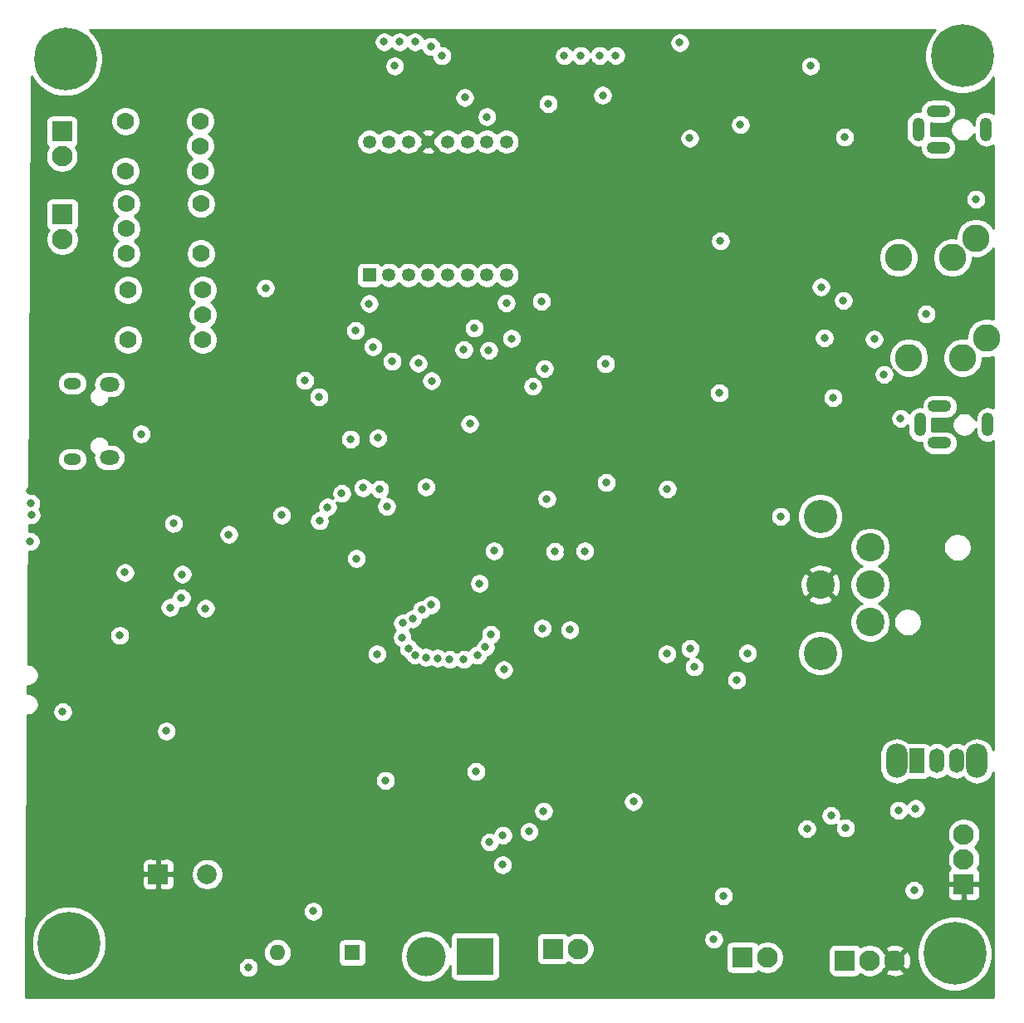
<source format=gbr>
G04 #@! TF.GenerationSoftware,KiCad,Pcbnew,(5.1.4)-1*
G04 #@! TF.CreationDate,2020-12-23T09:12:06-05:00*
G04 #@! TF.ProjectId,CameraTriggerR3SMD,43616d65-7261-4547-9269-676765725233,rev?*
G04 #@! TF.SameCoordinates,Original*
G04 #@! TF.FileFunction,Copper,L3,Inr*
G04 #@! TF.FilePolarity,Positive*
%FSLAX46Y46*%
G04 Gerber Fmt 4.6, Leading zero omitted, Abs format (unit mm)*
G04 Created by KiCad (PCBNEW (5.1.4)-1) date 2020-12-23 09:12:06*
%MOMM*%
%LPD*%
G04 APERTURE LIST*
%ADD10O,1.208000X2.416000*%
%ADD11O,2.416000X1.208000*%
%ADD12C,2.800000*%
%ADD13O,1.600000X1.600000*%
%ADD14R,1.600000X1.600000*%
%ADD15C,1.350000*%
%ADD16R,1.350000X1.350000*%
%ADD17C,1.778000*%
%ADD18O,2.200000X3.500000*%
%ADD19O,1.500000X2.500000*%
%ADD20R,1.500000X2.500000*%
%ADD21O,1.800000X1.150000*%
%ADD22O,2.000000X1.450000*%
%ADD23C,4.000000*%
%ADD24R,3.800000X3.800000*%
%ADD25C,2.100000*%
%ADD26R,2.100000X2.100000*%
%ADD27C,2.900000*%
%ADD28C,3.400000*%
%ADD29C,0.800000*%
%ADD30C,6.400000*%
%ADD31C,2.000000*%
%ADD32R,2.000000X2.000000*%
%ADD33C,0.254000*%
G04 APERTURE END LIST*
D10*
X92012680Y-11135360D03*
D11*
X94012680Y-12985360D03*
X94012680Y-9285360D03*
D10*
X98912680Y-11135360D03*
D12*
X89971280Y-24225000D03*
X95471280Y-24225000D03*
X97871280Y-22225000D03*
D13*
X26670000Y-95072200D03*
D14*
X34290000Y-95072200D03*
D15*
X36017200Y-12384200D03*
X38017200Y-12384200D03*
X40017200Y-12384200D03*
X42017200Y-12384200D03*
X44017200Y-12384200D03*
X46017200Y-12384200D03*
X48017200Y-12384200D03*
X50017200Y-12384200D03*
X50017200Y-25984200D03*
X48017200Y-25984200D03*
X46017200Y-25984200D03*
X44017200Y-25984200D03*
X42017200Y-25984200D03*
X40017200Y-25984200D03*
X38017200Y-25984200D03*
D16*
X36017200Y-25984200D03*
D17*
X19050000Y-32588200D03*
X19050000Y-30048200D03*
X19050000Y-27508200D03*
X11430000Y-27508200D03*
X11430000Y-32588200D03*
X11236960Y-18719800D03*
X11236960Y-21259800D03*
X11236960Y-23799800D03*
X18856960Y-23799800D03*
X18856960Y-18719800D03*
X18796000Y-15377160D03*
X18796000Y-12837160D03*
X18796000Y-10297160D03*
X11176000Y-10297160D03*
X11176000Y-15377160D03*
D18*
X97987040Y-75534520D03*
X89787040Y-75534520D03*
D19*
X95887040Y-75534520D03*
X93887040Y-75534520D03*
D20*
X91887040Y-75534520D03*
D21*
X5736040Y-44774080D03*
X5736040Y-37024080D03*
D22*
X9536040Y-44624080D03*
X9536040Y-37174080D03*
D23*
X41817280Y-95448120D03*
D24*
X46817280Y-95448120D03*
D25*
X4729480Y-22352000D03*
D26*
X4729480Y-19812000D03*
D25*
X4688840Y-13893800D03*
D26*
X4688840Y-11353800D03*
D25*
X57287160Y-94681040D03*
D26*
X54747160Y-94681040D03*
D25*
X89590880Y-95879920D03*
X87050880Y-95879920D03*
D26*
X84510880Y-95879920D03*
D27*
X87086440Y-53761560D03*
D28*
X82006440Y-50591560D03*
X82006440Y-64551560D03*
D27*
X87086440Y-61381560D03*
X87086440Y-57571560D03*
X82006440Y-57571560D03*
D25*
X76601320Y-95570040D03*
D26*
X74061320Y-95570040D03*
D25*
X96631760Y-83027520D03*
X96631760Y-85567520D03*
D26*
X96631760Y-88107520D03*
D10*
X92170160Y-41239440D03*
D11*
X94170160Y-43089440D03*
X94170160Y-39389440D03*
D10*
X99070160Y-41239440D03*
D12*
X91038080Y-34410400D03*
X96538080Y-34410400D03*
X98938080Y-32410400D03*
D29*
X7107256Y-92415024D03*
X5410200Y-91712080D03*
X3713144Y-92415024D03*
X3010200Y-94112080D03*
X3713144Y-95809136D03*
X5410200Y-96512080D03*
X7107256Y-95809136D03*
X7810200Y-94112080D03*
D30*
X5410200Y-94112080D03*
D29*
X6736416Y-2265344D03*
X5039360Y-1562400D03*
X3342304Y-2265344D03*
X2639360Y-3962400D03*
X3342304Y-5659456D03*
X5039360Y-6362400D03*
X6736416Y-5659456D03*
X7439360Y-3962400D03*
D30*
X5039360Y-3962400D03*
D29*
X98176416Y-1955464D03*
X96479360Y-1252520D03*
X94782304Y-1955464D03*
X94079360Y-3652520D03*
X94782304Y-5349576D03*
X96479360Y-6052520D03*
X98176416Y-5349576D03*
X98879360Y-3652520D03*
D30*
X96479360Y-3652520D03*
D29*
X97409336Y-93471664D03*
X95712280Y-92768720D03*
X94015224Y-93471664D03*
X93312280Y-95168720D03*
X94015224Y-96865776D03*
X95712280Y-97568720D03*
X97409336Y-96865776D03*
X98112280Y-95168720D03*
D30*
X95712280Y-95168720D03*
D31*
X19503400Y-87086440D03*
D32*
X14503400Y-87086440D03*
D29*
X57993280Y-54137560D03*
X42052240Y-9850120D03*
X14081760Y-78734920D03*
X23733760Y-95117920D03*
X5125280Y-66015040D03*
X13759040Y-57330480D03*
X14056360Y-59649360D03*
X1468120Y-47970440D03*
X41525770Y-57894910D03*
X38201600Y-54503320D03*
X55173880Y-62478920D03*
X56200040Y-54213760D03*
X81037720Y-3466120D03*
X53273960Y-45999400D03*
X40233600Y-43596560D03*
X13164960Y-61693920D03*
X63658680Y-84994680D03*
X63007240Y-93400880D03*
X64536320Y-87315040D03*
X63492380Y-86271100D03*
X61539120Y-33045400D03*
X67670680Y-2301240D03*
X55900320Y-3627120D03*
X81003000Y-4666120D03*
X49997360Y-28839160D03*
X36001960Y-28905200D03*
X48017200Y-9844000D03*
X15336520Y-72486520D03*
X23713440Y-96596200D03*
X91709240Y-80385920D03*
X84571840Y-82372200D03*
X91572080Y-88712040D03*
X80639920Y-82443320D03*
X4760400Y-70515040D03*
X54279800Y-8509000D03*
X45755560Y-7879080D03*
X43423840Y-3637280D03*
X38618160Y-4663440D03*
X72110600Y-89291160D03*
X71135240Y-93715840D03*
X11120120Y-56311800D03*
X1508760Y-49265840D03*
X1564640Y-50459640D03*
X1452880Y-53152040D03*
X42985320Y-65056120D03*
X60182760Y-47142400D03*
X56474360Y-62163960D03*
X53654960Y-62006480D03*
X54955440Y-54168040D03*
X84475320Y-11927840D03*
X71810880Y-22519640D03*
X47254160Y-57429400D03*
X34706560Y-54899560D03*
X46908720Y-76611480D03*
X37668200Y-77525880D03*
X48285400Y-83804760D03*
X52308760Y-82732880D03*
X53784500Y-80652620D03*
X62946280Y-79679800D03*
X42377360Y-36779200D03*
X36901120Y-42605960D03*
X30307280Y-90858720D03*
X71719440Y-38003480D03*
X77957680Y-50591720D03*
X57576720Y-3606800D03*
X59496960Y-3606800D03*
X61153040Y-3606800D03*
X42303060Y-2690500D03*
X40680640Y-2209800D03*
X39126160Y-2209800D03*
X37531040Y-2209800D03*
X12761440Y-42199080D03*
X59811920Y-7659360D03*
X48407320Y-62641480D03*
X47858680Y-63926720D03*
X47058580Y-64726820D03*
X45648880Y-65191640D03*
X44211240Y-65191640D03*
X41803320Y-64978280D03*
X40706040Y-64734440D03*
X40027860Y-64056260D03*
X39380160Y-62961520D03*
X39410640Y-61483240D03*
X40433665Y-61058465D03*
X41378545Y-60113585D03*
X42321480Y-59623960D03*
X60121800Y-35036760D03*
X21701760Y-52445920D03*
X16068040Y-51318160D03*
X68732400Y-64089280D03*
X73482200Y-67284600D03*
X89976960Y-80573880D03*
X69143880Y-65948560D03*
X74581231Y-64551560D03*
X66354960Y-64612520D03*
X66403220Y-47795180D03*
X83098640Y-81097120D03*
X30952440Y-51038760D03*
X25435560Y-27315160D03*
X31765240Y-49646840D03*
X29443680Y-36743640D03*
X33207960Y-48249840D03*
X30896560Y-38404800D03*
X49743360Y-66222880D03*
X16865600Y-58907680D03*
X84348320Y-28585160D03*
X87503000Y-32517080D03*
X88493600Y-36113720D03*
X90200480Y-40599360D03*
X92806520Y-29966920D03*
X83309460Y-38483540D03*
X82077560Y-27213560D03*
X82428080Y-32400240D03*
X97871280Y-22225000D03*
X97871280Y-18262600D03*
X19319240Y-59979560D03*
X15712440Y-59893200D03*
X36398200Y-33304480D03*
X45664120Y-33594040D03*
X46725840Y-31409640D03*
X34630360Y-31653480D03*
X54117240Y-48808640D03*
X36804600Y-64622680D03*
X49641760Y-83118960D03*
X49611280Y-86121240D03*
X16951960Y-56499760D03*
X10591800Y-62738000D03*
X37802530Y-49577970D03*
X27101800Y-50474880D03*
X53578760Y-28676600D03*
X46263560Y-41153080D03*
X53883560Y-35524440D03*
X50515520Y-32461200D03*
X52699920Y-37322760D03*
X48199040Y-33655000D03*
X41799960Y-47602960D03*
X41010840Y-34980880D03*
X35387280Y-47675800D03*
X38354000Y-34777680D03*
X37078920Y-47818040D03*
X34122360Y-42717720D03*
X73853040Y-10652760D03*
X68686680Y-12039600D03*
X48746480Y-54118440D03*
D33*
G36*
X93500521Y-1207850D02*
G01*
X93080827Y-1835966D01*
X92791737Y-2533892D01*
X92644360Y-3274805D01*
X92644360Y-4030235D01*
X92791737Y-4771148D01*
X93080827Y-5469074D01*
X93500521Y-6097190D01*
X94034690Y-6631359D01*
X94662806Y-7051053D01*
X95360732Y-7340143D01*
X96101645Y-7487520D01*
X96857075Y-7487520D01*
X97597988Y-7340143D01*
X98295914Y-7051053D01*
X98924030Y-6631359D01*
X99458199Y-6097190D01*
X99642094Y-5821973D01*
X99645000Y-6920222D01*
X99645000Y-9529536D01*
X99604362Y-9496185D01*
X99389119Y-9381136D01*
X99155566Y-9310288D01*
X98912680Y-9286366D01*
X98669795Y-9310288D01*
X98436242Y-9381136D01*
X98220999Y-9496185D01*
X98032337Y-9651016D01*
X97877506Y-9839678D01*
X97762456Y-10054921D01*
X97691608Y-10288474D01*
X97673680Y-10470501D01*
X97673680Y-10711051D01*
X97607123Y-10550368D01*
X97471967Y-10348093D01*
X97299947Y-10176073D01*
X97097672Y-10040917D01*
X96872916Y-9947820D01*
X96634317Y-9900360D01*
X96391043Y-9900360D01*
X96152444Y-9947820D01*
X95927688Y-10040917D01*
X95725413Y-10176073D01*
X95553393Y-10348093D01*
X95418237Y-10550368D01*
X95325140Y-10775124D01*
X95277680Y-11013723D01*
X95277680Y-11256997D01*
X95325140Y-11495596D01*
X95418237Y-11720352D01*
X95553393Y-11922627D01*
X95725413Y-12094647D01*
X95927688Y-12229803D01*
X96152444Y-12322900D01*
X96391043Y-12370360D01*
X96634317Y-12370360D01*
X96872916Y-12322900D01*
X97097672Y-12229803D01*
X97299947Y-12094647D01*
X97471967Y-11922627D01*
X97607123Y-11720352D01*
X97673680Y-11559669D01*
X97673680Y-11800218D01*
X97691608Y-11982245D01*
X97762456Y-12215798D01*
X97877505Y-12431041D01*
X98032336Y-12619704D01*
X98220998Y-12774535D01*
X98436241Y-12889584D01*
X98669794Y-12960432D01*
X98912680Y-12984354D01*
X99155565Y-12960432D01*
X99389118Y-12889584D01*
X99604361Y-12774535D01*
X99645000Y-12741183D01*
X99645000Y-21216658D01*
X99451967Y-20927763D01*
X99168517Y-20644313D01*
X98835214Y-20421607D01*
X98464867Y-20268204D01*
X98071710Y-20190000D01*
X97670850Y-20190000D01*
X97277693Y-20268204D01*
X96907346Y-20421607D01*
X96574043Y-20644313D01*
X96290593Y-20927763D01*
X96067887Y-21261066D01*
X95914484Y-21631413D01*
X95836280Y-22024570D01*
X95836280Y-22222735D01*
X95671710Y-22190000D01*
X95270850Y-22190000D01*
X94877693Y-22268204D01*
X94507346Y-22421607D01*
X94174043Y-22644313D01*
X93890593Y-22927763D01*
X93667887Y-23261066D01*
X93514484Y-23631413D01*
X93436280Y-24024570D01*
X93436280Y-24425430D01*
X93514484Y-24818587D01*
X93667887Y-25188934D01*
X93890593Y-25522237D01*
X94174043Y-25805687D01*
X94507346Y-26028393D01*
X94877693Y-26181796D01*
X95270850Y-26260000D01*
X95671710Y-26260000D01*
X96064867Y-26181796D01*
X96435214Y-26028393D01*
X96768517Y-25805687D01*
X97051967Y-25522237D01*
X97274673Y-25188934D01*
X97428076Y-24818587D01*
X97506280Y-24425430D01*
X97506280Y-24227265D01*
X97670850Y-24260000D01*
X98071710Y-24260000D01*
X98464867Y-24181796D01*
X98835214Y-24028393D01*
X99168517Y-23805687D01*
X99451967Y-23522237D01*
X99645000Y-23233342D01*
X99645000Y-30500548D01*
X99531667Y-30453604D01*
X99138510Y-30375400D01*
X98737650Y-30375400D01*
X98344493Y-30453604D01*
X97974146Y-30607007D01*
X97640843Y-30829713D01*
X97357393Y-31113163D01*
X97134687Y-31446466D01*
X96981284Y-31816813D01*
X96903080Y-32209970D01*
X96903080Y-32408135D01*
X96738510Y-32375400D01*
X96337650Y-32375400D01*
X95944493Y-32453604D01*
X95574146Y-32607007D01*
X95240843Y-32829713D01*
X94957393Y-33113163D01*
X94734687Y-33446466D01*
X94581284Y-33816813D01*
X94503080Y-34209970D01*
X94503080Y-34610830D01*
X94581284Y-35003987D01*
X94734687Y-35374334D01*
X94957393Y-35707637D01*
X95240843Y-35991087D01*
X95574146Y-36213793D01*
X95944493Y-36367196D01*
X96337650Y-36445400D01*
X96738510Y-36445400D01*
X97131667Y-36367196D01*
X97502014Y-36213793D01*
X97835317Y-35991087D01*
X98118767Y-35707637D01*
X98341473Y-35374334D01*
X98494876Y-35003987D01*
X98573080Y-34610830D01*
X98573080Y-34412665D01*
X98737650Y-34445400D01*
X99138510Y-34445400D01*
X99531667Y-34367196D01*
X99645000Y-34320252D01*
X99645000Y-39537812D01*
X99546599Y-39485216D01*
X99313046Y-39414368D01*
X99070160Y-39390446D01*
X98827275Y-39414368D01*
X98593722Y-39485216D01*
X98378479Y-39600265D01*
X98189817Y-39755096D01*
X98034986Y-39943758D01*
X97919936Y-40159001D01*
X97849088Y-40392554D01*
X97831160Y-40574581D01*
X97831160Y-40815131D01*
X97764603Y-40654448D01*
X97629447Y-40452173D01*
X97457427Y-40280153D01*
X97255152Y-40144997D01*
X97030396Y-40051900D01*
X96791797Y-40004440D01*
X96548523Y-40004440D01*
X96309924Y-40051900D01*
X96085168Y-40144997D01*
X95882893Y-40280153D01*
X95710873Y-40452173D01*
X95575717Y-40654448D01*
X95482620Y-40879204D01*
X95435160Y-41117803D01*
X95435160Y-41361077D01*
X95482620Y-41599676D01*
X95575717Y-41824432D01*
X95710873Y-42026707D01*
X95882893Y-42198727D01*
X96085168Y-42333883D01*
X96309924Y-42426980D01*
X96548523Y-42474440D01*
X96791797Y-42474440D01*
X97030396Y-42426980D01*
X97255152Y-42333883D01*
X97457427Y-42198727D01*
X97629447Y-42026707D01*
X97764603Y-41824432D01*
X97831160Y-41663749D01*
X97831160Y-41904298D01*
X97849088Y-42086325D01*
X97919936Y-42319878D01*
X98034985Y-42535121D01*
X98189816Y-42723784D01*
X98378478Y-42878615D01*
X98593721Y-42993664D01*
X98827274Y-43064512D01*
X99070160Y-43088434D01*
X99313045Y-43064512D01*
X99546598Y-42993664D01*
X99645000Y-42941067D01*
X99645001Y-74373196D01*
X99597726Y-74217352D01*
X99436619Y-73915942D01*
X99219806Y-73651754D01*
X98955617Y-73434941D01*
X98654207Y-73273834D01*
X98327158Y-73174625D01*
X97987040Y-73141126D01*
X97646921Y-73174625D01*
X97319872Y-73273834D01*
X97018462Y-73434941D01*
X96754274Y-73651754D01*
X96596901Y-73843515D01*
X96419620Y-73748756D01*
X96158546Y-73669560D01*
X95887040Y-73642819D01*
X95615533Y-73669560D01*
X95354459Y-73748756D01*
X95113852Y-73877363D01*
X94902959Y-74050440D01*
X94887040Y-74069837D01*
X94871120Y-74050439D01*
X94660227Y-73877363D01*
X94419620Y-73748756D01*
X94158546Y-73669560D01*
X93887040Y-73642819D01*
X93615533Y-73669560D01*
X93354459Y-73748756D01*
X93121154Y-73873460D01*
X93088225Y-73833335D01*
X92991534Y-73753983D01*
X92881220Y-73695018D01*
X92761522Y-73658708D01*
X92637040Y-73646448D01*
X91137040Y-73646448D01*
X91024544Y-73657528D01*
X91019806Y-73651754D01*
X90755617Y-73434941D01*
X90454207Y-73273834D01*
X90127158Y-73174625D01*
X89787040Y-73141126D01*
X89446921Y-73174625D01*
X89119872Y-73273834D01*
X88818462Y-73434941D01*
X88554274Y-73651754D01*
X88337461Y-73915943D01*
X88176354Y-74217353D01*
X88077145Y-74544402D01*
X88052040Y-74799296D01*
X88052040Y-76269745D01*
X88077145Y-76524639D01*
X88176355Y-76851688D01*
X88337462Y-77153098D01*
X88554275Y-77417286D01*
X88818463Y-77634099D01*
X89119873Y-77795206D01*
X89446922Y-77894415D01*
X89787040Y-77927914D01*
X90127159Y-77894415D01*
X90454208Y-77795206D01*
X90755618Y-77634099D01*
X91019806Y-77417286D01*
X91024544Y-77411512D01*
X91137040Y-77422592D01*
X92637040Y-77422592D01*
X92761522Y-77410332D01*
X92881220Y-77374022D01*
X92991534Y-77315057D01*
X93088225Y-77235705D01*
X93121155Y-77195580D01*
X93354460Y-77320284D01*
X93615534Y-77399480D01*
X93887040Y-77426221D01*
X94158547Y-77399480D01*
X94419621Y-77320284D01*
X94660228Y-77191677D01*
X94871121Y-77018601D01*
X94887040Y-76999203D01*
X94902960Y-77018601D01*
X95113853Y-77191677D01*
X95354460Y-77320284D01*
X95615534Y-77399480D01*
X95887040Y-77426221D01*
X96158547Y-77399480D01*
X96419621Y-77320284D01*
X96596902Y-77225526D01*
X96754275Y-77417286D01*
X97018463Y-77634099D01*
X97319873Y-77795206D01*
X97646922Y-77894415D01*
X97987040Y-77927914D01*
X98327159Y-77894415D01*
X98654208Y-77795206D01*
X98955618Y-77634099D01*
X99219806Y-77417286D01*
X99436619Y-77153098D01*
X99597726Y-76851688D01*
X99645001Y-76695844D01*
X99645001Y-99645000D01*
X994287Y-99645000D01*
X1034791Y-93734365D01*
X1575200Y-93734365D01*
X1575200Y-94489795D01*
X1722577Y-95230708D01*
X2011667Y-95928634D01*
X2431361Y-96556750D01*
X2965530Y-97090919D01*
X3593646Y-97510613D01*
X4291572Y-97799703D01*
X5032485Y-97947080D01*
X5787915Y-97947080D01*
X6528828Y-97799703D01*
X7226754Y-97510613D01*
X7854870Y-97090919D01*
X8389039Y-96556750D01*
X8430792Y-96494261D01*
X22678440Y-96494261D01*
X22678440Y-96698139D01*
X22718214Y-96898098D01*
X22796235Y-97086456D01*
X22909503Y-97255974D01*
X23053666Y-97400137D01*
X23223184Y-97513405D01*
X23411542Y-97591426D01*
X23611501Y-97631200D01*
X23815379Y-97631200D01*
X24015338Y-97591426D01*
X24203696Y-97513405D01*
X24373214Y-97400137D01*
X24517377Y-97255974D01*
X24630645Y-97086456D01*
X24708666Y-96898098D01*
X24748440Y-96698139D01*
X24748440Y-96494261D01*
X24708666Y-96294302D01*
X24630645Y-96105944D01*
X24517377Y-95936426D01*
X24373214Y-95792263D01*
X24203696Y-95678995D01*
X24015338Y-95600974D01*
X23815379Y-95561200D01*
X23611501Y-95561200D01*
X23411542Y-95600974D01*
X23223184Y-95678995D01*
X23053666Y-95792263D01*
X22909503Y-95936426D01*
X22796235Y-96105944D01*
X22718214Y-96294302D01*
X22678440Y-96494261D01*
X8430792Y-96494261D01*
X8808733Y-95928634D01*
X9097823Y-95230708D01*
X9129352Y-95072200D01*
X25228057Y-95072200D01*
X25255764Y-95353509D01*
X25337818Y-95624008D01*
X25471068Y-95873301D01*
X25650392Y-96091808D01*
X25868899Y-96271132D01*
X26118192Y-96404382D01*
X26388691Y-96486436D01*
X26599508Y-96507200D01*
X26740492Y-96507200D01*
X26951309Y-96486436D01*
X27221808Y-96404382D01*
X27471101Y-96271132D01*
X27689608Y-96091808D01*
X27868932Y-95873301D01*
X28002182Y-95624008D01*
X28084236Y-95353509D01*
X28111943Y-95072200D01*
X28084236Y-94790891D01*
X28002182Y-94520392D01*
X27869521Y-94272200D01*
X32851928Y-94272200D01*
X32851928Y-95872200D01*
X32864188Y-95996682D01*
X32900498Y-96116380D01*
X32959463Y-96226694D01*
X33038815Y-96323385D01*
X33135506Y-96402737D01*
X33245820Y-96461702D01*
X33365518Y-96498012D01*
X33490000Y-96510272D01*
X35090000Y-96510272D01*
X35214482Y-96498012D01*
X35334180Y-96461702D01*
X35444494Y-96402737D01*
X35541185Y-96323385D01*
X35620537Y-96226694D01*
X35679502Y-96116380D01*
X35715812Y-95996682D01*
X35728072Y-95872200D01*
X35728072Y-95188595D01*
X39182280Y-95188595D01*
X39182280Y-95707645D01*
X39283541Y-96216721D01*
X39482173Y-96696261D01*
X39770542Y-97127835D01*
X40137565Y-97494858D01*
X40569139Y-97783227D01*
X41048679Y-97981859D01*
X41557755Y-98083120D01*
X42076805Y-98083120D01*
X42585881Y-97981859D01*
X43065421Y-97783227D01*
X43496995Y-97494858D01*
X43864018Y-97127835D01*
X44152387Y-96696261D01*
X44279208Y-96390088D01*
X44279208Y-97348120D01*
X44291468Y-97472602D01*
X44327778Y-97592300D01*
X44386743Y-97702614D01*
X44466095Y-97799305D01*
X44562786Y-97878657D01*
X44673100Y-97937622D01*
X44792798Y-97973932D01*
X44917280Y-97986192D01*
X48717280Y-97986192D01*
X48841762Y-97973932D01*
X48961460Y-97937622D01*
X49071774Y-97878657D01*
X49168465Y-97799305D01*
X49247817Y-97702614D01*
X49306782Y-97592300D01*
X49343092Y-97472602D01*
X49355352Y-97348120D01*
X49355352Y-93631040D01*
X53059088Y-93631040D01*
X53059088Y-95731040D01*
X53071348Y-95855522D01*
X53107658Y-95975220D01*
X53166623Y-96085534D01*
X53245975Y-96182225D01*
X53342666Y-96261577D01*
X53452980Y-96320542D01*
X53572678Y-96356852D01*
X53697160Y-96369112D01*
X55797160Y-96369112D01*
X55921642Y-96356852D01*
X56041340Y-96320542D01*
X56151654Y-96261577D01*
X56248345Y-96182225D01*
X56327697Y-96085534D01*
X56335202Y-96071494D01*
X56489013Y-96174268D01*
X56795664Y-96301286D01*
X57121202Y-96366040D01*
X57453118Y-96366040D01*
X57778656Y-96301286D01*
X58085307Y-96174268D01*
X58361285Y-95989865D01*
X58595985Y-95755165D01*
X58780388Y-95479187D01*
X58907406Y-95172536D01*
X58972160Y-94846998D01*
X58972160Y-94515082D01*
X58907406Y-94189544D01*
X58780388Y-93882893D01*
X58600653Y-93613901D01*
X70100240Y-93613901D01*
X70100240Y-93817779D01*
X70140014Y-94017738D01*
X70218035Y-94206096D01*
X70331303Y-94375614D01*
X70475466Y-94519777D01*
X70644984Y-94633045D01*
X70833342Y-94711066D01*
X71033301Y-94750840D01*
X71237179Y-94750840D01*
X71437138Y-94711066D01*
X71625496Y-94633045D01*
X71794620Y-94520040D01*
X72373248Y-94520040D01*
X72373248Y-96620040D01*
X72385508Y-96744522D01*
X72421818Y-96864220D01*
X72480783Y-96974534D01*
X72560135Y-97071225D01*
X72656826Y-97150577D01*
X72767140Y-97209542D01*
X72886838Y-97245852D01*
X73011320Y-97258112D01*
X75111320Y-97258112D01*
X75235802Y-97245852D01*
X75355500Y-97209542D01*
X75465814Y-97150577D01*
X75562505Y-97071225D01*
X75641857Y-96974534D01*
X75649362Y-96960494D01*
X75803173Y-97063268D01*
X76109824Y-97190286D01*
X76435362Y-97255040D01*
X76767278Y-97255040D01*
X77092816Y-97190286D01*
X77399467Y-97063268D01*
X77675445Y-96878865D01*
X77910145Y-96644165D01*
X78094548Y-96368187D01*
X78221566Y-96061536D01*
X78286320Y-95735998D01*
X78286320Y-95404082D01*
X78221566Y-95078544D01*
X78118584Y-94829920D01*
X82822808Y-94829920D01*
X82822808Y-96929920D01*
X82835068Y-97054402D01*
X82871378Y-97174100D01*
X82930343Y-97284414D01*
X83009695Y-97381105D01*
X83106386Y-97460457D01*
X83216700Y-97519422D01*
X83336398Y-97555732D01*
X83460880Y-97567992D01*
X85560880Y-97567992D01*
X85685362Y-97555732D01*
X85805060Y-97519422D01*
X85915374Y-97460457D01*
X86012065Y-97381105D01*
X86091417Y-97284414D01*
X86098922Y-97270374D01*
X86252733Y-97373148D01*
X86559384Y-97500166D01*
X86884922Y-97564920D01*
X87216838Y-97564920D01*
X87542376Y-97500166D01*
X87849027Y-97373148D01*
X88125005Y-97188745D01*
X88262764Y-97050986D01*
X88599419Y-97050986D01*
X88701219Y-97320499D01*
X88999357Y-97466383D01*
X89320226Y-97551300D01*
X89651497Y-97571986D01*
X89980437Y-97527648D01*
X90294407Y-97419989D01*
X90480541Y-97320499D01*
X90582341Y-97050986D01*
X89590880Y-96059525D01*
X88599419Y-97050986D01*
X88262764Y-97050986D01*
X88359705Y-96954045D01*
X88415922Y-96869911D01*
X88419814Y-96871381D01*
X89411275Y-95879920D01*
X89770485Y-95879920D01*
X90761946Y-96871381D01*
X91031459Y-96769581D01*
X91177343Y-96471443D01*
X91262260Y-96150574D01*
X91282946Y-95819303D01*
X91238608Y-95490363D01*
X91130949Y-95176393D01*
X91031459Y-94990259D01*
X90761946Y-94888459D01*
X89770485Y-95879920D01*
X89411275Y-95879920D01*
X88419814Y-94888459D01*
X88415922Y-94889929D01*
X88359705Y-94805795D01*
X88262764Y-94708854D01*
X88599419Y-94708854D01*
X89590880Y-95700315D01*
X90500190Y-94791005D01*
X91877280Y-94791005D01*
X91877280Y-95546435D01*
X92024657Y-96287348D01*
X92313747Y-96985274D01*
X92733441Y-97613390D01*
X93267610Y-98147559D01*
X93895726Y-98567253D01*
X94593652Y-98856343D01*
X95334565Y-99003720D01*
X96089995Y-99003720D01*
X96830908Y-98856343D01*
X97528834Y-98567253D01*
X98156950Y-98147559D01*
X98691119Y-97613390D01*
X99110813Y-96985274D01*
X99399903Y-96287348D01*
X99547280Y-95546435D01*
X99547280Y-94791005D01*
X99399903Y-94050092D01*
X99110813Y-93352166D01*
X98691119Y-92724050D01*
X98156950Y-92189881D01*
X97528834Y-91770187D01*
X96830908Y-91481097D01*
X96089995Y-91333720D01*
X95334565Y-91333720D01*
X94593652Y-91481097D01*
X93895726Y-91770187D01*
X93267610Y-92189881D01*
X92733441Y-92724050D01*
X92313747Y-93352166D01*
X92024657Y-94050092D01*
X91877280Y-94791005D01*
X90500190Y-94791005D01*
X90582341Y-94708854D01*
X90480541Y-94439341D01*
X90182403Y-94293457D01*
X89861534Y-94208540D01*
X89530263Y-94187854D01*
X89201323Y-94232192D01*
X88887353Y-94339851D01*
X88701219Y-94439341D01*
X88599419Y-94708854D01*
X88262764Y-94708854D01*
X88125005Y-94571095D01*
X87849027Y-94386692D01*
X87542376Y-94259674D01*
X87216838Y-94194920D01*
X86884922Y-94194920D01*
X86559384Y-94259674D01*
X86252733Y-94386692D01*
X86098922Y-94489466D01*
X86091417Y-94475426D01*
X86012065Y-94378735D01*
X85915374Y-94299383D01*
X85805060Y-94240418D01*
X85685362Y-94204108D01*
X85560880Y-94191848D01*
X83460880Y-94191848D01*
X83336398Y-94204108D01*
X83216700Y-94240418D01*
X83106386Y-94299383D01*
X83009695Y-94378735D01*
X82930343Y-94475426D01*
X82871378Y-94585740D01*
X82835068Y-94705438D01*
X82822808Y-94829920D01*
X78118584Y-94829920D01*
X78094548Y-94771893D01*
X77910145Y-94495915D01*
X77675445Y-94261215D01*
X77399467Y-94076812D01*
X77092816Y-93949794D01*
X76767278Y-93885040D01*
X76435362Y-93885040D01*
X76109824Y-93949794D01*
X75803173Y-94076812D01*
X75649362Y-94179586D01*
X75641857Y-94165546D01*
X75562505Y-94068855D01*
X75465814Y-93989503D01*
X75355500Y-93930538D01*
X75235802Y-93894228D01*
X75111320Y-93881968D01*
X73011320Y-93881968D01*
X72886838Y-93894228D01*
X72767140Y-93930538D01*
X72656826Y-93989503D01*
X72560135Y-94068855D01*
X72480783Y-94165546D01*
X72421818Y-94275860D01*
X72385508Y-94395558D01*
X72373248Y-94520040D01*
X71794620Y-94520040D01*
X71795014Y-94519777D01*
X71939177Y-94375614D01*
X72052445Y-94206096D01*
X72130466Y-94017738D01*
X72170240Y-93817779D01*
X72170240Y-93613901D01*
X72130466Y-93413942D01*
X72052445Y-93225584D01*
X71939177Y-93056066D01*
X71795014Y-92911903D01*
X71625496Y-92798635D01*
X71437138Y-92720614D01*
X71237179Y-92680840D01*
X71033301Y-92680840D01*
X70833342Y-92720614D01*
X70644984Y-92798635D01*
X70475466Y-92911903D01*
X70331303Y-93056066D01*
X70218035Y-93225584D01*
X70140014Y-93413942D01*
X70100240Y-93613901D01*
X58600653Y-93613901D01*
X58595985Y-93606915D01*
X58361285Y-93372215D01*
X58085307Y-93187812D01*
X57778656Y-93060794D01*
X57453118Y-92996040D01*
X57121202Y-92996040D01*
X56795664Y-93060794D01*
X56489013Y-93187812D01*
X56335202Y-93290586D01*
X56327697Y-93276546D01*
X56248345Y-93179855D01*
X56151654Y-93100503D01*
X56041340Y-93041538D01*
X55921642Y-93005228D01*
X55797160Y-92992968D01*
X53697160Y-92992968D01*
X53572678Y-93005228D01*
X53452980Y-93041538D01*
X53342666Y-93100503D01*
X53245975Y-93179855D01*
X53166623Y-93276546D01*
X53107658Y-93386860D01*
X53071348Y-93506558D01*
X53059088Y-93631040D01*
X49355352Y-93631040D01*
X49355352Y-93548120D01*
X49343092Y-93423638D01*
X49306782Y-93303940D01*
X49247817Y-93193626D01*
X49168465Y-93096935D01*
X49071774Y-93017583D01*
X48961460Y-92958618D01*
X48841762Y-92922308D01*
X48717280Y-92910048D01*
X44917280Y-92910048D01*
X44792798Y-92922308D01*
X44673100Y-92958618D01*
X44562786Y-93017583D01*
X44466095Y-93096935D01*
X44386743Y-93193626D01*
X44327778Y-93303940D01*
X44291468Y-93423638D01*
X44279208Y-93548120D01*
X44279208Y-94506152D01*
X44152387Y-94199979D01*
X43864018Y-93768405D01*
X43496995Y-93401382D01*
X43065421Y-93113013D01*
X42585881Y-92914381D01*
X42076805Y-92813120D01*
X41557755Y-92813120D01*
X41048679Y-92914381D01*
X40569139Y-93113013D01*
X40137565Y-93401382D01*
X39770542Y-93768405D01*
X39482173Y-94199979D01*
X39283541Y-94679519D01*
X39182280Y-95188595D01*
X35728072Y-95188595D01*
X35728072Y-94272200D01*
X35715812Y-94147718D01*
X35679502Y-94028020D01*
X35620537Y-93917706D01*
X35541185Y-93821015D01*
X35444494Y-93741663D01*
X35334180Y-93682698D01*
X35214482Y-93646388D01*
X35090000Y-93634128D01*
X33490000Y-93634128D01*
X33365518Y-93646388D01*
X33245820Y-93682698D01*
X33135506Y-93741663D01*
X33038815Y-93821015D01*
X32959463Y-93917706D01*
X32900498Y-94028020D01*
X32864188Y-94147718D01*
X32851928Y-94272200D01*
X27869521Y-94272200D01*
X27868932Y-94271099D01*
X27689608Y-94052592D01*
X27471101Y-93873268D01*
X27221808Y-93740018D01*
X26951309Y-93657964D01*
X26740492Y-93637200D01*
X26599508Y-93637200D01*
X26388691Y-93657964D01*
X26118192Y-93740018D01*
X25868899Y-93873268D01*
X25650392Y-94052592D01*
X25471068Y-94271099D01*
X25337818Y-94520392D01*
X25255764Y-94790891D01*
X25228057Y-95072200D01*
X9129352Y-95072200D01*
X9245200Y-94489795D01*
X9245200Y-93734365D01*
X9097823Y-92993452D01*
X8808733Y-92295526D01*
X8389039Y-91667410D01*
X7854870Y-91133241D01*
X7291459Y-90756781D01*
X29272280Y-90756781D01*
X29272280Y-90960659D01*
X29312054Y-91160618D01*
X29390075Y-91348976D01*
X29503343Y-91518494D01*
X29647506Y-91662657D01*
X29817024Y-91775925D01*
X30005382Y-91853946D01*
X30205341Y-91893720D01*
X30409219Y-91893720D01*
X30609178Y-91853946D01*
X30797536Y-91775925D01*
X30967054Y-91662657D01*
X31111217Y-91518494D01*
X31224485Y-91348976D01*
X31302506Y-91160618D01*
X31342280Y-90960659D01*
X31342280Y-90756781D01*
X31302506Y-90556822D01*
X31224485Y-90368464D01*
X31111217Y-90198946D01*
X30967054Y-90054783D01*
X30797536Y-89941515D01*
X30609178Y-89863494D01*
X30409219Y-89823720D01*
X30205341Y-89823720D01*
X30005382Y-89863494D01*
X29817024Y-89941515D01*
X29647506Y-90054783D01*
X29503343Y-90198946D01*
X29390075Y-90368464D01*
X29312054Y-90556822D01*
X29272280Y-90756781D01*
X7291459Y-90756781D01*
X7226754Y-90713547D01*
X6528828Y-90424457D01*
X5787915Y-90277080D01*
X5032485Y-90277080D01*
X4291572Y-90424457D01*
X3593646Y-90713547D01*
X2965530Y-91133241D01*
X2431361Y-91667410D01*
X2011667Y-92295526D01*
X1722577Y-92993452D01*
X1575200Y-93734365D01*
X1034791Y-93734365D01*
X1065937Y-89189221D01*
X71075600Y-89189221D01*
X71075600Y-89393099D01*
X71115374Y-89593058D01*
X71193395Y-89781416D01*
X71306663Y-89950934D01*
X71450826Y-90095097D01*
X71620344Y-90208365D01*
X71808702Y-90286386D01*
X72008661Y-90326160D01*
X72212539Y-90326160D01*
X72412498Y-90286386D01*
X72600856Y-90208365D01*
X72770374Y-90095097D01*
X72914537Y-89950934D01*
X73027805Y-89781416D01*
X73105826Y-89593058D01*
X73145600Y-89393099D01*
X73145600Y-89189221D01*
X73105826Y-88989262D01*
X73027805Y-88800904D01*
X72914537Y-88631386D01*
X72893252Y-88610101D01*
X90537080Y-88610101D01*
X90537080Y-88813979D01*
X90576854Y-89013938D01*
X90654875Y-89202296D01*
X90768143Y-89371814D01*
X90912306Y-89515977D01*
X91081824Y-89629245D01*
X91270182Y-89707266D01*
X91470141Y-89747040D01*
X91674019Y-89747040D01*
X91873978Y-89707266D01*
X92062336Y-89629245D01*
X92231854Y-89515977D01*
X92376017Y-89371814D01*
X92489285Y-89202296D01*
X92507831Y-89157520D01*
X94943688Y-89157520D01*
X94955948Y-89282002D01*
X94992258Y-89401700D01*
X95051223Y-89512014D01*
X95130575Y-89608705D01*
X95227266Y-89688057D01*
X95337580Y-89747022D01*
X95457278Y-89783332D01*
X95581760Y-89795592D01*
X96346010Y-89792520D01*
X96504760Y-89633770D01*
X96504760Y-88234520D01*
X96758760Y-88234520D01*
X96758760Y-89633770D01*
X96917510Y-89792520D01*
X97681760Y-89795592D01*
X97806242Y-89783332D01*
X97925940Y-89747022D01*
X98036254Y-89688057D01*
X98132945Y-89608705D01*
X98212297Y-89512014D01*
X98271262Y-89401700D01*
X98307572Y-89282002D01*
X98319832Y-89157520D01*
X98316760Y-88393270D01*
X98158010Y-88234520D01*
X96758760Y-88234520D01*
X96504760Y-88234520D01*
X95105510Y-88234520D01*
X94946760Y-88393270D01*
X94943688Y-89157520D01*
X92507831Y-89157520D01*
X92567306Y-89013938D01*
X92607080Y-88813979D01*
X92607080Y-88610101D01*
X92567306Y-88410142D01*
X92489285Y-88221784D01*
X92376017Y-88052266D01*
X92231854Y-87908103D01*
X92062336Y-87794835D01*
X91873978Y-87716814D01*
X91674019Y-87677040D01*
X91470141Y-87677040D01*
X91270182Y-87716814D01*
X91081824Y-87794835D01*
X90912306Y-87908103D01*
X90768143Y-88052266D01*
X90654875Y-88221784D01*
X90576854Y-88410142D01*
X90537080Y-88610101D01*
X72893252Y-88610101D01*
X72770374Y-88487223D01*
X72600856Y-88373955D01*
X72412498Y-88295934D01*
X72212539Y-88256160D01*
X72008661Y-88256160D01*
X71808702Y-88295934D01*
X71620344Y-88373955D01*
X71450826Y-88487223D01*
X71306663Y-88631386D01*
X71193395Y-88800904D01*
X71115374Y-88989262D01*
X71075600Y-89189221D01*
X1065937Y-89189221D01*
X1073495Y-88086440D01*
X12865328Y-88086440D01*
X12877588Y-88210922D01*
X12913898Y-88330620D01*
X12972863Y-88440934D01*
X13052215Y-88537625D01*
X13148906Y-88616977D01*
X13259220Y-88675942D01*
X13378918Y-88712252D01*
X13503400Y-88724512D01*
X14217650Y-88721440D01*
X14376400Y-88562690D01*
X14376400Y-87213440D01*
X14630400Y-87213440D01*
X14630400Y-88562690D01*
X14789150Y-88721440D01*
X15503400Y-88724512D01*
X15627882Y-88712252D01*
X15747580Y-88675942D01*
X15857894Y-88616977D01*
X15954585Y-88537625D01*
X16033937Y-88440934D01*
X16092902Y-88330620D01*
X16129212Y-88210922D01*
X16141472Y-88086440D01*
X16138400Y-87372190D01*
X15979650Y-87213440D01*
X14630400Y-87213440D01*
X14376400Y-87213440D01*
X13027150Y-87213440D01*
X12868400Y-87372190D01*
X12865328Y-88086440D01*
X1073495Y-88086440D01*
X1087200Y-86086440D01*
X12865328Y-86086440D01*
X12868400Y-86800690D01*
X13027150Y-86959440D01*
X14376400Y-86959440D01*
X14376400Y-85610190D01*
X14630400Y-85610190D01*
X14630400Y-86959440D01*
X15979650Y-86959440D01*
X16013683Y-86925407D01*
X17868400Y-86925407D01*
X17868400Y-87247473D01*
X17931232Y-87563352D01*
X18054482Y-87860903D01*
X18233413Y-88128692D01*
X18461148Y-88356427D01*
X18728937Y-88535358D01*
X19026488Y-88658608D01*
X19342367Y-88721440D01*
X19664433Y-88721440D01*
X19980312Y-88658608D01*
X20277863Y-88535358D01*
X20545652Y-88356427D01*
X20773387Y-88128692D01*
X20952318Y-87860903D01*
X21075568Y-87563352D01*
X21138400Y-87247473D01*
X21138400Y-86925407D01*
X21075568Y-86609528D01*
X20952318Y-86311977D01*
X20773387Y-86044188D01*
X20748500Y-86019301D01*
X48576280Y-86019301D01*
X48576280Y-86223179D01*
X48616054Y-86423138D01*
X48694075Y-86611496D01*
X48807343Y-86781014D01*
X48951506Y-86925177D01*
X49121024Y-87038445D01*
X49309382Y-87116466D01*
X49509341Y-87156240D01*
X49713219Y-87156240D01*
X49913178Y-87116466D01*
X50055485Y-87057520D01*
X94943688Y-87057520D01*
X94946760Y-87821770D01*
X95105510Y-87980520D01*
X96504760Y-87980520D01*
X96504760Y-87960520D01*
X96758760Y-87960520D01*
X96758760Y-87980520D01*
X98158010Y-87980520D01*
X98316760Y-87821770D01*
X98319832Y-87057520D01*
X98307572Y-86933038D01*
X98271262Y-86813340D01*
X98212297Y-86703026D01*
X98132945Y-86606335D01*
X98036254Y-86526983D01*
X98022214Y-86519478D01*
X98124988Y-86365667D01*
X98252006Y-86059016D01*
X98316760Y-85733478D01*
X98316760Y-85401562D01*
X98252006Y-85076024D01*
X98124988Y-84769373D01*
X97940585Y-84493395D01*
X97744710Y-84297520D01*
X97940585Y-84101645D01*
X98124988Y-83825667D01*
X98252006Y-83519016D01*
X98316760Y-83193478D01*
X98316760Y-82861562D01*
X98252006Y-82536024D01*
X98124988Y-82229373D01*
X97940585Y-81953395D01*
X97705885Y-81718695D01*
X97429907Y-81534292D01*
X97123256Y-81407274D01*
X96797718Y-81342520D01*
X96465802Y-81342520D01*
X96140264Y-81407274D01*
X95833613Y-81534292D01*
X95557635Y-81718695D01*
X95322935Y-81953395D01*
X95138532Y-82229373D01*
X95011514Y-82536024D01*
X94946760Y-82861562D01*
X94946760Y-83193478D01*
X95011514Y-83519016D01*
X95138532Y-83825667D01*
X95322935Y-84101645D01*
X95518810Y-84297520D01*
X95322935Y-84493395D01*
X95138532Y-84769373D01*
X95011514Y-85076024D01*
X94946760Y-85401562D01*
X94946760Y-85733478D01*
X95011514Y-86059016D01*
X95138532Y-86365667D01*
X95241306Y-86519478D01*
X95227266Y-86526983D01*
X95130575Y-86606335D01*
X95051223Y-86703026D01*
X94992258Y-86813340D01*
X94955948Y-86933038D01*
X94943688Y-87057520D01*
X50055485Y-87057520D01*
X50101536Y-87038445D01*
X50271054Y-86925177D01*
X50415217Y-86781014D01*
X50528485Y-86611496D01*
X50606506Y-86423138D01*
X50646280Y-86223179D01*
X50646280Y-86019301D01*
X50606506Y-85819342D01*
X50528485Y-85630984D01*
X50415217Y-85461466D01*
X50271054Y-85317303D01*
X50101536Y-85204035D01*
X49913178Y-85126014D01*
X49713219Y-85086240D01*
X49509341Y-85086240D01*
X49309382Y-85126014D01*
X49121024Y-85204035D01*
X48951506Y-85317303D01*
X48807343Y-85461466D01*
X48694075Y-85630984D01*
X48616054Y-85819342D01*
X48576280Y-86019301D01*
X20748500Y-86019301D01*
X20545652Y-85816453D01*
X20277863Y-85637522D01*
X19980312Y-85514272D01*
X19664433Y-85451440D01*
X19342367Y-85451440D01*
X19026488Y-85514272D01*
X18728937Y-85637522D01*
X18461148Y-85816453D01*
X18233413Y-86044188D01*
X18054482Y-86311977D01*
X17931232Y-86609528D01*
X17868400Y-86925407D01*
X16013683Y-86925407D01*
X16138400Y-86800690D01*
X16141472Y-86086440D01*
X16129212Y-85961958D01*
X16092902Y-85842260D01*
X16033937Y-85731946D01*
X15954585Y-85635255D01*
X15857894Y-85555903D01*
X15747580Y-85496938D01*
X15627882Y-85460628D01*
X15503400Y-85448368D01*
X14789150Y-85451440D01*
X14630400Y-85610190D01*
X14376400Y-85610190D01*
X14217650Y-85451440D01*
X13503400Y-85448368D01*
X13378918Y-85460628D01*
X13259220Y-85496938D01*
X13148906Y-85555903D01*
X13052215Y-85635255D01*
X12972863Y-85731946D01*
X12913898Y-85842260D01*
X12877588Y-85961958D01*
X12865328Y-86086440D01*
X1087200Y-86086440D01*
X1103534Y-83702821D01*
X47250400Y-83702821D01*
X47250400Y-83906699D01*
X47290174Y-84106658D01*
X47368195Y-84295016D01*
X47481463Y-84464534D01*
X47625626Y-84608697D01*
X47795144Y-84721965D01*
X47983502Y-84799986D01*
X48183461Y-84839760D01*
X48387339Y-84839760D01*
X48587298Y-84799986D01*
X48775656Y-84721965D01*
X48945174Y-84608697D01*
X49089337Y-84464534D01*
X49202605Y-84295016D01*
X49280626Y-84106658D01*
X49283752Y-84090944D01*
X49339862Y-84114186D01*
X49539821Y-84153960D01*
X49743699Y-84153960D01*
X49943658Y-84114186D01*
X50132016Y-84036165D01*
X50301534Y-83922897D01*
X50445697Y-83778734D01*
X50558965Y-83609216D01*
X50636986Y-83420858D01*
X50676760Y-83220899D01*
X50676760Y-83017021D01*
X50636986Y-82817062D01*
X50559892Y-82630941D01*
X51273760Y-82630941D01*
X51273760Y-82834819D01*
X51313534Y-83034778D01*
X51391555Y-83223136D01*
X51504823Y-83392654D01*
X51648986Y-83536817D01*
X51818504Y-83650085D01*
X52006862Y-83728106D01*
X52206821Y-83767880D01*
X52410699Y-83767880D01*
X52610658Y-83728106D01*
X52799016Y-83650085D01*
X52968534Y-83536817D01*
X53112697Y-83392654D01*
X53225965Y-83223136D01*
X53303986Y-83034778D01*
X53343760Y-82834819D01*
X53343760Y-82630941D01*
X53303986Y-82430982D01*
X53266872Y-82341381D01*
X79604920Y-82341381D01*
X79604920Y-82545259D01*
X79644694Y-82745218D01*
X79722715Y-82933576D01*
X79835983Y-83103094D01*
X79980146Y-83247257D01*
X80149664Y-83360525D01*
X80338022Y-83438546D01*
X80537981Y-83478320D01*
X80741859Y-83478320D01*
X80941818Y-83438546D01*
X81130176Y-83360525D01*
X81299694Y-83247257D01*
X81443857Y-83103094D01*
X81557125Y-82933576D01*
X81635146Y-82745218D01*
X81674920Y-82545259D01*
X81674920Y-82341381D01*
X81635146Y-82141422D01*
X81557125Y-81953064D01*
X81443857Y-81783546D01*
X81299694Y-81639383D01*
X81130176Y-81526115D01*
X80941818Y-81448094D01*
X80741859Y-81408320D01*
X80537981Y-81408320D01*
X80338022Y-81448094D01*
X80149664Y-81526115D01*
X79980146Y-81639383D01*
X79835983Y-81783546D01*
X79722715Y-81953064D01*
X79644694Y-82141422D01*
X79604920Y-82341381D01*
X53266872Y-82341381D01*
X53225965Y-82242624D01*
X53112697Y-82073106D01*
X52968534Y-81928943D01*
X52799016Y-81815675D01*
X52610658Y-81737654D01*
X52410699Y-81697880D01*
X52206821Y-81697880D01*
X52006862Y-81737654D01*
X51818504Y-81815675D01*
X51648986Y-81928943D01*
X51504823Y-82073106D01*
X51391555Y-82242624D01*
X51313534Y-82430982D01*
X51273760Y-82630941D01*
X50559892Y-82630941D01*
X50558965Y-82628704D01*
X50445697Y-82459186D01*
X50301534Y-82315023D01*
X50132016Y-82201755D01*
X49943658Y-82123734D01*
X49743699Y-82083960D01*
X49539821Y-82083960D01*
X49339862Y-82123734D01*
X49151504Y-82201755D01*
X48981986Y-82315023D01*
X48837823Y-82459186D01*
X48724555Y-82628704D01*
X48646534Y-82817062D01*
X48643408Y-82832776D01*
X48587298Y-82809534D01*
X48387339Y-82769760D01*
X48183461Y-82769760D01*
X47983502Y-82809534D01*
X47795144Y-82887555D01*
X47625626Y-83000823D01*
X47481463Y-83144986D01*
X47368195Y-83314504D01*
X47290174Y-83502862D01*
X47250400Y-83702821D01*
X1103534Y-83702821D01*
X1125135Y-80550681D01*
X52749500Y-80550681D01*
X52749500Y-80754559D01*
X52789274Y-80954518D01*
X52867295Y-81142876D01*
X52980563Y-81312394D01*
X53124726Y-81456557D01*
X53294244Y-81569825D01*
X53482602Y-81647846D01*
X53682561Y-81687620D01*
X53886439Y-81687620D01*
X54086398Y-81647846D01*
X54274756Y-81569825D01*
X54444274Y-81456557D01*
X54588437Y-81312394D01*
X54701705Y-81142876D01*
X54762882Y-80995181D01*
X82063640Y-80995181D01*
X82063640Y-81199059D01*
X82103414Y-81399018D01*
X82181435Y-81587376D01*
X82294703Y-81756894D01*
X82438866Y-81901057D01*
X82608384Y-82014325D01*
X82796742Y-82092346D01*
X82996701Y-82132120D01*
X83200579Y-82132120D01*
X83400538Y-82092346D01*
X83588896Y-82014325D01*
X83603974Y-82004250D01*
X83576614Y-82070302D01*
X83536840Y-82270261D01*
X83536840Y-82474139D01*
X83576614Y-82674098D01*
X83654635Y-82862456D01*
X83767903Y-83031974D01*
X83912066Y-83176137D01*
X84081584Y-83289405D01*
X84269942Y-83367426D01*
X84469901Y-83407200D01*
X84673779Y-83407200D01*
X84873738Y-83367426D01*
X85062096Y-83289405D01*
X85231614Y-83176137D01*
X85375777Y-83031974D01*
X85489045Y-82862456D01*
X85567066Y-82674098D01*
X85606840Y-82474139D01*
X85606840Y-82270261D01*
X85567066Y-82070302D01*
X85489045Y-81881944D01*
X85375777Y-81712426D01*
X85231614Y-81568263D01*
X85062096Y-81454995D01*
X84873738Y-81376974D01*
X84673779Y-81337200D01*
X84469901Y-81337200D01*
X84269942Y-81376974D01*
X84081584Y-81454995D01*
X84066506Y-81465070D01*
X84093866Y-81399018D01*
X84133640Y-81199059D01*
X84133640Y-80995181D01*
X84093866Y-80795222D01*
X84015845Y-80606864D01*
X83925693Y-80471941D01*
X88941960Y-80471941D01*
X88941960Y-80675819D01*
X88981734Y-80875778D01*
X89059755Y-81064136D01*
X89173023Y-81233654D01*
X89317186Y-81377817D01*
X89486704Y-81491085D01*
X89675062Y-81569106D01*
X89875021Y-81608880D01*
X90078899Y-81608880D01*
X90278858Y-81569106D01*
X90467216Y-81491085D01*
X90636734Y-81377817D01*
X90780897Y-81233654D01*
X90894165Y-81064136D01*
X90903143Y-81042461D01*
X90905303Y-81045694D01*
X91049466Y-81189857D01*
X91218984Y-81303125D01*
X91407342Y-81381146D01*
X91607301Y-81420920D01*
X91811179Y-81420920D01*
X92011138Y-81381146D01*
X92199496Y-81303125D01*
X92369014Y-81189857D01*
X92513177Y-81045694D01*
X92626445Y-80876176D01*
X92704466Y-80687818D01*
X92744240Y-80487859D01*
X92744240Y-80283981D01*
X92704466Y-80084022D01*
X92626445Y-79895664D01*
X92513177Y-79726146D01*
X92369014Y-79581983D01*
X92199496Y-79468715D01*
X92011138Y-79390694D01*
X91811179Y-79350920D01*
X91607301Y-79350920D01*
X91407342Y-79390694D01*
X91218984Y-79468715D01*
X91049466Y-79581983D01*
X90905303Y-79726146D01*
X90792035Y-79895664D01*
X90783057Y-79917339D01*
X90780897Y-79914106D01*
X90636734Y-79769943D01*
X90467216Y-79656675D01*
X90278858Y-79578654D01*
X90078899Y-79538880D01*
X89875021Y-79538880D01*
X89675062Y-79578654D01*
X89486704Y-79656675D01*
X89317186Y-79769943D01*
X89173023Y-79914106D01*
X89059755Y-80083624D01*
X88981734Y-80271982D01*
X88941960Y-80471941D01*
X83925693Y-80471941D01*
X83902577Y-80437346D01*
X83758414Y-80293183D01*
X83588896Y-80179915D01*
X83400538Y-80101894D01*
X83200579Y-80062120D01*
X82996701Y-80062120D01*
X82796742Y-80101894D01*
X82608384Y-80179915D01*
X82438866Y-80293183D01*
X82294703Y-80437346D01*
X82181435Y-80606864D01*
X82103414Y-80795222D01*
X82063640Y-80995181D01*
X54762882Y-80995181D01*
X54779726Y-80954518D01*
X54819500Y-80754559D01*
X54819500Y-80550681D01*
X54779726Y-80350722D01*
X54701705Y-80162364D01*
X54588437Y-79992846D01*
X54444274Y-79848683D01*
X54274756Y-79735415D01*
X54086398Y-79657394D01*
X53886439Y-79617620D01*
X53682561Y-79617620D01*
X53482602Y-79657394D01*
X53294244Y-79735415D01*
X53124726Y-79848683D01*
X52980563Y-79992846D01*
X52867295Y-80162364D01*
X52789274Y-80350722D01*
X52749500Y-80550681D01*
X1125135Y-80550681D01*
X1131801Y-79577861D01*
X61911280Y-79577861D01*
X61911280Y-79781739D01*
X61951054Y-79981698D01*
X62029075Y-80170056D01*
X62142343Y-80339574D01*
X62286506Y-80483737D01*
X62456024Y-80597005D01*
X62644382Y-80675026D01*
X62844341Y-80714800D01*
X63048219Y-80714800D01*
X63248178Y-80675026D01*
X63436536Y-80597005D01*
X63606054Y-80483737D01*
X63750217Y-80339574D01*
X63863485Y-80170056D01*
X63941506Y-79981698D01*
X63981280Y-79781739D01*
X63981280Y-79577861D01*
X63941506Y-79377902D01*
X63863485Y-79189544D01*
X63750217Y-79020026D01*
X63606054Y-78875863D01*
X63436536Y-78762595D01*
X63248178Y-78684574D01*
X63048219Y-78644800D01*
X62844341Y-78644800D01*
X62644382Y-78684574D01*
X62456024Y-78762595D01*
X62286506Y-78875863D01*
X62142343Y-79020026D01*
X62029075Y-79189544D01*
X61951054Y-79377902D01*
X61911280Y-79577861D01*
X1131801Y-79577861D01*
X1146562Y-77423941D01*
X36633200Y-77423941D01*
X36633200Y-77627819D01*
X36672974Y-77827778D01*
X36750995Y-78016136D01*
X36864263Y-78185654D01*
X37008426Y-78329817D01*
X37177944Y-78443085D01*
X37366302Y-78521106D01*
X37566261Y-78560880D01*
X37770139Y-78560880D01*
X37970098Y-78521106D01*
X38158456Y-78443085D01*
X38327974Y-78329817D01*
X38472137Y-78185654D01*
X38585405Y-78016136D01*
X38663426Y-77827778D01*
X38703200Y-77627819D01*
X38703200Y-77423941D01*
X38663426Y-77223982D01*
X38585405Y-77035624D01*
X38472137Y-76866106D01*
X38327974Y-76721943D01*
X38158456Y-76608675D01*
X37970098Y-76530654D01*
X37863955Y-76509541D01*
X45873720Y-76509541D01*
X45873720Y-76713419D01*
X45913494Y-76913378D01*
X45991515Y-77101736D01*
X46104783Y-77271254D01*
X46248946Y-77415417D01*
X46418464Y-77528685D01*
X46606822Y-77606706D01*
X46806781Y-77646480D01*
X47010659Y-77646480D01*
X47210618Y-77606706D01*
X47398976Y-77528685D01*
X47568494Y-77415417D01*
X47712657Y-77271254D01*
X47825925Y-77101736D01*
X47903946Y-76913378D01*
X47943720Y-76713419D01*
X47943720Y-76509541D01*
X47903946Y-76309582D01*
X47825925Y-76121224D01*
X47712657Y-75951706D01*
X47568494Y-75807543D01*
X47398976Y-75694275D01*
X47210618Y-75616254D01*
X47010659Y-75576480D01*
X46806781Y-75576480D01*
X46606822Y-75616254D01*
X46418464Y-75694275D01*
X46248946Y-75807543D01*
X46104783Y-75951706D01*
X45991515Y-76121224D01*
X45913494Y-76309582D01*
X45873720Y-76509541D01*
X37863955Y-76509541D01*
X37770139Y-76490880D01*
X37566261Y-76490880D01*
X37366302Y-76530654D01*
X37177944Y-76608675D01*
X37008426Y-76721943D01*
X36864263Y-76866106D01*
X36750995Y-77035624D01*
X36672974Y-77223982D01*
X36633200Y-77423941D01*
X1146562Y-77423941D01*
X1181097Y-72384581D01*
X14301520Y-72384581D01*
X14301520Y-72588459D01*
X14341294Y-72788418D01*
X14419315Y-72976776D01*
X14532583Y-73146294D01*
X14676746Y-73290457D01*
X14846264Y-73403725D01*
X15034622Y-73481746D01*
X15234581Y-73521520D01*
X15438459Y-73521520D01*
X15638418Y-73481746D01*
X15826776Y-73403725D01*
X15996294Y-73290457D01*
X16140457Y-73146294D01*
X16253725Y-72976776D01*
X16331746Y-72788418D01*
X16371520Y-72588459D01*
X16371520Y-72384581D01*
X16331746Y-72184622D01*
X16253725Y-71996264D01*
X16140457Y-71826746D01*
X15996294Y-71682583D01*
X15826776Y-71569315D01*
X15638418Y-71491294D01*
X15438459Y-71451520D01*
X15234581Y-71451520D01*
X15034622Y-71491294D01*
X14846264Y-71569315D01*
X14676746Y-71682583D01*
X14532583Y-71826746D01*
X14419315Y-71996264D01*
X14341294Y-72184622D01*
X14301520Y-72384581D01*
X1181097Y-72384581D01*
X1191614Y-70850040D01*
X1377063Y-70850040D01*
X1586683Y-70808344D01*
X1784140Y-70726555D01*
X1961847Y-70607815D01*
X2112975Y-70456687D01*
X2142098Y-70413101D01*
X3725400Y-70413101D01*
X3725400Y-70616979D01*
X3765174Y-70816938D01*
X3843195Y-71005296D01*
X3956463Y-71174814D01*
X4100626Y-71318977D01*
X4270144Y-71432245D01*
X4458502Y-71510266D01*
X4658461Y-71550040D01*
X4862339Y-71550040D01*
X5062298Y-71510266D01*
X5250656Y-71432245D01*
X5420174Y-71318977D01*
X5564337Y-71174814D01*
X5677605Y-71005296D01*
X5755626Y-70816938D01*
X5795400Y-70616979D01*
X5795400Y-70413101D01*
X5755626Y-70213142D01*
X5677605Y-70024784D01*
X5564337Y-69855266D01*
X5420174Y-69711103D01*
X5250656Y-69597835D01*
X5062298Y-69519814D01*
X4862339Y-69480040D01*
X4658461Y-69480040D01*
X4458502Y-69519814D01*
X4270144Y-69597835D01*
X4100626Y-69711103D01*
X3956463Y-69855266D01*
X3843195Y-70024784D01*
X3765174Y-70213142D01*
X3725400Y-70413101D01*
X2142098Y-70413101D01*
X2231715Y-70278980D01*
X2313504Y-70081523D01*
X2355200Y-69871903D01*
X2355200Y-69658177D01*
X2313504Y-69448557D01*
X2231715Y-69251100D01*
X2112975Y-69073393D01*
X1961847Y-68922265D01*
X1784140Y-68803525D01*
X1586683Y-68721736D01*
X1377063Y-68680040D01*
X1206485Y-68680040D01*
X1212173Y-67850040D01*
X1377063Y-67850040D01*
X1586683Y-67808344D01*
X1784140Y-67726555D01*
X1961847Y-67607815D01*
X2112975Y-67456687D01*
X2231715Y-67278980D01*
X2313504Y-67081523D01*
X2355200Y-66871903D01*
X2355200Y-66658177D01*
X2313504Y-66448557D01*
X2231715Y-66251100D01*
X2112975Y-66073393D01*
X1961847Y-65922265D01*
X1784140Y-65803525D01*
X1586683Y-65721736D01*
X1377063Y-65680040D01*
X1227043Y-65680040D01*
X1234987Y-64520741D01*
X35769600Y-64520741D01*
X35769600Y-64724619D01*
X35809374Y-64924578D01*
X35887395Y-65112936D01*
X36000663Y-65282454D01*
X36144826Y-65426617D01*
X36314344Y-65539885D01*
X36502702Y-65617906D01*
X36702661Y-65657680D01*
X36906539Y-65657680D01*
X37106498Y-65617906D01*
X37294856Y-65539885D01*
X37464374Y-65426617D01*
X37608537Y-65282454D01*
X37721805Y-65112936D01*
X37799826Y-64924578D01*
X37839600Y-64724619D01*
X37839600Y-64520741D01*
X37799826Y-64320782D01*
X37721805Y-64132424D01*
X37608537Y-63962906D01*
X37464374Y-63818743D01*
X37294856Y-63705475D01*
X37106498Y-63627454D01*
X36906539Y-63587680D01*
X36702661Y-63587680D01*
X36502702Y-63627454D01*
X36314344Y-63705475D01*
X36144826Y-63818743D01*
X36000663Y-63962906D01*
X35887395Y-64132424D01*
X35809374Y-64320782D01*
X35769600Y-64520741D01*
X1234987Y-64520741D01*
X1247902Y-62636061D01*
X9556800Y-62636061D01*
X9556800Y-62839939D01*
X9596574Y-63039898D01*
X9674595Y-63228256D01*
X9787863Y-63397774D01*
X9932026Y-63541937D01*
X10101544Y-63655205D01*
X10289902Y-63733226D01*
X10489861Y-63773000D01*
X10693739Y-63773000D01*
X10893698Y-63733226D01*
X11082056Y-63655205D01*
X11251574Y-63541937D01*
X11395737Y-63397774D01*
X11509005Y-63228256D01*
X11587026Y-63039898D01*
X11622892Y-62859581D01*
X38345160Y-62859581D01*
X38345160Y-63063459D01*
X38384934Y-63263418D01*
X38462955Y-63451776D01*
X38576223Y-63621294D01*
X38720386Y-63765457D01*
X38889904Y-63878725D01*
X38998915Y-63923879D01*
X38992860Y-63954321D01*
X38992860Y-64158199D01*
X39032634Y-64358158D01*
X39110655Y-64546516D01*
X39223923Y-64716034D01*
X39368086Y-64860197D01*
X39537604Y-64973465D01*
X39715251Y-65047049D01*
X39788835Y-65224696D01*
X39902103Y-65394214D01*
X40046266Y-65538377D01*
X40215784Y-65651645D01*
X40404142Y-65729666D01*
X40604101Y-65769440D01*
X40807979Y-65769440D01*
X41007938Y-65729666D01*
X41066668Y-65705339D01*
X41143546Y-65782217D01*
X41313064Y-65895485D01*
X41501422Y-65973506D01*
X41701381Y-66013280D01*
X41905259Y-66013280D01*
X42105218Y-65973506D01*
X42293576Y-65895485D01*
X42336072Y-65867090D01*
X42495064Y-65973325D01*
X42683422Y-66051346D01*
X42883381Y-66091120D01*
X43087259Y-66091120D01*
X43287218Y-66051346D01*
X43475576Y-65973325D01*
X43507730Y-65951841D01*
X43551466Y-65995577D01*
X43720984Y-66108845D01*
X43909342Y-66186866D01*
X44109301Y-66226640D01*
X44313179Y-66226640D01*
X44513138Y-66186866D01*
X44701496Y-66108845D01*
X44871014Y-65995577D01*
X44930060Y-65936531D01*
X44989106Y-65995577D01*
X45158624Y-66108845D01*
X45346982Y-66186866D01*
X45546941Y-66226640D01*
X45750819Y-66226640D01*
X45950778Y-66186866D01*
X46109933Y-66120941D01*
X48708360Y-66120941D01*
X48708360Y-66324819D01*
X48748134Y-66524778D01*
X48826155Y-66713136D01*
X48939423Y-66882654D01*
X49083586Y-67026817D01*
X49253104Y-67140085D01*
X49441462Y-67218106D01*
X49641421Y-67257880D01*
X49845299Y-67257880D01*
X50045258Y-67218106D01*
X50130829Y-67182661D01*
X72447200Y-67182661D01*
X72447200Y-67386539D01*
X72486974Y-67586498D01*
X72564995Y-67774856D01*
X72678263Y-67944374D01*
X72822426Y-68088537D01*
X72991944Y-68201805D01*
X73180302Y-68279826D01*
X73380261Y-68319600D01*
X73584139Y-68319600D01*
X73784098Y-68279826D01*
X73972456Y-68201805D01*
X74141974Y-68088537D01*
X74286137Y-67944374D01*
X74399405Y-67774856D01*
X74477426Y-67586498D01*
X74517200Y-67386539D01*
X74517200Y-67182661D01*
X74477426Y-66982702D01*
X74399405Y-66794344D01*
X74286137Y-66624826D01*
X74141974Y-66480663D01*
X73972456Y-66367395D01*
X73784098Y-66289374D01*
X73584139Y-66249600D01*
X73380261Y-66249600D01*
X73180302Y-66289374D01*
X72991944Y-66367395D01*
X72822426Y-66480663D01*
X72678263Y-66624826D01*
X72564995Y-66794344D01*
X72486974Y-66982702D01*
X72447200Y-67182661D01*
X50130829Y-67182661D01*
X50233616Y-67140085D01*
X50403134Y-67026817D01*
X50547297Y-66882654D01*
X50660565Y-66713136D01*
X50738586Y-66524778D01*
X50778360Y-66324819D01*
X50778360Y-66120941D01*
X50738586Y-65920982D01*
X50660565Y-65732624D01*
X50547297Y-65563106D01*
X50403134Y-65418943D01*
X50233616Y-65305675D01*
X50045258Y-65227654D01*
X49845299Y-65187880D01*
X49641421Y-65187880D01*
X49441462Y-65227654D01*
X49253104Y-65305675D01*
X49083586Y-65418943D01*
X48939423Y-65563106D01*
X48826155Y-65732624D01*
X48748134Y-65920982D01*
X48708360Y-66120941D01*
X46109933Y-66120941D01*
X46139136Y-66108845D01*
X46308654Y-65995577D01*
X46452817Y-65851414D01*
X46566085Y-65681896D01*
X46579802Y-65648780D01*
X46756682Y-65722046D01*
X46956641Y-65761820D01*
X47160519Y-65761820D01*
X47360478Y-65722046D01*
X47548836Y-65644025D01*
X47718354Y-65530757D01*
X47862517Y-65386594D01*
X47975785Y-65217076D01*
X48053806Y-65028718D01*
X48071520Y-64939660D01*
X48160578Y-64921946D01*
X48348936Y-64843925D01*
X48518454Y-64730657D01*
X48662617Y-64586494D01*
X48713340Y-64510581D01*
X65319960Y-64510581D01*
X65319960Y-64714459D01*
X65359734Y-64914418D01*
X65437755Y-65102776D01*
X65551023Y-65272294D01*
X65695186Y-65416457D01*
X65864704Y-65529725D01*
X66053062Y-65607746D01*
X66253021Y-65647520D01*
X66456899Y-65647520D01*
X66656858Y-65607746D01*
X66845216Y-65529725D01*
X67014734Y-65416457D01*
X67158897Y-65272294D01*
X67272165Y-65102776D01*
X67350186Y-64914418D01*
X67389960Y-64714459D01*
X67389960Y-64510581D01*
X67350186Y-64310622D01*
X67272165Y-64122264D01*
X67182013Y-63987341D01*
X67697400Y-63987341D01*
X67697400Y-64191219D01*
X67737174Y-64391178D01*
X67815195Y-64579536D01*
X67928463Y-64749054D01*
X68072626Y-64893217D01*
X68242144Y-65006485D01*
X68430502Y-65084506D01*
X68541141Y-65106513D01*
X68484106Y-65144623D01*
X68339943Y-65288786D01*
X68226675Y-65458304D01*
X68148654Y-65646662D01*
X68108880Y-65846621D01*
X68108880Y-66050499D01*
X68148654Y-66250458D01*
X68226675Y-66438816D01*
X68339943Y-66608334D01*
X68484106Y-66752497D01*
X68653624Y-66865765D01*
X68841982Y-66943786D01*
X69041941Y-66983560D01*
X69245819Y-66983560D01*
X69445778Y-66943786D01*
X69634136Y-66865765D01*
X69803654Y-66752497D01*
X69947817Y-66608334D01*
X70061085Y-66438816D01*
X70139106Y-66250458D01*
X70178880Y-66050499D01*
X70178880Y-65846621D01*
X70139106Y-65646662D01*
X70061085Y-65458304D01*
X69947817Y-65288786D01*
X69803654Y-65144623D01*
X69634136Y-65031355D01*
X69445778Y-64953334D01*
X69335139Y-64931327D01*
X69392174Y-64893217D01*
X69536337Y-64749054D01*
X69649605Y-64579536D01*
X69703417Y-64449621D01*
X73546231Y-64449621D01*
X73546231Y-64653499D01*
X73586005Y-64853458D01*
X73664026Y-65041816D01*
X73777294Y-65211334D01*
X73921457Y-65355497D01*
X74090975Y-65468765D01*
X74279333Y-65546786D01*
X74479292Y-65586560D01*
X74683170Y-65586560D01*
X74883129Y-65546786D01*
X75071487Y-65468765D01*
X75241005Y-65355497D01*
X75385168Y-65211334D01*
X75498436Y-65041816D01*
X75576457Y-64853458D01*
X75616231Y-64653499D01*
X75616231Y-64449621D01*
X75590763Y-64321583D01*
X79671440Y-64321583D01*
X79671440Y-64781537D01*
X79761173Y-65232654D01*
X79937190Y-65657597D01*
X80192727Y-66040036D01*
X80517964Y-66365273D01*
X80900403Y-66620810D01*
X81325346Y-66796827D01*
X81776463Y-66886560D01*
X82236417Y-66886560D01*
X82687534Y-66796827D01*
X83112477Y-66620810D01*
X83494916Y-66365273D01*
X83820153Y-66040036D01*
X84075690Y-65657597D01*
X84251707Y-65232654D01*
X84341440Y-64781537D01*
X84341440Y-64321583D01*
X84251707Y-63870466D01*
X84075690Y-63445523D01*
X83820153Y-63063084D01*
X83494916Y-62737847D01*
X83112477Y-62482310D01*
X82687534Y-62306293D01*
X82236417Y-62216560D01*
X81776463Y-62216560D01*
X81325346Y-62306293D01*
X80900403Y-62482310D01*
X80517964Y-62737847D01*
X80192727Y-63063084D01*
X79937190Y-63445523D01*
X79761173Y-63870466D01*
X79671440Y-64321583D01*
X75590763Y-64321583D01*
X75576457Y-64249662D01*
X75498436Y-64061304D01*
X75385168Y-63891786D01*
X75241005Y-63747623D01*
X75071487Y-63634355D01*
X74883129Y-63556334D01*
X74683170Y-63516560D01*
X74479292Y-63516560D01*
X74279333Y-63556334D01*
X74090975Y-63634355D01*
X73921457Y-63747623D01*
X73777294Y-63891786D01*
X73664026Y-64061304D01*
X73586005Y-64249662D01*
X73546231Y-64449621D01*
X69703417Y-64449621D01*
X69727626Y-64391178D01*
X69767400Y-64191219D01*
X69767400Y-63987341D01*
X69727626Y-63787382D01*
X69649605Y-63599024D01*
X69536337Y-63429506D01*
X69392174Y-63285343D01*
X69222656Y-63172075D01*
X69034298Y-63094054D01*
X68834339Y-63054280D01*
X68630461Y-63054280D01*
X68430502Y-63094054D01*
X68242144Y-63172075D01*
X68072626Y-63285343D01*
X67928463Y-63429506D01*
X67815195Y-63599024D01*
X67737174Y-63787382D01*
X67697400Y-63987341D01*
X67182013Y-63987341D01*
X67158897Y-63952746D01*
X67014734Y-63808583D01*
X66845216Y-63695315D01*
X66656858Y-63617294D01*
X66456899Y-63577520D01*
X66253021Y-63577520D01*
X66053062Y-63617294D01*
X65864704Y-63695315D01*
X65695186Y-63808583D01*
X65551023Y-63952746D01*
X65437755Y-64122264D01*
X65359734Y-64310622D01*
X65319960Y-64510581D01*
X48713340Y-64510581D01*
X48775885Y-64416976D01*
X48853906Y-64228618D01*
X48893680Y-64028659D01*
X48893680Y-63824781D01*
X48853906Y-63624822D01*
X48836918Y-63583810D01*
X48897576Y-63558685D01*
X49067094Y-63445417D01*
X49211257Y-63301254D01*
X49324525Y-63131736D01*
X49402546Y-62943378D01*
X49442320Y-62743419D01*
X49442320Y-62539541D01*
X49402546Y-62339582D01*
X49324525Y-62151224D01*
X49211257Y-61981706D01*
X49134092Y-61904541D01*
X52619960Y-61904541D01*
X52619960Y-62108419D01*
X52659734Y-62308378D01*
X52737755Y-62496736D01*
X52851023Y-62666254D01*
X52995186Y-62810417D01*
X53164704Y-62923685D01*
X53353062Y-63001706D01*
X53553021Y-63041480D01*
X53756899Y-63041480D01*
X53956858Y-63001706D01*
X54145216Y-62923685D01*
X54314734Y-62810417D01*
X54458897Y-62666254D01*
X54572165Y-62496736D01*
X54650186Y-62308378D01*
X54689960Y-62108419D01*
X54689960Y-62062021D01*
X55439360Y-62062021D01*
X55439360Y-62265899D01*
X55479134Y-62465858D01*
X55557155Y-62654216D01*
X55670423Y-62823734D01*
X55814586Y-62967897D01*
X55984104Y-63081165D01*
X56172462Y-63159186D01*
X56372421Y-63198960D01*
X56576299Y-63198960D01*
X56776258Y-63159186D01*
X56964616Y-63081165D01*
X57134134Y-62967897D01*
X57278297Y-62823734D01*
X57391565Y-62654216D01*
X57469586Y-62465858D01*
X57509360Y-62265899D01*
X57509360Y-62062021D01*
X57469586Y-61862062D01*
X57391565Y-61673704D01*
X57278297Y-61504186D01*
X57134134Y-61360023D01*
X56964616Y-61246755D01*
X56776258Y-61168734D01*
X56576299Y-61128960D01*
X56372421Y-61128960D01*
X56172462Y-61168734D01*
X55984104Y-61246755D01*
X55814586Y-61360023D01*
X55670423Y-61504186D01*
X55557155Y-61673704D01*
X55479134Y-61862062D01*
X55439360Y-62062021D01*
X54689960Y-62062021D01*
X54689960Y-61904541D01*
X54650186Y-61704582D01*
X54572165Y-61516224D01*
X54458897Y-61346706D01*
X54314734Y-61202543D01*
X54145216Y-61089275D01*
X53956858Y-61011254D01*
X53756899Y-60971480D01*
X53553021Y-60971480D01*
X53353062Y-61011254D01*
X53164704Y-61089275D01*
X52995186Y-61202543D01*
X52851023Y-61346706D01*
X52737755Y-61516224D01*
X52659734Y-61704582D01*
X52619960Y-61904541D01*
X49134092Y-61904541D01*
X49067094Y-61837543D01*
X48897576Y-61724275D01*
X48709218Y-61646254D01*
X48509259Y-61606480D01*
X48305381Y-61606480D01*
X48105422Y-61646254D01*
X47917064Y-61724275D01*
X47747546Y-61837543D01*
X47603383Y-61981706D01*
X47490115Y-62151224D01*
X47412094Y-62339582D01*
X47372320Y-62539541D01*
X47372320Y-62743419D01*
X47412094Y-62943378D01*
X47429082Y-62984390D01*
X47368424Y-63009515D01*
X47198906Y-63122783D01*
X47054743Y-63266946D01*
X46941475Y-63436464D01*
X46863454Y-63624822D01*
X46845740Y-63713880D01*
X46756682Y-63731594D01*
X46568324Y-63809615D01*
X46398806Y-63922883D01*
X46254643Y-64067046D01*
X46141375Y-64236564D01*
X46127658Y-64269680D01*
X45950778Y-64196414D01*
X45750819Y-64156640D01*
X45546941Y-64156640D01*
X45346982Y-64196414D01*
X45158624Y-64274435D01*
X44989106Y-64387703D01*
X44930060Y-64446749D01*
X44871014Y-64387703D01*
X44701496Y-64274435D01*
X44513138Y-64196414D01*
X44313179Y-64156640D01*
X44109301Y-64156640D01*
X43909342Y-64196414D01*
X43720984Y-64274435D01*
X43688830Y-64295919D01*
X43645094Y-64252183D01*
X43475576Y-64138915D01*
X43287218Y-64060894D01*
X43087259Y-64021120D01*
X42883381Y-64021120D01*
X42683422Y-64060894D01*
X42495064Y-64138915D01*
X42452568Y-64167310D01*
X42293576Y-64061075D01*
X42105218Y-63983054D01*
X41905259Y-63943280D01*
X41701381Y-63943280D01*
X41501422Y-63983054D01*
X41442692Y-64007381D01*
X41365814Y-63930503D01*
X41196296Y-63817235D01*
X41018649Y-63743651D01*
X40945065Y-63566004D01*
X40831797Y-63396486D01*
X40687634Y-63252323D01*
X40518116Y-63139055D01*
X40409105Y-63093901D01*
X40415160Y-63063459D01*
X40415160Y-62859581D01*
X40375386Y-62659622D01*
X40297365Y-62471264D01*
X40184097Y-62301746D01*
X40119971Y-62237620D01*
X40214577Y-62143014D01*
X40257544Y-62078709D01*
X40331726Y-62093465D01*
X40535604Y-62093465D01*
X40735563Y-62053691D01*
X40923921Y-61975670D01*
X41093439Y-61862402D01*
X41237602Y-61718239D01*
X41350870Y-61548721D01*
X41428891Y-61360363D01*
X41468665Y-61160404D01*
X41468665Y-61148585D01*
X41480484Y-61148585D01*
X41680443Y-61108811D01*
X41868801Y-61030790D01*
X42038319Y-60917522D01*
X42182482Y-60773359D01*
X42258921Y-60658960D01*
X42423419Y-60658960D01*
X42623378Y-60619186D01*
X42811736Y-60541165D01*
X42981254Y-60427897D01*
X43125417Y-60283734D01*
X43238685Y-60114216D01*
X43316706Y-59925858D01*
X43356480Y-59725899D01*
X43356480Y-59522021D01*
X43316706Y-59322062D01*
X43238685Y-59133704D01*
X43167797Y-59027612D01*
X80729993Y-59027612D01*
X80879988Y-59338053D01*
X81246259Y-59523871D01*
X81641743Y-59634661D01*
X82051241Y-59666169D01*
X82459017Y-59617181D01*
X82849402Y-59489581D01*
X83132892Y-59338053D01*
X83282887Y-59027612D01*
X82006440Y-57751165D01*
X80729993Y-59027612D01*
X43167797Y-59027612D01*
X43125417Y-58964186D01*
X42981254Y-58820023D01*
X42811736Y-58706755D01*
X42623378Y-58628734D01*
X42423419Y-58588960D01*
X42219541Y-58588960D01*
X42019582Y-58628734D01*
X41831224Y-58706755D01*
X41661706Y-58820023D01*
X41517543Y-58964186D01*
X41441104Y-59078585D01*
X41276606Y-59078585D01*
X41076647Y-59118359D01*
X40888289Y-59196380D01*
X40718771Y-59309648D01*
X40574608Y-59453811D01*
X40461340Y-59623329D01*
X40383319Y-59811687D01*
X40343545Y-60011646D01*
X40343545Y-60023465D01*
X40331726Y-60023465D01*
X40131767Y-60063239D01*
X39943409Y-60141260D01*
X39773891Y-60254528D01*
X39629728Y-60398691D01*
X39586761Y-60462996D01*
X39512579Y-60448240D01*
X39308701Y-60448240D01*
X39108742Y-60488014D01*
X38920384Y-60566035D01*
X38750866Y-60679303D01*
X38606703Y-60823466D01*
X38493435Y-60992984D01*
X38415414Y-61181342D01*
X38375640Y-61381301D01*
X38375640Y-61585179D01*
X38415414Y-61785138D01*
X38493435Y-61973496D01*
X38606703Y-62143014D01*
X38670829Y-62207140D01*
X38576223Y-62301746D01*
X38462955Y-62471264D01*
X38384934Y-62659622D01*
X38345160Y-62859581D01*
X11622892Y-62859581D01*
X11626800Y-62839939D01*
X11626800Y-62636061D01*
X11587026Y-62436102D01*
X11509005Y-62247744D01*
X11395737Y-62078226D01*
X11251574Y-61934063D01*
X11082056Y-61820795D01*
X10893698Y-61742774D01*
X10693739Y-61703000D01*
X10489861Y-61703000D01*
X10289902Y-61742774D01*
X10101544Y-61820795D01*
X9932026Y-61934063D01*
X9787863Y-62078226D01*
X9674595Y-62247744D01*
X9596574Y-62436102D01*
X9556800Y-62636061D01*
X1247902Y-62636061D01*
X1267397Y-59791261D01*
X14677440Y-59791261D01*
X14677440Y-59995139D01*
X14717214Y-60195098D01*
X14795235Y-60383456D01*
X14908503Y-60552974D01*
X15052666Y-60697137D01*
X15222184Y-60810405D01*
X15410542Y-60888426D01*
X15610501Y-60928200D01*
X15814379Y-60928200D01*
X16014338Y-60888426D01*
X16202696Y-60810405D01*
X16372214Y-60697137D01*
X16516377Y-60552974D01*
X16629645Y-60383456D01*
X16707666Y-60195098D01*
X16747440Y-59995139D01*
X16747440Y-59939453D01*
X16763661Y-59942680D01*
X16967539Y-59942680D01*
X17167498Y-59902906D01*
X17228540Y-59877621D01*
X18284240Y-59877621D01*
X18284240Y-60081499D01*
X18324014Y-60281458D01*
X18402035Y-60469816D01*
X18515303Y-60639334D01*
X18659466Y-60783497D01*
X18828984Y-60896765D01*
X19017342Y-60974786D01*
X19217301Y-61014560D01*
X19421179Y-61014560D01*
X19621138Y-60974786D01*
X19809496Y-60896765D01*
X19979014Y-60783497D01*
X20123177Y-60639334D01*
X20236445Y-60469816D01*
X20314466Y-60281458D01*
X20354240Y-60081499D01*
X20354240Y-59877621D01*
X20314466Y-59677662D01*
X20236445Y-59489304D01*
X20123177Y-59319786D01*
X19979014Y-59175623D01*
X19809496Y-59062355D01*
X19621138Y-58984334D01*
X19421179Y-58944560D01*
X19217301Y-58944560D01*
X19017342Y-58984334D01*
X18828984Y-59062355D01*
X18659466Y-59175623D01*
X18515303Y-59319786D01*
X18402035Y-59489304D01*
X18324014Y-59677662D01*
X18284240Y-59877621D01*
X17228540Y-59877621D01*
X17355856Y-59824885D01*
X17525374Y-59711617D01*
X17669537Y-59567454D01*
X17782805Y-59397936D01*
X17860826Y-59209578D01*
X17900600Y-59009619D01*
X17900600Y-58805741D01*
X17860826Y-58605782D01*
X17782805Y-58417424D01*
X17669537Y-58247906D01*
X17525374Y-58103743D01*
X17355856Y-57990475D01*
X17167498Y-57912454D01*
X16967539Y-57872680D01*
X16763661Y-57872680D01*
X16563702Y-57912454D01*
X16375344Y-57990475D01*
X16205826Y-58103743D01*
X16061663Y-58247906D01*
X15948395Y-58417424D01*
X15870374Y-58605782D01*
X15830600Y-58805741D01*
X15830600Y-58861427D01*
X15814379Y-58858200D01*
X15610501Y-58858200D01*
X15410542Y-58897974D01*
X15222184Y-58975995D01*
X15052666Y-59089263D01*
X14908503Y-59233426D01*
X14795235Y-59402944D01*
X14717214Y-59591302D01*
X14677440Y-59791261D01*
X1267397Y-59791261D01*
X1291940Y-56209861D01*
X10085120Y-56209861D01*
X10085120Y-56413739D01*
X10124894Y-56613698D01*
X10202915Y-56802056D01*
X10316183Y-56971574D01*
X10460346Y-57115737D01*
X10629864Y-57229005D01*
X10818222Y-57307026D01*
X11018181Y-57346800D01*
X11222059Y-57346800D01*
X11422018Y-57307026D01*
X11610376Y-57229005D01*
X11779894Y-57115737D01*
X11924057Y-56971574D01*
X12037325Y-56802056D01*
X12115346Y-56613698D01*
X12155120Y-56413739D01*
X12155120Y-56397821D01*
X15916960Y-56397821D01*
X15916960Y-56601699D01*
X15956734Y-56801658D01*
X16034755Y-56990016D01*
X16148023Y-57159534D01*
X16292186Y-57303697D01*
X16461704Y-57416965D01*
X16650062Y-57494986D01*
X16850021Y-57534760D01*
X17053899Y-57534760D01*
X17253858Y-57494986D01*
X17442216Y-57416965D01*
X17576168Y-57327461D01*
X46219160Y-57327461D01*
X46219160Y-57531339D01*
X46258934Y-57731298D01*
X46336955Y-57919656D01*
X46450223Y-58089174D01*
X46594386Y-58233337D01*
X46763904Y-58346605D01*
X46952262Y-58424626D01*
X47152221Y-58464400D01*
X47356099Y-58464400D01*
X47556058Y-58424626D01*
X47744416Y-58346605D01*
X47913934Y-58233337D01*
X48058097Y-58089174D01*
X48171365Y-57919656D01*
X48249386Y-57731298D01*
X48272248Y-57616361D01*
X79911831Y-57616361D01*
X79960819Y-58024137D01*
X80088419Y-58414522D01*
X80239947Y-58698012D01*
X80550388Y-58848007D01*
X81826835Y-57571560D01*
X82186045Y-57571560D01*
X83462492Y-58848007D01*
X83772933Y-58698012D01*
X83958751Y-58331741D01*
X84069541Y-57936257D01*
X84101049Y-57526759D01*
X84052061Y-57118983D01*
X83924461Y-56728598D01*
X83772933Y-56445108D01*
X83462492Y-56295113D01*
X82186045Y-57571560D01*
X81826835Y-57571560D01*
X80550388Y-56295113D01*
X80239947Y-56445108D01*
X80054129Y-56811379D01*
X79943339Y-57206863D01*
X79911831Y-57616361D01*
X48272248Y-57616361D01*
X48289160Y-57531339D01*
X48289160Y-57327461D01*
X48249386Y-57127502D01*
X48171365Y-56939144D01*
X48058097Y-56769626D01*
X47913934Y-56625463D01*
X47744416Y-56512195D01*
X47556058Y-56434174D01*
X47356099Y-56394400D01*
X47152221Y-56394400D01*
X46952262Y-56434174D01*
X46763904Y-56512195D01*
X46594386Y-56625463D01*
X46450223Y-56769626D01*
X46336955Y-56939144D01*
X46258934Y-57127502D01*
X46219160Y-57327461D01*
X17576168Y-57327461D01*
X17611734Y-57303697D01*
X17755897Y-57159534D01*
X17869165Y-56990016D01*
X17947186Y-56801658D01*
X17986960Y-56601699D01*
X17986960Y-56397821D01*
X17947186Y-56197862D01*
X17913074Y-56115508D01*
X80729993Y-56115508D01*
X82006440Y-57391955D01*
X83282887Y-56115508D01*
X83132892Y-55805067D01*
X82766621Y-55619249D01*
X82371137Y-55508459D01*
X81961639Y-55476951D01*
X81553863Y-55525939D01*
X81163478Y-55653539D01*
X80879988Y-55805067D01*
X80729993Y-56115508D01*
X17913074Y-56115508D01*
X17869165Y-56009504D01*
X17755897Y-55839986D01*
X17611734Y-55695823D01*
X17442216Y-55582555D01*
X17253858Y-55504534D01*
X17053899Y-55464760D01*
X16850021Y-55464760D01*
X16650062Y-55504534D01*
X16461704Y-55582555D01*
X16292186Y-55695823D01*
X16148023Y-55839986D01*
X16034755Y-56009504D01*
X15956734Y-56197862D01*
X15916960Y-56397821D01*
X12155120Y-56397821D01*
X12155120Y-56209861D01*
X12115346Y-56009902D01*
X12037325Y-55821544D01*
X11924057Y-55652026D01*
X11779894Y-55507863D01*
X11610376Y-55394595D01*
X11422018Y-55316574D01*
X11222059Y-55276800D01*
X11018181Y-55276800D01*
X10818222Y-55316574D01*
X10629864Y-55394595D01*
X10460346Y-55507863D01*
X10316183Y-55652026D01*
X10202915Y-55821544D01*
X10124894Y-56009902D01*
X10085120Y-56209861D01*
X1291940Y-56209861D01*
X1301618Y-54797621D01*
X33671560Y-54797621D01*
X33671560Y-55001499D01*
X33711334Y-55201458D01*
X33789355Y-55389816D01*
X33902623Y-55559334D01*
X34046786Y-55703497D01*
X34216304Y-55816765D01*
X34404662Y-55894786D01*
X34604621Y-55934560D01*
X34808499Y-55934560D01*
X35008458Y-55894786D01*
X35196816Y-55816765D01*
X35366334Y-55703497D01*
X35510497Y-55559334D01*
X35623765Y-55389816D01*
X35701786Y-55201458D01*
X35741560Y-55001499D01*
X35741560Y-54797621D01*
X35701786Y-54597662D01*
X35623765Y-54409304D01*
X35510497Y-54239786D01*
X35366334Y-54095623D01*
X35247920Y-54016501D01*
X47711480Y-54016501D01*
X47711480Y-54220379D01*
X47751254Y-54420338D01*
X47829275Y-54608696D01*
X47942543Y-54778214D01*
X48086706Y-54922377D01*
X48256224Y-55035645D01*
X48444582Y-55113666D01*
X48644541Y-55153440D01*
X48848419Y-55153440D01*
X49048378Y-55113666D01*
X49236736Y-55035645D01*
X49406254Y-54922377D01*
X49550417Y-54778214D01*
X49663685Y-54608696D01*
X49741706Y-54420338D01*
X49781480Y-54220379D01*
X49781480Y-54066101D01*
X53920440Y-54066101D01*
X53920440Y-54269979D01*
X53960214Y-54469938D01*
X54038235Y-54658296D01*
X54151503Y-54827814D01*
X54295666Y-54971977D01*
X54465184Y-55085245D01*
X54653542Y-55163266D01*
X54853501Y-55203040D01*
X55057379Y-55203040D01*
X55257338Y-55163266D01*
X55445696Y-55085245D01*
X55615214Y-54971977D01*
X55759377Y-54827814D01*
X55872645Y-54658296D01*
X55950666Y-54469938D01*
X55990440Y-54269979D01*
X55990440Y-54066101D01*
X55984378Y-54035621D01*
X56958280Y-54035621D01*
X56958280Y-54239499D01*
X56998054Y-54439458D01*
X57076075Y-54627816D01*
X57189343Y-54797334D01*
X57333506Y-54941497D01*
X57503024Y-55054765D01*
X57691382Y-55132786D01*
X57891341Y-55172560D01*
X58095219Y-55172560D01*
X58295178Y-55132786D01*
X58483536Y-55054765D01*
X58653054Y-54941497D01*
X58797217Y-54797334D01*
X58910485Y-54627816D01*
X58988506Y-54439458D01*
X59028280Y-54239499D01*
X59028280Y-54035621D01*
X58988506Y-53835662D01*
X58910485Y-53647304D01*
X58849615Y-53556205D01*
X85001440Y-53556205D01*
X85001440Y-53966915D01*
X85081566Y-54369732D01*
X85238737Y-54749178D01*
X85466915Y-55090670D01*
X85757330Y-55381085D01*
X86098822Y-55609263D01*
X86237150Y-55666560D01*
X86098822Y-55723857D01*
X85757330Y-55952035D01*
X85466915Y-56242450D01*
X85238737Y-56583942D01*
X85081566Y-56963388D01*
X85001440Y-57366205D01*
X85001440Y-57776915D01*
X85081566Y-58179732D01*
X85238737Y-58559178D01*
X85466915Y-58900670D01*
X85757330Y-59191085D01*
X86098822Y-59419263D01*
X86237150Y-59476560D01*
X86098822Y-59533857D01*
X85757330Y-59762035D01*
X85466915Y-60052450D01*
X85238737Y-60393942D01*
X85081566Y-60773388D01*
X85001440Y-61176205D01*
X85001440Y-61586915D01*
X85081566Y-61989732D01*
X85238737Y-62369178D01*
X85466915Y-62710670D01*
X85757330Y-63001085D01*
X86098822Y-63229263D01*
X86478268Y-63386434D01*
X86881085Y-63466560D01*
X87291795Y-63466560D01*
X87694612Y-63386434D01*
X88074058Y-63229263D01*
X88415550Y-63001085D01*
X88705965Y-62710670D01*
X88934143Y-62369178D01*
X89091314Y-61989732D01*
X89171440Y-61586915D01*
X89171440Y-61240225D01*
X89461440Y-61240225D01*
X89461440Y-61522895D01*
X89516587Y-61800134D01*
X89624760Y-62061287D01*
X89781803Y-62296319D01*
X89981681Y-62496197D01*
X90216713Y-62653240D01*
X90477866Y-62761413D01*
X90755105Y-62816560D01*
X91037775Y-62816560D01*
X91315014Y-62761413D01*
X91576167Y-62653240D01*
X91811199Y-62496197D01*
X92011077Y-62296319D01*
X92168120Y-62061287D01*
X92276293Y-61800134D01*
X92331440Y-61522895D01*
X92331440Y-61240225D01*
X92276293Y-60962986D01*
X92168120Y-60701833D01*
X92011077Y-60466801D01*
X91811199Y-60266923D01*
X91576167Y-60109880D01*
X91315014Y-60001707D01*
X91037775Y-59946560D01*
X90755105Y-59946560D01*
X90477866Y-60001707D01*
X90216713Y-60109880D01*
X89981681Y-60266923D01*
X89781803Y-60466801D01*
X89624760Y-60701833D01*
X89516587Y-60962986D01*
X89461440Y-61240225D01*
X89171440Y-61240225D01*
X89171440Y-61176205D01*
X89091314Y-60773388D01*
X88934143Y-60393942D01*
X88705965Y-60052450D01*
X88415550Y-59762035D01*
X88074058Y-59533857D01*
X87935730Y-59476560D01*
X88074058Y-59419263D01*
X88415550Y-59191085D01*
X88705965Y-58900670D01*
X88934143Y-58559178D01*
X89091314Y-58179732D01*
X89171440Y-57776915D01*
X89171440Y-57366205D01*
X89091314Y-56963388D01*
X88934143Y-56583942D01*
X88705965Y-56242450D01*
X88415550Y-55952035D01*
X88074058Y-55723857D01*
X87935730Y-55666560D01*
X88074058Y-55609263D01*
X88415550Y-55381085D01*
X88705965Y-55090670D01*
X88934143Y-54749178D01*
X89091314Y-54369732D01*
X89171440Y-53966915D01*
X89171440Y-53620225D01*
X94541440Y-53620225D01*
X94541440Y-53902895D01*
X94596587Y-54180134D01*
X94704760Y-54441287D01*
X94861803Y-54676319D01*
X95061681Y-54876197D01*
X95296713Y-55033240D01*
X95557866Y-55141413D01*
X95835105Y-55196560D01*
X96117775Y-55196560D01*
X96395014Y-55141413D01*
X96656167Y-55033240D01*
X96891199Y-54876197D01*
X97091077Y-54676319D01*
X97248120Y-54441287D01*
X97356293Y-54180134D01*
X97411440Y-53902895D01*
X97411440Y-53620225D01*
X97356293Y-53342986D01*
X97248120Y-53081833D01*
X97091077Y-52846801D01*
X96891199Y-52646923D01*
X96656167Y-52489880D01*
X96395014Y-52381707D01*
X96117775Y-52326560D01*
X95835105Y-52326560D01*
X95557866Y-52381707D01*
X95296713Y-52489880D01*
X95061681Y-52646923D01*
X94861803Y-52846801D01*
X94704760Y-53081833D01*
X94596587Y-53342986D01*
X94541440Y-53620225D01*
X89171440Y-53620225D01*
X89171440Y-53556205D01*
X89091314Y-53153388D01*
X88934143Y-52773942D01*
X88705965Y-52432450D01*
X88415550Y-52142035D01*
X88074058Y-51913857D01*
X87694612Y-51756686D01*
X87291795Y-51676560D01*
X86881085Y-51676560D01*
X86478268Y-51756686D01*
X86098822Y-51913857D01*
X85757330Y-52142035D01*
X85466915Y-52432450D01*
X85238737Y-52773942D01*
X85081566Y-53153388D01*
X85001440Y-53556205D01*
X58849615Y-53556205D01*
X58797217Y-53477786D01*
X58653054Y-53333623D01*
X58483536Y-53220355D01*
X58295178Y-53142334D01*
X58095219Y-53102560D01*
X57891341Y-53102560D01*
X57691382Y-53142334D01*
X57503024Y-53220355D01*
X57333506Y-53333623D01*
X57189343Y-53477786D01*
X57076075Y-53647304D01*
X56998054Y-53835662D01*
X56958280Y-54035621D01*
X55984378Y-54035621D01*
X55950666Y-53866142D01*
X55872645Y-53677784D01*
X55759377Y-53508266D01*
X55615214Y-53364103D01*
X55445696Y-53250835D01*
X55257338Y-53172814D01*
X55057379Y-53133040D01*
X54853501Y-53133040D01*
X54653542Y-53172814D01*
X54465184Y-53250835D01*
X54295666Y-53364103D01*
X54151503Y-53508266D01*
X54038235Y-53677784D01*
X53960214Y-53866142D01*
X53920440Y-54066101D01*
X49781480Y-54066101D01*
X49781480Y-54016501D01*
X49741706Y-53816542D01*
X49663685Y-53628184D01*
X49550417Y-53458666D01*
X49406254Y-53314503D01*
X49236736Y-53201235D01*
X49048378Y-53123214D01*
X48848419Y-53083440D01*
X48644541Y-53083440D01*
X48444582Y-53123214D01*
X48256224Y-53201235D01*
X48086706Y-53314503D01*
X47942543Y-53458666D01*
X47829275Y-53628184D01*
X47751254Y-53816542D01*
X47711480Y-54016501D01*
X35247920Y-54016501D01*
X35196816Y-53982355D01*
X35008458Y-53904334D01*
X34808499Y-53864560D01*
X34604621Y-53864560D01*
X34404662Y-53904334D01*
X34216304Y-53982355D01*
X34046786Y-54095623D01*
X33902623Y-54239786D01*
X33789355Y-54409304D01*
X33711334Y-54597662D01*
X33671560Y-54797621D01*
X1301618Y-54797621D01*
X1305864Y-54178074D01*
X1350941Y-54187040D01*
X1554819Y-54187040D01*
X1754778Y-54147266D01*
X1943136Y-54069245D01*
X2112654Y-53955977D01*
X2256817Y-53811814D01*
X2370085Y-53642296D01*
X2448106Y-53453938D01*
X2487880Y-53253979D01*
X2487880Y-53050101D01*
X2448106Y-52850142D01*
X2370085Y-52661784D01*
X2256817Y-52492266D01*
X2112654Y-52348103D01*
X1943136Y-52234835D01*
X1754778Y-52156814D01*
X1554819Y-52117040D01*
X1350941Y-52117040D01*
X1319946Y-52123205D01*
X1324442Y-51467139D01*
X1462701Y-51494640D01*
X1666579Y-51494640D01*
X1866538Y-51454866D01*
X2054896Y-51376845D01*
X2224414Y-51263577D01*
X2271770Y-51216221D01*
X15033040Y-51216221D01*
X15033040Y-51420099D01*
X15072814Y-51620058D01*
X15150835Y-51808416D01*
X15264103Y-51977934D01*
X15408266Y-52122097D01*
X15577784Y-52235365D01*
X15766142Y-52313386D01*
X15966101Y-52353160D01*
X16169979Y-52353160D01*
X16216125Y-52343981D01*
X20666760Y-52343981D01*
X20666760Y-52547859D01*
X20706534Y-52747818D01*
X20784555Y-52936176D01*
X20897823Y-53105694D01*
X21041986Y-53249857D01*
X21211504Y-53363125D01*
X21399862Y-53441146D01*
X21599821Y-53480920D01*
X21803699Y-53480920D01*
X22003658Y-53441146D01*
X22192016Y-53363125D01*
X22361534Y-53249857D01*
X22505697Y-53105694D01*
X22618965Y-52936176D01*
X22696986Y-52747818D01*
X22736760Y-52547859D01*
X22736760Y-52343981D01*
X22696986Y-52144022D01*
X22618965Y-51955664D01*
X22505697Y-51786146D01*
X22361534Y-51641983D01*
X22192016Y-51528715D01*
X22003658Y-51450694D01*
X21803699Y-51410920D01*
X21599821Y-51410920D01*
X21399862Y-51450694D01*
X21211504Y-51528715D01*
X21041986Y-51641983D01*
X20897823Y-51786146D01*
X20784555Y-51955664D01*
X20706534Y-52144022D01*
X20666760Y-52343981D01*
X16216125Y-52343981D01*
X16369938Y-52313386D01*
X16558296Y-52235365D01*
X16727814Y-52122097D01*
X16871977Y-51977934D01*
X16985245Y-51808416D01*
X17063266Y-51620058D01*
X17103040Y-51420099D01*
X17103040Y-51216221D01*
X17063266Y-51016262D01*
X16985245Y-50827904D01*
X16871977Y-50658386D01*
X16727814Y-50514223D01*
X16558296Y-50400955D01*
X16490665Y-50372941D01*
X26066800Y-50372941D01*
X26066800Y-50576819D01*
X26106574Y-50776778D01*
X26184595Y-50965136D01*
X26297863Y-51134654D01*
X26442026Y-51278817D01*
X26611544Y-51392085D01*
X26799902Y-51470106D01*
X26999861Y-51509880D01*
X27203739Y-51509880D01*
X27403698Y-51470106D01*
X27592056Y-51392085D01*
X27761574Y-51278817D01*
X27905737Y-51134654D01*
X28019005Y-50965136D01*
X28030733Y-50936821D01*
X29917440Y-50936821D01*
X29917440Y-51140699D01*
X29957214Y-51340658D01*
X30035235Y-51529016D01*
X30148503Y-51698534D01*
X30292666Y-51842697D01*
X30462184Y-51955965D01*
X30650542Y-52033986D01*
X30850501Y-52073760D01*
X31054379Y-52073760D01*
X31254338Y-52033986D01*
X31442696Y-51955965D01*
X31612214Y-51842697D01*
X31756377Y-51698534D01*
X31869645Y-51529016D01*
X31947666Y-51340658D01*
X31987440Y-51140699D01*
X31987440Y-50936821D01*
X31947666Y-50736862D01*
X31920483Y-50671237D01*
X32067138Y-50642066D01*
X32255496Y-50564045D01*
X32425014Y-50450777D01*
X32569177Y-50306614D01*
X32682445Y-50137096D01*
X32760466Y-49948738D01*
X32800240Y-49748779D01*
X32800240Y-49544901D01*
X32760466Y-49344942D01*
X32682445Y-49156584D01*
X32666634Y-49132921D01*
X32717704Y-49167045D01*
X32906062Y-49245066D01*
X33106021Y-49284840D01*
X33309899Y-49284840D01*
X33509858Y-49245066D01*
X33698216Y-49167045D01*
X33867734Y-49053777D01*
X34011897Y-48909614D01*
X34125165Y-48740096D01*
X34203186Y-48551738D01*
X34242960Y-48351779D01*
X34242960Y-48147901D01*
X34203186Y-47947942D01*
X34125165Y-47759584D01*
X34011897Y-47590066D01*
X33995692Y-47573861D01*
X34352280Y-47573861D01*
X34352280Y-47777739D01*
X34392054Y-47977698D01*
X34470075Y-48166056D01*
X34583343Y-48335574D01*
X34727506Y-48479737D01*
X34897024Y-48593005D01*
X35085382Y-48671026D01*
X35285341Y-48710800D01*
X35489219Y-48710800D01*
X35689178Y-48671026D01*
X35877536Y-48593005D01*
X36047054Y-48479737D01*
X36184458Y-48342333D01*
X36274983Y-48477814D01*
X36419146Y-48621977D01*
X36588664Y-48735245D01*
X36777022Y-48813266D01*
X36976981Y-48853040D01*
X37063749Y-48853040D01*
X36998593Y-48918196D01*
X36885325Y-49087714D01*
X36807304Y-49276072D01*
X36767530Y-49476031D01*
X36767530Y-49679909D01*
X36807304Y-49879868D01*
X36885325Y-50068226D01*
X36998593Y-50237744D01*
X37142756Y-50381907D01*
X37312274Y-50495175D01*
X37500632Y-50573196D01*
X37700591Y-50612970D01*
X37904469Y-50612970D01*
X38104428Y-50573196D01*
X38292786Y-50495175D01*
X38300858Y-50489781D01*
X76922680Y-50489781D01*
X76922680Y-50693659D01*
X76962454Y-50893618D01*
X77040475Y-51081976D01*
X77153743Y-51251494D01*
X77297906Y-51395657D01*
X77467424Y-51508925D01*
X77655782Y-51586946D01*
X77855741Y-51626720D01*
X78059619Y-51626720D01*
X78259578Y-51586946D01*
X78447936Y-51508925D01*
X78617454Y-51395657D01*
X78761617Y-51251494D01*
X78874885Y-51081976D01*
X78952906Y-50893618D01*
X78992680Y-50693659D01*
X78992680Y-50489781D01*
X78967181Y-50361583D01*
X79671440Y-50361583D01*
X79671440Y-50821537D01*
X79761173Y-51272654D01*
X79937190Y-51697597D01*
X80192727Y-52080036D01*
X80517964Y-52405273D01*
X80900403Y-52660810D01*
X81325346Y-52836827D01*
X81776463Y-52926560D01*
X82236417Y-52926560D01*
X82687534Y-52836827D01*
X83112477Y-52660810D01*
X83494916Y-52405273D01*
X83820153Y-52080036D01*
X84075690Y-51697597D01*
X84251707Y-51272654D01*
X84341440Y-50821537D01*
X84341440Y-50361583D01*
X84251707Y-49910466D01*
X84075690Y-49485523D01*
X83820153Y-49103084D01*
X83494916Y-48777847D01*
X83112477Y-48522310D01*
X82687534Y-48346293D01*
X82236417Y-48256560D01*
X81776463Y-48256560D01*
X81325346Y-48346293D01*
X80900403Y-48522310D01*
X80517964Y-48777847D01*
X80192727Y-49103084D01*
X79937190Y-49485523D01*
X79761173Y-49910466D01*
X79671440Y-50361583D01*
X78967181Y-50361583D01*
X78952906Y-50289822D01*
X78874885Y-50101464D01*
X78761617Y-49931946D01*
X78617454Y-49787783D01*
X78447936Y-49674515D01*
X78259578Y-49596494D01*
X78059619Y-49556720D01*
X77855741Y-49556720D01*
X77655782Y-49596494D01*
X77467424Y-49674515D01*
X77297906Y-49787783D01*
X77153743Y-49931946D01*
X77040475Y-50101464D01*
X76962454Y-50289822D01*
X76922680Y-50489781D01*
X38300858Y-50489781D01*
X38462304Y-50381907D01*
X38606467Y-50237744D01*
X38719735Y-50068226D01*
X38797756Y-49879868D01*
X38837530Y-49679909D01*
X38837530Y-49476031D01*
X38797756Y-49276072D01*
X38719735Y-49087714D01*
X38606467Y-48918196D01*
X38462304Y-48774033D01*
X38361535Y-48706701D01*
X53082240Y-48706701D01*
X53082240Y-48910579D01*
X53122014Y-49110538D01*
X53200035Y-49298896D01*
X53313303Y-49468414D01*
X53457466Y-49612577D01*
X53626984Y-49725845D01*
X53815342Y-49803866D01*
X54015301Y-49843640D01*
X54219179Y-49843640D01*
X54419138Y-49803866D01*
X54607496Y-49725845D01*
X54777014Y-49612577D01*
X54921177Y-49468414D01*
X55034445Y-49298896D01*
X55112466Y-49110538D01*
X55152240Y-48910579D01*
X55152240Y-48706701D01*
X55112466Y-48506742D01*
X55034445Y-48318384D01*
X54921177Y-48148866D01*
X54777014Y-48004703D01*
X54607496Y-47891435D01*
X54419138Y-47813414D01*
X54219179Y-47773640D01*
X54015301Y-47773640D01*
X53815342Y-47813414D01*
X53626984Y-47891435D01*
X53457466Y-48004703D01*
X53313303Y-48148866D01*
X53200035Y-48318384D01*
X53122014Y-48506742D01*
X53082240Y-48706701D01*
X38361535Y-48706701D01*
X38292786Y-48660765D01*
X38104428Y-48582744D01*
X37904469Y-48542970D01*
X37817701Y-48542970D01*
X37882857Y-48477814D01*
X37996125Y-48308296D01*
X38074146Y-48119938D01*
X38113920Y-47919979D01*
X38113920Y-47716101D01*
X38074146Y-47516142D01*
X38067883Y-47501021D01*
X40764960Y-47501021D01*
X40764960Y-47704899D01*
X40804734Y-47904858D01*
X40882755Y-48093216D01*
X40996023Y-48262734D01*
X41140186Y-48406897D01*
X41309704Y-48520165D01*
X41498062Y-48598186D01*
X41698021Y-48637960D01*
X41901899Y-48637960D01*
X42101858Y-48598186D01*
X42290216Y-48520165D01*
X42459734Y-48406897D01*
X42603897Y-48262734D01*
X42717165Y-48093216D01*
X42795186Y-47904858D01*
X42834960Y-47704899D01*
X42834960Y-47501021D01*
X42795186Y-47301062D01*
X42717165Y-47112704D01*
X42668894Y-47040461D01*
X59147760Y-47040461D01*
X59147760Y-47244339D01*
X59187534Y-47444298D01*
X59265555Y-47632656D01*
X59378823Y-47802174D01*
X59522986Y-47946337D01*
X59692504Y-48059605D01*
X59880862Y-48137626D01*
X60080821Y-48177400D01*
X60284699Y-48177400D01*
X60484658Y-48137626D01*
X60673016Y-48059605D01*
X60842534Y-47946337D01*
X60986697Y-47802174D01*
X61059483Y-47693241D01*
X65368220Y-47693241D01*
X65368220Y-47897119D01*
X65407994Y-48097078D01*
X65486015Y-48285436D01*
X65599283Y-48454954D01*
X65743446Y-48599117D01*
X65912964Y-48712385D01*
X66101322Y-48790406D01*
X66301281Y-48830180D01*
X66505159Y-48830180D01*
X66705118Y-48790406D01*
X66893476Y-48712385D01*
X67062994Y-48599117D01*
X67207157Y-48454954D01*
X67320425Y-48285436D01*
X67398446Y-48097078D01*
X67438220Y-47897119D01*
X67438220Y-47693241D01*
X67398446Y-47493282D01*
X67320425Y-47304924D01*
X67207157Y-47135406D01*
X67062994Y-46991243D01*
X66893476Y-46877975D01*
X66705118Y-46799954D01*
X66505159Y-46760180D01*
X66301281Y-46760180D01*
X66101322Y-46799954D01*
X65912964Y-46877975D01*
X65743446Y-46991243D01*
X65599283Y-47135406D01*
X65486015Y-47304924D01*
X65407994Y-47493282D01*
X65368220Y-47693241D01*
X61059483Y-47693241D01*
X61099965Y-47632656D01*
X61177986Y-47444298D01*
X61217760Y-47244339D01*
X61217760Y-47040461D01*
X61177986Y-46840502D01*
X61099965Y-46652144D01*
X60986697Y-46482626D01*
X60842534Y-46338463D01*
X60673016Y-46225195D01*
X60484658Y-46147174D01*
X60284699Y-46107400D01*
X60080821Y-46107400D01*
X59880862Y-46147174D01*
X59692504Y-46225195D01*
X59522986Y-46338463D01*
X59378823Y-46482626D01*
X59265555Y-46652144D01*
X59187534Y-46840502D01*
X59147760Y-47040461D01*
X42668894Y-47040461D01*
X42603897Y-46943186D01*
X42459734Y-46799023D01*
X42290216Y-46685755D01*
X42101858Y-46607734D01*
X41901899Y-46567960D01*
X41698021Y-46567960D01*
X41498062Y-46607734D01*
X41309704Y-46685755D01*
X41140186Y-46799023D01*
X40996023Y-46943186D01*
X40882755Y-47112704D01*
X40804734Y-47301062D01*
X40764960Y-47501021D01*
X38067883Y-47501021D01*
X37996125Y-47327784D01*
X37882857Y-47158266D01*
X37738694Y-47014103D01*
X37569176Y-46900835D01*
X37380818Y-46822814D01*
X37180859Y-46783040D01*
X36976981Y-46783040D01*
X36777022Y-46822814D01*
X36588664Y-46900835D01*
X36419146Y-47014103D01*
X36281742Y-47151507D01*
X36191217Y-47016026D01*
X36047054Y-46871863D01*
X35877536Y-46758595D01*
X35689178Y-46680574D01*
X35489219Y-46640800D01*
X35285341Y-46640800D01*
X35085382Y-46680574D01*
X34897024Y-46758595D01*
X34727506Y-46871863D01*
X34583343Y-47016026D01*
X34470075Y-47185544D01*
X34392054Y-47373902D01*
X34352280Y-47573861D01*
X33995692Y-47573861D01*
X33867734Y-47445903D01*
X33698216Y-47332635D01*
X33509858Y-47254614D01*
X33309899Y-47214840D01*
X33106021Y-47214840D01*
X32906062Y-47254614D01*
X32717704Y-47332635D01*
X32548186Y-47445903D01*
X32404023Y-47590066D01*
X32290755Y-47759584D01*
X32212734Y-47947942D01*
X32172960Y-48147901D01*
X32172960Y-48351779D01*
X32212734Y-48551738D01*
X32290755Y-48740096D01*
X32306566Y-48763759D01*
X32255496Y-48729635D01*
X32067138Y-48651614D01*
X31867179Y-48611840D01*
X31663301Y-48611840D01*
X31463342Y-48651614D01*
X31274984Y-48729635D01*
X31105466Y-48842903D01*
X30961303Y-48987066D01*
X30848035Y-49156584D01*
X30770014Y-49344942D01*
X30730240Y-49544901D01*
X30730240Y-49748779D01*
X30770014Y-49948738D01*
X30797197Y-50014363D01*
X30650542Y-50043534D01*
X30462184Y-50121555D01*
X30292666Y-50234823D01*
X30148503Y-50378986D01*
X30035235Y-50548504D01*
X29957214Y-50736862D01*
X29917440Y-50936821D01*
X28030733Y-50936821D01*
X28097026Y-50776778D01*
X28136800Y-50576819D01*
X28136800Y-50372941D01*
X28097026Y-50172982D01*
X28019005Y-49984624D01*
X27905737Y-49815106D01*
X27761574Y-49670943D01*
X27592056Y-49557675D01*
X27403698Y-49479654D01*
X27203739Y-49439880D01*
X26999861Y-49439880D01*
X26799902Y-49479654D01*
X26611544Y-49557675D01*
X26442026Y-49670943D01*
X26297863Y-49815106D01*
X26184595Y-49984624D01*
X26106574Y-50172982D01*
X26066800Y-50372941D01*
X16490665Y-50372941D01*
X16369938Y-50322934D01*
X16169979Y-50283160D01*
X15966101Y-50283160D01*
X15766142Y-50322934D01*
X15577784Y-50400955D01*
X15408266Y-50514223D01*
X15264103Y-50658386D01*
X15150835Y-50827904D01*
X15072814Y-51016262D01*
X15033040Y-51216221D01*
X2271770Y-51216221D01*
X2368577Y-51119414D01*
X2481845Y-50949896D01*
X2559866Y-50761538D01*
X2599640Y-50561579D01*
X2599640Y-50357701D01*
X2559866Y-50157742D01*
X2481845Y-49969384D01*
X2382648Y-49820925D01*
X2425965Y-49756096D01*
X2503986Y-49567738D01*
X2543760Y-49367779D01*
X2543760Y-49163901D01*
X2503986Y-48963942D01*
X2425965Y-48775584D01*
X2312697Y-48606066D01*
X2168534Y-48461903D01*
X1999016Y-48348635D01*
X1810658Y-48270614D01*
X1610699Y-48230840D01*
X1406821Y-48230840D01*
X1346537Y-48242831D01*
X1370307Y-44774080D01*
X4195186Y-44774080D01*
X4218548Y-45011281D01*
X4287737Y-45239367D01*
X4400094Y-45449572D01*
X4551301Y-45633819D01*
X4735548Y-45785026D01*
X4945753Y-45897383D01*
X5173839Y-45966572D01*
X5351603Y-45984080D01*
X6120477Y-45984080D01*
X6298241Y-45966572D01*
X6526327Y-45897383D01*
X6736532Y-45785026D01*
X6920779Y-45633819D01*
X7071986Y-45449572D01*
X7184343Y-45239367D01*
X7253532Y-45011281D01*
X7276894Y-44774080D01*
X7253532Y-44536879D01*
X7184343Y-44308793D01*
X7071986Y-44098588D01*
X6920779Y-43914341D01*
X6736532Y-43763134D01*
X6526327Y-43650777D01*
X6298241Y-43581588D01*
X6120477Y-43564080D01*
X5351603Y-43564080D01*
X5173839Y-43581588D01*
X4945753Y-43650777D01*
X4735548Y-43763134D01*
X4551301Y-43914341D01*
X4400094Y-44098588D01*
X4287737Y-44308793D01*
X4218548Y-44536879D01*
X4195186Y-44774080D01*
X1370307Y-44774080D01*
X1379729Y-43399080D01*
X7446033Y-43399080D01*
X7466016Y-43601975D01*
X7525199Y-43797073D01*
X7621306Y-43976877D01*
X7750644Y-44134476D01*
X7908243Y-44263814D01*
X7943425Y-44282619D01*
X7920718Y-44357473D01*
X7894460Y-44624080D01*
X7920718Y-44890687D01*
X7998485Y-45147048D01*
X8124770Y-45383311D01*
X8294722Y-45590398D01*
X8501809Y-45760350D01*
X8738072Y-45886635D01*
X8994433Y-45964402D01*
X9194231Y-45984080D01*
X9877849Y-45984080D01*
X10077647Y-45964402D01*
X10334008Y-45886635D01*
X10570271Y-45760350D01*
X10777358Y-45590398D01*
X10947310Y-45383311D01*
X11073595Y-45147048D01*
X11151362Y-44890687D01*
X11177620Y-44624080D01*
X11151362Y-44357473D01*
X11073595Y-44101112D01*
X10947310Y-43864849D01*
X10777358Y-43657762D01*
X10570271Y-43487810D01*
X10334008Y-43361525D01*
X10077647Y-43283758D01*
X9877849Y-43264080D01*
X9512751Y-43264080D01*
X9506064Y-43196185D01*
X9446881Y-43001087D01*
X9350774Y-42821283D01*
X9221436Y-42663684D01*
X9063837Y-42534346D01*
X8884033Y-42438239D01*
X8688935Y-42379056D01*
X8536878Y-42364080D01*
X8435202Y-42364080D01*
X8283145Y-42379056D01*
X8088047Y-42438239D01*
X7908243Y-42534346D01*
X7750644Y-42663684D01*
X7621306Y-42821283D01*
X7525199Y-43001087D01*
X7466016Y-43196185D01*
X7446033Y-43399080D01*
X1379729Y-43399080D01*
X1388650Y-42097141D01*
X11726440Y-42097141D01*
X11726440Y-42301019D01*
X11766214Y-42500978D01*
X11844235Y-42689336D01*
X11957503Y-42858854D01*
X12101666Y-43003017D01*
X12271184Y-43116285D01*
X12459542Y-43194306D01*
X12659501Y-43234080D01*
X12863379Y-43234080D01*
X13063338Y-43194306D01*
X13251696Y-43116285D01*
X13421214Y-43003017D01*
X13565377Y-42858854D01*
X13678645Y-42689336D01*
X13709112Y-42615781D01*
X33087360Y-42615781D01*
X33087360Y-42819659D01*
X33127134Y-43019618D01*
X33205155Y-43207976D01*
X33318423Y-43377494D01*
X33462586Y-43521657D01*
X33632104Y-43634925D01*
X33820462Y-43712946D01*
X34020421Y-43752720D01*
X34224299Y-43752720D01*
X34424258Y-43712946D01*
X34612616Y-43634925D01*
X34782134Y-43521657D01*
X34926297Y-43377494D01*
X35039565Y-43207976D01*
X35117586Y-43019618D01*
X35157360Y-42819659D01*
X35157360Y-42615781D01*
X35135130Y-42504021D01*
X35866120Y-42504021D01*
X35866120Y-42707899D01*
X35905894Y-42907858D01*
X35983915Y-43096216D01*
X36097183Y-43265734D01*
X36241346Y-43409897D01*
X36410864Y-43523165D01*
X36599222Y-43601186D01*
X36799181Y-43640960D01*
X37003059Y-43640960D01*
X37203018Y-43601186D01*
X37391376Y-43523165D01*
X37560894Y-43409897D01*
X37705057Y-43265734D01*
X37818325Y-43096216D01*
X37896346Y-42907858D01*
X37936120Y-42707899D01*
X37936120Y-42504021D01*
X37896346Y-42304062D01*
X37818325Y-42115704D01*
X37705057Y-41946186D01*
X37560894Y-41802023D01*
X37391376Y-41688755D01*
X37203018Y-41610734D01*
X37003059Y-41570960D01*
X36799181Y-41570960D01*
X36599222Y-41610734D01*
X36410864Y-41688755D01*
X36241346Y-41802023D01*
X36097183Y-41946186D01*
X35983915Y-42115704D01*
X35905894Y-42304062D01*
X35866120Y-42504021D01*
X35135130Y-42504021D01*
X35117586Y-42415822D01*
X35039565Y-42227464D01*
X34926297Y-42057946D01*
X34782134Y-41913783D01*
X34612616Y-41800515D01*
X34424258Y-41722494D01*
X34224299Y-41682720D01*
X34020421Y-41682720D01*
X33820462Y-41722494D01*
X33632104Y-41800515D01*
X33462586Y-41913783D01*
X33318423Y-42057946D01*
X33205155Y-42227464D01*
X33127134Y-42415822D01*
X33087360Y-42615781D01*
X13709112Y-42615781D01*
X13756666Y-42500978D01*
X13796440Y-42301019D01*
X13796440Y-42097141D01*
X13756666Y-41897182D01*
X13678645Y-41708824D01*
X13565377Y-41539306D01*
X13421214Y-41395143D01*
X13251696Y-41281875D01*
X13063338Y-41203854D01*
X12863379Y-41164080D01*
X12659501Y-41164080D01*
X12459542Y-41203854D01*
X12271184Y-41281875D01*
X12101666Y-41395143D01*
X11957503Y-41539306D01*
X11844235Y-41708824D01*
X11766214Y-41897182D01*
X11726440Y-42097141D01*
X1388650Y-42097141D01*
X1395818Y-41051141D01*
X45228560Y-41051141D01*
X45228560Y-41255019D01*
X45268334Y-41454978D01*
X45346355Y-41643336D01*
X45459623Y-41812854D01*
X45603786Y-41957017D01*
X45773304Y-42070285D01*
X45961662Y-42148306D01*
X46161621Y-42188080D01*
X46365499Y-42188080D01*
X46565458Y-42148306D01*
X46753816Y-42070285D01*
X46923334Y-41957017D01*
X47067497Y-41812854D01*
X47180765Y-41643336D01*
X47258786Y-41454978D01*
X47298560Y-41255019D01*
X47298560Y-41051141D01*
X47258786Y-40851182D01*
X47180765Y-40662824D01*
X47070247Y-40497421D01*
X89165480Y-40497421D01*
X89165480Y-40701299D01*
X89205254Y-40901258D01*
X89283275Y-41089616D01*
X89396543Y-41259134D01*
X89540706Y-41403297D01*
X89710224Y-41516565D01*
X89898582Y-41594586D01*
X90098541Y-41634360D01*
X90302419Y-41634360D01*
X90502378Y-41594586D01*
X90690736Y-41516565D01*
X90860254Y-41403297D01*
X90931160Y-41332391D01*
X90931160Y-41904299D01*
X90949088Y-42086326D01*
X91019936Y-42319879D01*
X91134986Y-42535122D01*
X91289817Y-42723784D01*
X91478479Y-42878615D01*
X91693722Y-42993664D01*
X91927275Y-43064512D01*
X92170160Y-43088434D01*
X92322745Y-43073406D01*
X92321166Y-43089440D01*
X92345088Y-43332326D01*
X92415936Y-43565879D01*
X92530985Y-43781122D01*
X92685816Y-43969784D01*
X92874478Y-44124615D01*
X93089721Y-44239664D01*
X93323274Y-44310512D01*
X93505301Y-44328440D01*
X94835019Y-44328440D01*
X95017046Y-44310512D01*
X95250599Y-44239664D01*
X95465842Y-44124615D01*
X95654504Y-43969784D01*
X95809335Y-43781122D01*
X95924384Y-43565879D01*
X95995232Y-43332326D01*
X96019154Y-43089440D01*
X95995232Y-42846554D01*
X95924384Y-42613001D01*
X95809335Y-42397758D01*
X95654504Y-42209096D01*
X95465842Y-42054265D01*
X95250599Y-41939216D01*
X95017046Y-41868368D01*
X94835019Y-41850440D01*
X93505301Y-41850440D01*
X93409160Y-41859909D01*
X93409160Y-40618971D01*
X93505301Y-40628440D01*
X94835019Y-40628440D01*
X95017046Y-40610512D01*
X95250599Y-40539664D01*
X95465842Y-40424615D01*
X95654504Y-40269784D01*
X95809335Y-40081122D01*
X95924384Y-39865879D01*
X95995232Y-39632326D01*
X96019154Y-39389440D01*
X95995232Y-39146554D01*
X95924384Y-38913001D01*
X95809335Y-38697758D01*
X95654504Y-38509096D01*
X95465842Y-38354265D01*
X95250599Y-38239216D01*
X95017046Y-38168368D01*
X94835019Y-38150440D01*
X93505301Y-38150440D01*
X93323274Y-38168368D01*
X93089721Y-38239216D01*
X92874478Y-38354265D01*
X92685816Y-38509096D01*
X92530985Y-38697758D01*
X92415936Y-38913001D01*
X92345088Y-39146554D01*
X92321166Y-39389440D01*
X92322745Y-39405474D01*
X92170160Y-39390446D01*
X91927274Y-39414368D01*
X91693721Y-39485216D01*
X91478478Y-39600265D01*
X91289816Y-39755096D01*
X91134985Y-39943759D01*
X91078196Y-40050004D01*
X91004417Y-39939586D01*
X90860254Y-39795423D01*
X90690736Y-39682155D01*
X90502378Y-39604134D01*
X90302419Y-39564360D01*
X90098541Y-39564360D01*
X89898582Y-39604134D01*
X89710224Y-39682155D01*
X89540706Y-39795423D01*
X89396543Y-39939586D01*
X89283275Y-40109104D01*
X89205254Y-40297462D01*
X89165480Y-40497421D01*
X47070247Y-40497421D01*
X47067497Y-40493306D01*
X46923334Y-40349143D01*
X46753816Y-40235875D01*
X46565458Y-40157854D01*
X46365499Y-40118080D01*
X46161621Y-40118080D01*
X45961662Y-40157854D01*
X45773304Y-40235875D01*
X45603786Y-40349143D01*
X45459623Y-40493306D01*
X45346355Y-40662824D01*
X45268334Y-40851182D01*
X45228560Y-41051141D01*
X1395818Y-41051141D01*
X1413993Y-38399080D01*
X7446033Y-38399080D01*
X7466016Y-38601975D01*
X7525199Y-38797073D01*
X7621306Y-38976877D01*
X7750644Y-39134476D01*
X7908243Y-39263814D01*
X8088047Y-39359921D01*
X8283145Y-39419104D01*
X8435202Y-39434080D01*
X8536878Y-39434080D01*
X8688935Y-39419104D01*
X8884033Y-39359921D01*
X9063837Y-39263814D01*
X9221436Y-39134476D01*
X9350774Y-38976877D01*
X9446881Y-38797073D01*
X9506064Y-38601975D01*
X9512751Y-38534080D01*
X9877849Y-38534080D01*
X10077647Y-38514402D01*
X10334008Y-38436635D01*
X10570271Y-38310350D01*
X10579396Y-38302861D01*
X29861560Y-38302861D01*
X29861560Y-38506739D01*
X29901334Y-38706698D01*
X29979355Y-38895056D01*
X30092623Y-39064574D01*
X30236786Y-39208737D01*
X30406304Y-39322005D01*
X30594662Y-39400026D01*
X30794621Y-39439800D01*
X30998499Y-39439800D01*
X31198458Y-39400026D01*
X31386816Y-39322005D01*
X31556334Y-39208737D01*
X31700497Y-39064574D01*
X31813765Y-38895056D01*
X31891786Y-38706698D01*
X31931560Y-38506739D01*
X31931560Y-38302861D01*
X31891786Y-38102902D01*
X31813765Y-37914544D01*
X31700497Y-37745026D01*
X31556334Y-37600863D01*
X31386816Y-37487595D01*
X31198458Y-37409574D01*
X30998499Y-37369800D01*
X30794621Y-37369800D01*
X30594662Y-37409574D01*
X30406304Y-37487595D01*
X30236786Y-37600863D01*
X30092623Y-37745026D01*
X29979355Y-37914544D01*
X29901334Y-38102902D01*
X29861560Y-38302861D01*
X10579396Y-38302861D01*
X10777358Y-38140398D01*
X10947310Y-37933311D01*
X11073595Y-37697048D01*
X11151362Y-37440687D01*
X11177620Y-37174080D01*
X11151362Y-36907473D01*
X11073595Y-36651112D01*
X11068565Y-36641701D01*
X28408680Y-36641701D01*
X28408680Y-36845579D01*
X28448454Y-37045538D01*
X28526475Y-37233896D01*
X28639743Y-37403414D01*
X28783906Y-37547577D01*
X28953424Y-37660845D01*
X29141782Y-37738866D01*
X29341741Y-37778640D01*
X29545619Y-37778640D01*
X29745578Y-37738866D01*
X29933936Y-37660845D01*
X30103454Y-37547577D01*
X30247617Y-37403414D01*
X30360885Y-37233896D01*
X30438906Y-37045538D01*
X30478680Y-36845579D01*
X30478680Y-36677261D01*
X41342360Y-36677261D01*
X41342360Y-36881139D01*
X41382134Y-37081098D01*
X41460155Y-37269456D01*
X41573423Y-37438974D01*
X41717586Y-37583137D01*
X41887104Y-37696405D01*
X42075462Y-37774426D01*
X42275421Y-37814200D01*
X42479299Y-37814200D01*
X42679258Y-37774426D01*
X42867616Y-37696405D01*
X43037134Y-37583137D01*
X43181297Y-37438974D01*
X43294565Y-37269456D01*
X43314710Y-37220821D01*
X51664920Y-37220821D01*
X51664920Y-37424699D01*
X51704694Y-37624658D01*
X51782715Y-37813016D01*
X51895983Y-37982534D01*
X52040146Y-38126697D01*
X52209664Y-38239965D01*
X52398022Y-38317986D01*
X52597981Y-38357760D01*
X52801859Y-38357760D01*
X53001818Y-38317986D01*
X53190176Y-38239965D01*
X53359694Y-38126697D01*
X53503857Y-37982534D01*
X53557974Y-37901541D01*
X70684440Y-37901541D01*
X70684440Y-38105419D01*
X70724214Y-38305378D01*
X70802235Y-38493736D01*
X70915503Y-38663254D01*
X71059666Y-38807417D01*
X71229184Y-38920685D01*
X71417542Y-38998706D01*
X71617501Y-39038480D01*
X71821379Y-39038480D01*
X72021338Y-38998706D01*
X72209696Y-38920685D01*
X72379214Y-38807417D01*
X72523377Y-38663254D01*
X72636645Y-38493736D01*
X72683093Y-38381601D01*
X82274460Y-38381601D01*
X82274460Y-38585479D01*
X82314234Y-38785438D01*
X82392255Y-38973796D01*
X82505523Y-39143314D01*
X82649686Y-39287477D01*
X82819204Y-39400745D01*
X83007562Y-39478766D01*
X83207521Y-39518540D01*
X83411399Y-39518540D01*
X83611358Y-39478766D01*
X83799716Y-39400745D01*
X83969234Y-39287477D01*
X84113397Y-39143314D01*
X84226665Y-38973796D01*
X84304686Y-38785438D01*
X84344460Y-38585479D01*
X84344460Y-38381601D01*
X84304686Y-38181642D01*
X84226665Y-37993284D01*
X84113397Y-37823766D01*
X83969234Y-37679603D01*
X83799716Y-37566335D01*
X83611358Y-37488314D01*
X83411399Y-37448540D01*
X83207521Y-37448540D01*
X83007562Y-37488314D01*
X82819204Y-37566335D01*
X82649686Y-37679603D01*
X82505523Y-37823766D01*
X82392255Y-37993284D01*
X82314234Y-38181642D01*
X82274460Y-38381601D01*
X72683093Y-38381601D01*
X72714666Y-38305378D01*
X72754440Y-38105419D01*
X72754440Y-37901541D01*
X72714666Y-37701582D01*
X72636645Y-37513224D01*
X72523377Y-37343706D01*
X72379214Y-37199543D01*
X72209696Y-37086275D01*
X72021338Y-37008254D01*
X71821379Y-36968480D01*
X71617501Y-36968480D01*
X71417542Y-37008254D01*
X71229184Y-37086275D01*
X71059666Y-37199543D01*
X70915503Y-37343706D01*
X70802235Y-37513224D01*
X70724214Y-37701582D01*
X70684440Y-37901541D01*
X53557974Y-37901541D01*
X53617125Y-37813016D01*
X53695146Y-37624658D01*
X53734920Y-37424699D01*
X53734920Y-37220821D01*
X53695146Y-37020862D01*
X53617125Y-36832504D01*
X53503857Y-36662986D01*
X53359694Y-36518823D01*
X53190176Y-36405555D01*
X53001818Y-36327534D01*
X52801859Y-36287760D01*
X52597981Y-36287760D01*
X52398022Y-36327534D01*
X52209664Y-36405555D01*
X52040146Y-36518823D01*
X51895983Y-36662986D01*
X51782715Y-36832504D01*
X51704694Y-37020862D01*
X51664920Y-37220821D01*
X43314710Y-37220821D01*
X43372586Y-37081098D01*
X43412360Y-36881139D01*
X43412360Y-36677261D01*
X43372586Y-36477302D01*
X43294565Y-36288944D01*
X43181297Y-36119426D01*
X43037134Y-35975263D01*
X42867616Y-35861995D01*
X42679258Y-35783974D01*
X42479299Y-35744200D01*
X42275421Y-35744200D01*
X42075462Y-35783974D01*
X41887104Y-35861995D01*
X41717586Y-35975263D01*
X41573423Y-36119426D01*
X41460155Y-36288944D01*
X41382134Y-36477302D01*
X41342360Y-36677261D01*
X30478680Y-36677261D01*
X30478680Y-36641701D01*
X30438906Y-36441742D01*
X30360885Y-36253384D01*
X30247617Y-36083866D01*
X30103454Y-35939703D01*
X29933936Y-35826435D01*
X29745578Y-35748414D01*
X29545619Y-35708640D01*
X29341741Y-35708640D01*
X29141782Y-35748414D01*
X28953424Y-35826435D01*
X28783906Y-35939703D01*
X28639743Y-36083866D01*
X28526475Y-36253384D01*
X28448454Y-36441742D01*
X28408680Y-36641701D01*
X11068565Y-36641701D01*
X10947310Y-36414849D01*
X10777358Y-36207762D01*
X10570271Y-36037810D01*
X10334008Y-35911525D01*
X10077647Y-35833758D01*
X9877849Y-35814080D01*
X9194231Y-35814080D01*
X8994433Y-35833758D01*
X8738072Y-35911525D01*
X8501809Y-36037810D01*
X8294722Y-36207762D01*
X8124770Y-36414849D01*
X7998485Y-36651112D01*
X7920718Y-36907473D01*
X7894460Y-37174080D01*
X7920718Y-37440687D01*
X7943425Y-37515541D01*
X7908243Y-37534346D01*
X7750644Y-37663684D01*
X7621306Y-37821283D01*
X7525199Y-38001087D01*
X7466016Y-38196185D01*
X7446033Y-38399080D01*
X1413993Y-38399080D01*
X1423416Y-37024080D01*
X4195186Y-37024080D01*
X4218548Y-37261281D01*
X4287737Y-37489367D01*
X4400094Y-37699572D01*
X4551301Y-37883819D01*
X4735548Y-38035026D01*
X4945753Y-38147383D01*
X5173839Y-38216572D01*
X5351603Y-38234080D01*
X6120477Y-38234080D01*
X6298241Y-38216572D01*
X6526327Y-38147383D01*
X6736532Y-38035026D01*
X6920779Y-37883819D01*
X7071986Y-37699572D01*
X7184343Y-37489367D01*
X7253532Y-37261281D01*
X7276894Y-37024080D01*
X7253532Y-36786879D01*
X7184343Y-36558793D01*
X7071986Y-36348588D01*
X6920779Y-36164341D01*
X6736532Y-36013134D01*
X6526327Y-35900777D01*
X6298241Y-35831588D01*
X6120477Y-35814080D01*
X5351603Y-35814080D01*
X5173839Y-35831588D01*
X4945753Y-35900777D01*
X4735548Y-36013134D01*
X4551301Y-36164341D01*
X4400094Y-36348588D01*
X4287737Y-36558793D01*
X4218548Y-36786879D01*
X4195186Y-37024080D01*
X1423416Y-37024080D01*
X1439508Y-34675741D01*
X37319000Y-34675741D01*
X37319000Y-34879619D01*
X37358774Y-35079578D01*
X37436795Y-35267936D01*
X37550063Y-35437454D01*
X37694226Y-35581617D01*
X37863744Y-35694885D01*
X38052102Y-35772906D01*
X38252061Y-35812680D01*
X38455939Y-35812680D01*
X38655898Y-35772906D01*
X38844256Y-35694885D01*
X39013774Y-35581617D01*
X39157937Y-35437454D01*
X39271205Y-35267936D01*
X39349226Y-35079578D01*
X39389000Y-34879619D01*
X39389000Y-34878941D01*
X39975840Y-34878941D01*
X39975840Y-35082819D01*
X40015614Y-35282778D01*
X40093635Y-35471136D01*
X40206903Y-35640654D01*
X40351066Y-35784817D01*
X40520584Y-35898085D01*
X40708942Y-35976106D01*
X40908901Y-36015880D01*
X41112779Y-36015880D01*
X41312738Y-35976106D01*
X41501096Y-35898085D01*
X41670614Y-35784817D01*
X41814777Y-35640654D01*
X41928045Y-35471136D01*
X41948190Y-35422501D01*
X52848560Y-35422501D01*
X52848560Y-35626379D01*
X52888334Y-35826338D01*
X52966355Y-36014696D01*
X53079623Y-36184214D01*
X53223786Y-36328377D01*
X53393304Y-36441645D01*
X53581662Y-36519666D01*
X53781621Y-36559440D01*
X53985499Y-36559440D01*
X54185458Y-36519666D01*
X54373816Y-36441645D01*
X54543334Y-36328377D01*
X54687497Y-36184214D01*
X54800765Y-36014696D01*
X54878786Y-35826338D01*
X54918560Y-35626379D01*
X54918560Y-35422501D01*
X54878786Y-35222542D01*
X54800765Y-35034184D01*
X54734373Y-34934821D01*
X59086800Y-34934821D01*
X59086800Y-35138699D01*
X59126574Y-35338658D01*
X59204595Y-35527016D01*
X59317863Y-35696534D01*
X59462026Y-35840697D01*
X59631544Y-35953965D01*
X59819902Y-36031986D01*
X60019861Y-36071760D01*
X60223739Y-36071760D01*
X60423698Y-36031986D01*
X60472476Y-36011781D01*
X87458600Y-36011781D01*
X87458600Y-36215659D01*
X87498374Y-36415618D01*
X87576395Y-36603976D01*
X87689663Y-36773494D01*
X87833826Y-36917657D01*
X88003344Y-37030925D01*
X88191702Y-37108946D01*
X88391661Y-37148720D01*
X88595539Y-37148720D01*
X88795498Y-37108946D01*
X88983856Y-37030925D01*
X89153374Y-36917657D01*
X89297537Y-36773494D01*
X89410805Y-36603976D01*
X89488826Y-36415618D01*
X89528600Y-36215659D01*
X89528600Y-36011781D01*
X89488826Y-35811822D01*
X89426552Y-35661480D01*
X89457393Y-35707637D01*
X89740843Y-35991087D01*
X90074146Y-36213793D01*
X90444493Y-36367196D01*
X90837650Y-36445400D01*
X91238510Y-36445400D01*
X91631667Y-36367196D01*
X92002014Y-36213793D01*
X92335317Y-35991087D01*
X92618767Y-35707637D01*
X92841473Y-35374334D01*
X92994876Y-35003987D01*
X93073080Y-34610830D01*
X93073080Y-34209970D01*
X92994876Y-33816813D01*
X92841473Y-33446466D01*
X92618767Y-33113163D01*
X92335317Y-32829713D01*
X92002014Y-32607007D01*
X91631667Y-32453604D01*
X91238510Y-32375400D01*
X90837650Y-32375400D01*
X90444493Y-32453604D01*
X90074146Y-32607007D01*
X89740843Y-32829713D01*
X89457393Y-33113163D01*
X89234687Y-33446466D01*
X89081284Y-33816813D01*
X89003080Y-34209970D01*
X89003080Y-34610830D01*
X89081284Y-35003987D01*
X89234687Y-35374334D01*
X89268440Y-35424849D01*
X89153374Y-35309783D01*
X88983856Y-35196515D01*
X88795498Y-35118494D01*
X88595539Y-35078720D01*
X88391661Y-35078720D01*
X88191702Y-35118494D01*
X88003344Y-35196515D01*
X87833826Y-35309783D01*
X87689663Y-35453946D01*
X87576395Y-35623464D01*
X87498374Y-35811822D01*
X87458600Y-36011781D01*
X60472476Y-36011781D01*
X60612056Y-35953965D01*
X60781574Y-35840697D01*
X60925737Y-35696534D01*
X61039005Y-35527016D01*
X61117026Y-35338658D01*
X61156800Y-35138699D01*
X61156800Y-34934821D01*
X61117026Y-34734862D01*
X61039005Y-34546504D01*
X60925737Y-34376986D01*
X60781574Y-34232823D01*
X60612056Y-34119555D01*
X60423698Y-34041534D01*
X60223739Y-34001760D01*
X60019861Y-34001760D01*
X59819902Y-34041534D01*
X59631544Y-34119555D01*
X59462026Y-34232823D01*
X59317863Y-34376986D01*
X59204595Y-34546504D01*
X59126574Y-34734862D01*
X59086800Y-34934821D01*
X54734373Y-34934821D01*
X54687497Y-34864666D01*
X54543334Y-34720503D01*
X54373816Y-34607235D01*
X54185458Y-34529214D01*
X53985499Y-34489440D01*
X53781621Y-34489440D01*
X53581662Y-34529214D01*
X53393304Y-34607235D01*
X53223786Y-34720503D01*
X53079623Y-34864666D01*
X52966355Y-35034184D01*
X52888334Y-35222542D01*
X52848560Y-35422501D01*
X41948190Y-35422501D01*
X42006066Y-35282778D01*
X42045840Y-35082819D01*
X42045840Y-34878941D01*
X42006066Y-34678982D01*
X41928045Y-34490624D01*
X41814777Y-34321106D01*
X41670614Y-34176943D01*
X41501096Y-34063675D01*
X41312738Y-33985654D01*
X41112779Y-33945880D01*
X40908901Y-33945880D01*
X40708942Y-33985654D01*
X40520584Y-34063675D01*
X40351066Y-34176943D01*
X40206903Y-34321106D01*
X40093635Y-34490624D01*
X40015614Y-34678982D01*
X39975840Y-34878941D01*
X39389000Y-34878941D01*
X39389000Y-34675741D01*
X39349226Y-34475782D01*
X39271205Y-34287424D01*
X39157937Y-34117906D01*
X39013774Y-33973743D01*
X38844256Y-33860475D01*
X38655898Y-33782454D01*
X38455939Y-33742680D01*
X38252061Y-33742680D01*
X38052102Y-33782454D01*
X37863744Y-33860475D01*
X37694226Y-33973743D01*
X37550063Y-34117906D01*
X37436795Y-34287424D01*
X37358774Y-34475782D01*
X37319000Y-34675741D01*
X1439508Y-34675741D01*
X1454842Y-32438099D01*
X9906000Y-32438099D01*
X9906000Y-32738301D01*
X9964566Y-33032734D01*
X10079449Y-33310085D01*
X10246232Y-33559693D01*
X10458507Y-33771968D01*
X10708115Y-33938751D01*
X10985466Y-34053634D01*
X11279899Y-34112200D01*
X11580101Y-34112200D01*
X11874534Y-34053634D01*
X12151885Y-33938751D01*
X12401493Y-33771968D01*
X12613768Y-33559693D01*
X12780551Y-33310085D01*
X12895434Y-33032734D01*
X12954000Y-32738301D01*
X12954000Y-32438099D01*
X12895434Y-32143666D01*
X12780551Y-31866315D01*
X12613768Y-31616707D01*
X12401493Y-31404432D01*
X12151885Y-31237649D01*
X11874534Y-31122766D01*
X11580101Y-31064200D01*
X11279899Y-31064200D01*
X10985466Y-31122766D01*
X10708115Y-31237649D01*
X10458507Y-31404432D01*
X10246232Y-31616707D01*
X10079449Y-31866315D01*
X9964566Y-32143666D01*
X9906000Y-32438099D01*
X1454842Y-32438099D01*
X1489654Y-27358099D01*
X9906000Y-27358099D01*
X9906000Y-27658301D01*
X9964566Y-27952734D01*
X10079449Y-28230085D01*
X10246232Y-28479693D01*
X10458507Y-28691968D01*
X10708115Y-28858751D01*
X10985466Y-28973634D01*
X11279899Y-29032200D01*
X11580101Y-29032200D01*
X11874534Y-28973634D01*
X12151885Y-28858751D01*
X12401493Y-28691968D01*
X12613768Y-28479693D01*
X12780551Y-28230085D01*
X12895434Y-27952734D01*
X12954000Y-27658301D01*
X12954000Y-27358099D01*
X17526000Y-27358099D01*
X17526000Y-27658301D01*
X17584566Y-27952734D01*
X17699449Y-28230085D01*
X17866232Y-28479693D01*
X18078507Y-28691968D01*
X18207562Y-28778200D01*
X18078507Y-28864432D01*
X17866232Y-29076707D01*
X17699449Y-29326315D01*
X17584566Y-29603666D01*
X17526000Y-29898099D01*
X17526000Y-30198301D01*
X17584566Y-30492734D01*
X17699449Y-30770085D01*
X17866232Y-31019693D01*
X18078507Y-31231968D01*
X18207562Y-31318200D01*
X18078507Y-31404432D01*
X17866232Y-31616707D01*
X17699449Y-31866315D01*
X17584566Y-32143666D01*
X17526000Y-32438099D01*
X17526000Y-32738301D01*
X17584566Y-33032734D01*
X17699449Y-33310085D01*
X17866232Y-33559693D01*
X18078507Y-33771968D01*
X18328115Y-33938751D01*
X18605466Y-34053634D01*
X18899899Y-34112200D01*
X19200101Y-34112200D01*
X19494534Y-34053634D01*
X19771885Y-33938751D01*
X20021493Y-33771968D01*
X20233768Y-33559693D01*
X20400551Y-33310085D01*
X20445097Y-33202541D01*
X35363200Y-33202541D01*
X35363200Y-33406419D01*
X35402974Y-33606378D01*
X35480995Y-33794736D01*
X35594263Y-33964254D01*
X35738426Y-34108417D01*
X35907944Y-34221685D01*
X36096302Y-34299706D01*
X36296261Y-34339480D01*
X36500139Y-34339480D01*
X36700098Y-34299706D01*
X36888456Y-34221685D01*
X37057974Y-34108417D01*
X37202137Y-33964254D01*
X37315405Y-33794736D01*
X37393426Y-33606378D01*
X37416156Y-33492101D01*
X44629120Y-33492101D01*
X44629120Y-33695979D01*
X44668894Y-33895938D01*
X44746915Y-34084296D01*
X44860183Y-34253814D01*
X45004346Y-34397977D01*
X45173864Y-34511245D01*
X45362222Y-34589266D01*
X45562181Y-34629040D01*
X45766059Y-34629040D01*
X45966018Y-34589266D01*
X46154376Y-34511245D01*
X46323894Y-34397977D01*
X46468057Y-34253814D01*
X46581325Y-34084296D01*
X46659346Y-33895938D01*
X46699120Y-33695979D01*
X46699120Y-33553061D01*
X47164040Y-33553061D01*
X47164040Y-33756939D01*
X47203814Y-33956898D01*
X47281835Y-34145256D01*
X47395103Y-34314774D01*
X47539266Y-34458937D01*
X47708784Y-34572205D01*
X47897142Y-34650226D01*
X48097101Y-34690000D01*
X48300979Y-34690000D01*
X48500938Y-34650226D01*
X48689296Y-34572205D01*
X48858814Y-34458937D01*
X49002977Y-34314774D01*
X49116245Y-34145256D01*
X49194266Y-33956898D01*
X49234040Y-33756939D01*
X49234040Y-33553061D01*
X49194266Y-33353102D01*
X49116245Y-33164744D01*
X49002977Y-32995226D01*
X48858814Y-32851063D01*
X48689296Y-32737795D01*
X48500938Y-32659774D01*
X48300979Y-32620000D01*
X48097101Y-32620000D01*
X47897142Y-32659774D01*
X47708784Y-32737795D01*
X47539266Y-32851063D01*
X47395103Y-32995226D01*
X47281835Y-33164744D01*
X47203814Y-33353102D01*
X47164040Y-33553061D01*
X46699120Y-33553061D01*
X46699120Y-33492101D01*
X46659346Y-33292142D01*
X46581325Y-33103784D01*
X46468057Y-32934266D01*
X46323894Y-32790103D01*
X46154376Y-32676835D01*
X45966018Y-32598814D01*
X45766059Y-32559040D01*
X45562181Y-32559040D01*
X45362222Y-32598814D01*
X45173864Y-32676835D01*
X45004346Y-32790103D01*
X44860183Y-32934266D01*
X44746915Y-33103784D01*
X44668894Y-33292142D01*
X44629120Y-33492101D01*
X37416156Y-33492101D01*
X37433200Y-33406419D01*
X37433200Y-33202541D01*
X37393426Y-33002582D01*
X37315405Y-32814224D01*
X37202137Y-32644706D01*
X37057974Y-32500543D01*
X36888456Y-32387275D01*
X36700098Y-32309254D01*
X36500139Y-32269480D01*
X36296261Y-32269480D01*
X36096302Y-32309254D01*
X35907944Y-32387275D01*
X35738426Y-32500543D01*
X35594263Y-32644706D01*
X35480995Y-32814224D01*
X35402974Y-33002582D01*
X35363200Y-33202541D01*
X20445097Y-33202541D01*
X20515434Y-33032734D01*
X20574000Y-32738301D01*
X20574000Y-32438099D01*
X20515434Y-32143666D01*
X20400551Y-31866315D01*
X20233768Y-31616707D01*
X20168602Y-31551541D01*
X33595360Y-31551541D01*
X33595360Y-31755419D01*
X33635134Y-31955378D01*
X33713155Y-32143736D01*
X33826423Y-32313254D01*
X33970586Y-32457417D01*
X34140104Y-32570685D01*
X34328462Y-32648706D01*
X34528421Y-32688480D01*
X34732299Y-32688480D01*
X34932258Y-32648706D01*
X35120616Y-32570685D01*
X35290134Y-32457417D01*
X35434297Y-32313254D01*
X35547565Y-32143736D01*
X35625586Y-31955378D01*
X35665360Y-31755419D01*
X35665360Y-31551541D01*
X35625586Y-31351582D01*
X35607410Y-31307701D01*
X45690840Y-31307701D01*
X45690840Y-31511579D01*
X45730614Y-31711538D01*
X45808635Y-31899896D01*
X45921903Y-32069414D01*
X46066066Y-32213577D01*
X46235584Y-32326845D01*
X46423942Y-32404866D01*
X46623901Y-32444640D01*
X46827779Y-32444640D01*
X47027738Y-32404866D01*
X47137837Y-32359261D01*
X49480520Y-32359261D01*
X49480520Y-32563139D01*
X49520294Y-32763098D01*
X49598315Y-32951456D01*
X49711583Y-33120974D01*
X49855746Y-33265137D01*
X50025264Y-33378405D01*
X50213622Y-33456426D01*
X50413581Y-33496200D01*
X50617459Y-33496200D01*
X50817418Y-33456426D01*
X51005776Y-33378405D01*
X51175294Y-33265137D01*
X51319457Y-33120974D01*
X51432725Y-32951456D01*
X51510746Y-32763098D01*
X51550520Y-32563139D01*
X51550520Y-32359261D01*
X51538395Y-32298301D01*
X81393080Y-32298301D01*
X81393080Y-32502179D01*
X81432854Y-32702138D01*
X81510875Y-32890496D01*
X81624143Y-33060014D01*
X81768306Y-33204177D01*
X81937824Y-33317445D01*
X82126182Y-33395466D01*
X82326141Y-33435240D01*
X82530019Y-33435240D01*
X82729978Y-33395466D01*
X82918336Y-33317445D01*
X83087854Y-33204177D01*
X83232017Y-33060014D01*
X83345285Y-32890496D01*
X83423306Y-32702138D01*
X83463080Y-32502179D01*
X83463080Y-32415141D01*
X86468000Y-32415141D01*
X86468000Y-32619019D01*
X86507774Y-32818978D01*
X86585795Y-33007336D01*
X86699063Y-33176854D01*
X86843226Y-33321017D01*
X87012744Y-33434285D01*
X87201102Y-33512306D01*
X87401061Y-33552080D01*
X87604939Y-33552080D01*
X87804898Y-33512306D01*
X87993256Y-33434285D01*
X88162774Y-33321017D01*
X88306937Y-33176854D01*
X88420205Y-33007336D01*
X88498226Y-32818978D01*
X88538000Y-32619019D01*
X88538000Y-32415141D01*
X88498226Y-32215182D01*
X88420205Y-32026824D01*
X88306937Y-31857306D01*
X88162774Y-31713143D01*
X87993256Y-31599875D01*
X87804898Y-31521854D01*
X87604939Y-31482080D01*
X87401061Y-31482080D01*
X87201102Y-31521854D01*
X87012744Y-31599875D01*
X86843226Y-31713143D01*
X86699063Y-31857306D01*
X86585795Y-32026824D01*
X86507774Y-32215182D01*
X86468000Y-32415141D01*
X83463080Y-32415141D01*
X83463080Y-32298301D01*
X83423306Y-32098342D01*
X83345285Y-31909984D01*
X83232017Y-31740466D01*
X83087854Y-31596303D01*
X82918336Y-31483035D01*
X82729978Y-31405014D01*
X82530019Y-31365240D01*
X82326141Y-31365240D01*
X82126182Y-31405014D01*
X81937824Y-31483035D01*
X81768306Y-31596303D01*
X81624143Y-31740466D01*
X81510875Y-31909984D01*
X81432854Y-32098342D01*
X81393080Y-32298301D01*
X51538395Y-32298301D01*
X51510746Y-32159302D01*
X51432725Y-31970944D01*
X51319457Y-31801426D01*
X51175294Y-31657263D01*
X51005776Y-31543995D01*
X50817418Y-31465974D01*
X50617459Y-31426200D01*
X50413581Y-31426200D01*
X50213622Y-31465974D01*
X50025264Y-31543995D01*
X49855746Y-31657263D01*
X49711583Y-31801426D01*
X49598315Y-31970944D01*
X49520294Y-32159302D01*
X49480520Y-32359261D01*
X47137837Y-32359261D01*
X47216096Y-32326845D01*
X47385614Y-32213577D01*
X47529777Y-32069414D01*
X47643045Y-31899896D01*
X47721066Y-31711538D01*
X47760840Y-31511579D01*
X47760840Y-31307701D01*
X47721066Y-31107742D01*
X47643045Y-30919384D01*
X47529777Y-30749866D01*
X47385614Y-30605703D01*
X47216096Y-30492435D01*
X47027738Y-30414414D01*
X46827779Y-30374640D01*
X46623901Y-30374640D01*
X46423942Y-30414414D01*
X46235584Y-30492435D01*
X46066066Y-30605703D01*
X45921903Y-30749866D01*
X45808635Y-30919384D01*
X45730614Y-31107742D01*
X45690840Y-31307701D01*
X35607410Y-31307701D01*
X35547565Y-31163224D01*
X35434297Y-30993706D01*
X35290134Y-30849543D01*
X35120616Y-30736275D01*
X34932258Y-30658254D01*
X34732299Y-30618480D01*
X34528421Y-30618480D01*
X34328462Y-30658254D01*
X34140104Y-30736275D01*
X33970586Y-30849543D01*
X33826423Y-30993706D01*
X33713155Y-31163224D01*
X33635134Y-31351582D01*
X33595360Y-31551541D01*
X20168602Y-31551541D01*
X20021493Y-31404432D01*
X19892438Y-31318200D01*
X20021493Y-31231968D01*
X20233768Y-31019693D01*
X20400551Y-30770085D01*
X20515434Y-30492734D01*
X20574000Y-30198301D01*
X20574000Y-29898099D01*
X20515434Y-29603666D01*
X20400551Y-29326315D01*
X20233768Y-29076707D01*
X20021493Y-28864432D01*
X19929945Y-28803261D01*
X34966960Y-28803261D01*
X34966960Y-29007139D01*
X35006734Y-29207098D01*
X35084755Y-29395456D01*
X35198023Y-29564974D01*
X35342186Y-29709137D01*
X35511704Y-29822405D01*
X35700062Y-29900426D01*
X35900021Y-29940200D01*
X36103899Y-29940200D01*
X36303858Y-29900426D01*
X36492216Y-29822405D01*
X36661734Y-29709137D01*
X36805897Y-29564974D01*
X36919165Y-29395456D01*
X36997186Y-29207098D01*
X37036960Y-29007139D01*
X37036960Y-28803261D01*
X37023824Y-28737221D01*
X48962360Y-28737221D01*
X48962360Y-28941099D01*
X49002134Y-29141058D01*
X49080155Y-29329416D01*
X49193423Y-29498934D01*
X49337586Y-29643097D01*
X49507104Y-29756365D01*
X49695462Y-29834386D01*
X49895421Y-29874160D01*
X50099299Y-29874160D01*
X50145445Y-29864981D01*
X91771520Y-29864981D01*
X91771520Y-30068859D01*
X91811294Y-30268818D01*
X91889315Y-30457176D01*
X92002583Y-30626694D01*
X92146746Y-30770857D01*
X92316264Y-30884125D01*
X92504622Y-30962146D01*
X92704581Y-31001920D01*
X92908459Y-31001920D01*
X93108418Y-30962146D01*
X93296776Y-30884125D01*
X93466294Y-30770857D01*
X93610457Y-30626694D01*
X93723725Y-30457176D01*
X93801746Y-30268818D01*
X93841520Y-30068859D01*
X93841520Y-29864981D01*
X93801746Y-29665022D01*
X93723725Y-29476664D01*
X93610457Y-29307146D01*
X93466294Y-29162983D01*
X93296776Y-29049715D01*
X93108418Y-28971694D01*
X92908459Y-28931920D01*
X92704581Y-28931920D01*
X92504622Y-28971694D01*
X92316264Y-29049715D01*
X92146746Y-29162983D01*
X92002583Y-29307146D01*
X91889315Y-29476664D01*
X91811294Y-29665022D01*
X91771520Y-29864981D01*
X50145445Y-29864981D01*
X50299258Y-29834386D01*
X50487616Y-29756365D01*
X50657134Y-29643097D01*
X50801297Y-29498934D01*
X50914565Y-29329416D01*
X50992586Y-29141058D01*
X51032360Y-28941099D01*
X51032360Y-28737221D01*
X51000026Y-28574661D01*
X52543760Y-28574661D01*
X52543760Y-28778539D01*
X52583534Y-28978498D01*
X52661555Y-29166856D01*
X52774823Y-29336374D01*
X52918986Y-29480537D01*
X53088504Y-29593805D01*
X53276862Y-29671826D01*
X53476821Y-29711600D01*
X53680699Y-29711600D01*
X53880658Y-29671826D01*
X54069016Y-29593805D01*
X54238534Y-29480537D01*
X54382697Y-29336374D01*
X54495965Y-29166856D01*
X54573986Y-28978498D01*
X54613760Y-28778539D01*
X54613760Y-28574661D01*
X54595572Y-28483221D01*
X83313320Y-28483221D01*
X83313320Y-28687099D01*
X83353094Y-28887058D01*
X83431115Y-29075416D01*
X83544383Y-29244934D01*
X83688546Y-29389097D01*
X83858064Y-29502365D01*
X84046422Y-29580386D01*
X84246381Y-29620160D01*
X84450259Y-29620160D01*
X84650218Y-29580386D01*
X84838576Y-29502365D01*
X85008094Y-29389097D01*
X85152257Y-29244934D01*
X85265525Y-29075416D01*
X85343546Y-28887058D01*
X85383320Y-28687099D01*
X85383320Y-28483221D01*
X85343546Y-28283262D01*
X85265525Y-28094904D01*
X85152257Y-27925386D01*
X85008094Y-27781223D01*
X84838576Y-27667955D01*
X84650218Y-27589934D01*
X84450259Y-27550160D01*
X84246381Y-27550160D01*
X84046422Y-27589934D01*
X83858064Y-27667955D01*
X83688546Y-27781223D01*
X83544383Y-27925386D01*
X83431115Y-28094904D01*
X83353094Y-28283262D01*
X83313320Y-28483221D01*
X54595572Y-28483221D01*
X54573986Y-28374702D01*
X54495965Y-28186344D01*
X54382697Y-28016826D01*
X54238534Y-27872663D01*
X54069016Y-27759395D01*
X53880658Y-27681374D01*
X53680699Y-27641600D01*
X53476821Y-27641600D01*
X53276862Y-27681374D01*
X53088504Y-27759395D01*
X52918986Y-27872663D01*
X52774823Y-28016826D01*
X52661555Y-28186344D01*
X52583534Y-28374702D01*
X52543760Y-28574661D01*
X51000026Y-28574661D01*
X50992586Y-28537262D01*
X50914565Y-28348904D01*
X50801297Y-28179386D01*
X50657134Y-28035223D01*
X50487616Y-27921955D01*
X50299258Y-27843934D01*
X50099299Y-27804160D01*
X49895421Y-27804160D01*
X49695462Y-27843934D01*
X49507104Y-27921955D01*
X49337586Y-28035223D01*
X49193423Y-28179386D01*
X49080155Y-28348904D01*
X49002134Y-28537262D01*
X48962360Y-28737221D01*
X37023824Y-28737221D01*
X36997186Y-28603302D01*
X36919165Y-28414944D01*
X36805897Y-28245426D01*
X36661734Y-28101263D01*
X36492216Y-27987995D01*
X36303858Y-27909974D01*
X36103899Y-27870200D01*
X35900021Y-27870200D01*
X35700062Y-27909974D01*
X35511704Y-27987995D01*
X35342186Y-28101263D01*
X35198023Y-28245426D01*
X35084755Y-28414944D01*
X35006734Y-28603302D01*
X34966960Y-28803261D01*
X19929945Y-28803261D01*
X19892438Y-28778200D01*
X20021493Y-28691968D01*
X20233768Y-28479693D01*
X20400551Y-28230085D01*
X20515434Y-27952734D01*
X20574000Y-27658301D01*
X20574000Y-27358099D01*
X20545183Y-27213221D01*
X24400560Y-27213221D01*
X24400560Y-27417099D01*
X24440334Y-27617058D01*
X24518355Y-27805416D01*
X24631623Y-27974934D01*
X24775786Y-28119097D01*
X24945304Y-28232365D01*
X25133662Y-28310386D01*
X25333621Y-28350160D01*
X25537499Y-28350160D01*
X25737458Y-28310386D01*
X25925816Y-28232365D01*
X26095334Y-28119097D01*
X26239497Y-27974934D01*
X26352765Y-27805416D01*
X26430786Y-27617058D01*
X26470560Y-27417099D01*
X26470560Y-27213221D01*
X26430786Y-27013262D01*
X26352765Y-26824904D01*
X26239497Y-26655386D01*
X26095334Y-26511223D01*
X25925816Y-26397955D01*
X25737458Y-26319934D01*
X25537499Y-26280160D01*
X25333621Y-26280160D01*
X25133662Y-26319934D01*
X24945304Y-26397955D01*
X24775786Y-26511223D01*
X24631623Y-26655386D01*
X24518355Y-26824904D01*
X24440334Y-27013262D01*
X24400560Y-27213221D01*
X20545183Y-27213221D01*
X20515434Y-27063666D01*
X20400551Y-26786315D01*
X20233768Y-26536707D01*
X20021493Y-26324432D01*
X19771885Y-26157649D01*
X19494534Y-26042766D01*
X19200101Y-25984200D01*
X18899899Y-25984200D01*
X18605466Y-26042766D01*
X18328115Y-26157649D01*
X18078507Y-26324432D01*
X17866232Y-26536707D01*
X17699449Y-26786315D01*
X17584566Y-27063666D01*
X17526000Y-27358099D01*
X12954000Y-27358099D01*
X12895434Y-27063666D01*
X12780551Y-26786315D01*
X12613768Y-26536707D01*
X12401493Y-26324432D01*
X12151885Y-26157649D01*
X11874534Y-26042766D01*
X11580101Y-25984200D01*
X11279899Y-25984200D01*
X10985466Y-26042766D01*
X10708115Y-26157649D01*
X10458507Y-26324432D01*
X10246232Y-26536707D01*
X10079449Y-26786315D01*
X9964566Y-27063666D01*
X9906000Y-27358099D01*
X1489654Y-27358099D01*
X1548563Y-18762000D01*
X3041408Y-18762000D01*
X3041408Y-20862000D01*
X3053668Y-20986482D01*
X3089978Y-21106180D01*
X3148943Y-21216494D01*
X3228295Y-21313185D01*
X3324986Y-21392537D01*
X3339026Y-21400042D01*
X3236252Y-21553853D01*
X3109234Y-21860504D01*
X3044480Y-22186042D01*
X3044480Y-22517958D01*
X3109234Y-22843496D01*
X3236252Y-23150147D01*
X3420655Y-23426125D01*
X3655355Y-23660825D01*
X3931333Y-23845228D01*
X4237984Y-23972246D01*
X4563522Y-24037000D01*
X4895438Y-24037000D01*
X5220976Y-23972246D01*
X5527627Y-23845228D01*
X5803605Y-23660825D01*
X6038305Y-23426125D01*
X6222708Y-23150147D01*
X6349726Y-22843496D01*
X6414480Y-22517958D01*
X6414480Y-22186042D01*
X6349726Y-21860504D01*
X6222708Y-21553853D01*
X6119934Y-21400042D01*
X6133974Y-21392537D01*
X6230665Y-21313185D01*
X6310017Y-21216494D01*
X6368982Y-21106180D01*
X6405292Y-20986482D01*
X6417552Y-20862000D01*
X6417552Y-18762000D01*
X6405292Y-18637518D01*
X6384720Y-18569699D01*
X9712960Y-18569699D01*
X9712960Y-18869901D01*
X9771526Y-19164334D01*
X9886409Y-19441685D01*
X10053192Y-19691293D01*
X10265467Y-19903568D01*
X10394522Y-19989800D01*
X10265467Y-20076032D01*
X10053192Y-20288307D01*
X9886409Y-20537915D01*
X9771526Y-20815266D01*
X9712960Y-21109699D01*
X9712960Y-21409901D01*
X9771526Y-21704334D01*
X9886409Y-21981685D01*
X10053192Y-22231293D01*
X10265467Y-22443568D01*
X10394522Y-22529800D01*
X10265467Y-22616032D01*
X10053192Y-22828307D01*
X9886409Y-23077915D01*
X9771526Y-23355266D01*
X9712960Y-23649699D01*
X9712960Y-23949901D01*
X9771526Y-24244334D01*
X9886409Y-24521685D01*
X10053192Y-24771293D01*
X10265467Y-24983568D01*
X10515075Y-25150351D01*
X10792426Y-25265234D01*
X11086859Y-25323800D01*
X11387061Y-25323800D01*
X11681494Y-25265234D01*
X11958845Y-25150351D01*
X12208453Y-24983568D01*
X12420728Y-24771293D01*
X12587511Y-24521685D01*
X12702394Y-24244334D01*
X12760960Y-23949901D01*
X12760960Y-23649699D01*
X17332960Y-23649699D01*
X17332960Y-23949901D01*
X17391526Y-24244334D01*
X17506409Y-24521685D01*
X17673192Y-24771293D01*
X17885467Y-24983568D01*
X18135075Y-25150351D01*
X18412426Y-25265234D01*
X18706859Y-25323800D01*
X19007061Y-25323800D01*
X19080460Y-25309200D01*
X34704128Y-25309200D01*
X34704128Y-26659200D01*
X34716388Y-26783682D01*
X34752698Y-26903380D01*
X34811663Y-27013694D01*
X34891015Y-27110385D01*
X34987706Y-27189737D01*
X35098020Y-27248702D01*
X35217718Y-27285012D01*
X35342200Y-27297272D01*
X36692200Y-27297272D01*
X36816682Y-27285012D01*
X36936380Y-27248702D01*
X37046694Y-27189737D01*
X37143385Y-27110385D01*
X37214687Y-27023503D01*
X37396682Y-27145107D01*
X37635087Y-27243858D01*
X37888176Y-27294200D01*
X38146224Y-27294200D01*
X38399313Y-27243858D01*
X38637718Y-27145107D01*
X38852277Y-27001744D01*
X39017200Y-26836821D01*
X39182123Y-27001744D01*
X39396682Y-27145107D01*
X39635087Y-27243858D01*
X39888176Y-27294200D01*
X40146224Y-27294200D01*
X40399313Y-27243858D01*
X40637718Y-27145107D01*
X40852277Y-27001744D01*
X41017200Y-26836821D01*
X41182123Y-27001744D01*
X41396682Y-27145107D01*
X41635087Y-27243858D01*
X41888176Y-27294200D01*
X42146224Y-27294200D01*
X42399313Y-27243858D01*
X42637718Y-27145107D01*
X42852277Y-27001744D01*
X43017200Y-26836821D01*
X43182123Y-27001744D01*
X43396682Y-27145107D01*
X43635087Y-27243858D01*
X43888176Y-27294200D01*
X44146224Y-27294200D01*
X44399313Y-27243858D01*
X44637718Y-27145107D01*
X44852277Y-27001744D01*
X45017200Y-26836821D01*
X45182123Y-27001744D01*
X45396682Y-27145107D01*
X45635087Y-27243858D01*
X45888176Y-27294200D01*
X46146224Y-27294200D01*
X46399313Y-27243858D01*
X46637718Y-27145107D01*
X46852277Y-27001744D01*
X47017200Y-26836821D01*
X47182123Y-27001744D01*
X47396682Y-27145107D01*
X47635087Y-27243858D01*
X47888176Y-27294200D01*
X48146224Y-27294200D01*
X48399313Y-27243858D01*
X48637718Y-27145107D01*
X48852277Y-27001744D01*
X49017200Y-26836821D01*
X49182123Y-27001744D01*
X49396682Y-27145107D01*
X49635087Y-27243858D01*
X49888176Y-27294200D01*
X50146224Y-27294200D01*
X50399313Y-27243858D01*
X50637718Y-27145107D01*
X50687833Y-27111621D01*
X81042560Y-27111621D01*
X81042560Y-27315499D01*
X81082334Y-27515458D01*
X81160355Y-27703816D01*
X81273623Y-27873334D01*
X81417786Y-28017497D01*
X81587304Y-28130765D01*
X81775662Y-28208786D01*
X81975621Y-28248560D01*
X82179499Y-28248560D01*
X82379458Y-28208786D01*
X82567816Y-28130765D01*
X82737334Y-28017497D01*
X82881497Y-27873334D01*
X82994765Y-27703816D01*
X83072786Y-27515458D01*
X83112560Y-27315499D01*
X83112560Y-27111621D01*
X83072786Y-26911662D01*
X82994765Y-26723304D01*
X82881497Y-26553786D01*
X82737334Y-26409623D01*
X82567816Y-26296355D01*
X82379458Y-26218334D01*
X82179499Y-26178560D01*
X81975621Y-26178560D01*
X81775662Y-26218334D01*
X81587304Y-26296355D01*
X81417786Y-26409623D01*
X81273623Y-26553786D01*
X81160355Y-26723304D01*
X81082334Y-26911662D01*
X81042560Y-27111621D01*
X50687833Y-27111621D01*
X50852277Y-27001744D01*
X51034744Y-26819277D01*
X51178107Y-26604718D01*
X51276858Y-26366313D01*
X51327200Y-26113224D01*
X51327200Y-25855176D01*
X51276858Y-25602087D01*
X51178107Y-25363682D01*
X51034744Y-25149123D01*
X50852277Y-24966656D01*
X50637718Y-24823293D01*
X50399313Y-24724542D01*
X50146224Y-24674200D01*
X49888176Y-24674200D01*
X49635087Y-24724542D01*
X49396682Y-24823293D01*
X49182123Y-24966656D01*
X49017200Y-25131579D01*
X48852277Y-24966656D01*
X48637718Y-24823293D01*
X48399313Y-24724542D01*
X48146224Y-24674200D01*
X47888176Y-24674200D01*
X47635087Y-24724542D01*
X47396682Y-24823293D01*
X47182123Y-24966656D01*
X47017200Y-25131579D01*
X46852277Y-24966656D01*
X46637718Y-24823293D01*
X46399313Y-24724542D01*
X46146224Y-24674200D01*
X45888176Y-24674200D01*
X45635087Y-24724542D01*
X45396682Y-24823293D01*
X45182123Y-24966656D01*
X45017200Y-25131579D01*
X44852277Y-24966656D01*
X44637718Y-24823293D01*
X44399313Y-24724542D01*
X44146224Y-24674200D01*
X43888176Y-24674200D01*
X43635087Y-24724542D01*
X43396682Y-24823293D01*
X43182123Y-24966656D01*
X43017200Y-25131579D01*
X42852277Y-24966656D01*
X42637718Y-24823293D01*
X42399313Y-24724542D01*
X42146224Y-24674200D01*
X41888176Y-24674200D01*
X41635087Y-24724542D01*
X41396682Y-24823293D01*
X41182123Y-24966656D01*
X41017200Y-25131579D01*
X40852277Y-24966656D01*
X40637718Y-24823293D01*
X40399313Y-24724542D01*
X40146224Y-24674200D01*
X39888176Y-24674200D01*
X39635087Y-24724542D01*
X39396682Y-24823293D01*
X39182123Y-24966656D01*
X39017200Y-25131579D01*
X38852277Y-24966656D01*
X38637718Y-24823293D01*
X38399313Y-24724542D01*
X38146224Y-24674200D01*
X37888176Y-24674200D01*
X37635087Y-24724542D01*
X37396682Y-24823293D01*
X37214687Y-24944897D01*
X37143385Y-24858015D01*
X37046694Y-24778663D01*
X36936380Y-24719698D01*
X36816682Y-24683388D01*
X36692200Y-24671128D01*
X35342200Y-24671128D01*
X35217718Y-24683388D01*
X35098020Y-24719698D01*
X34987706Y-24778663D01*
X34891015Y-24858015D01*
X34811663Y-24954706D01*
X34752698Y-25065020D01*
X34716388Y-25184718D01*
X34704128Y-25309200D01*
X19080460Y-25309200D01*
X19301494Y-25265234D01*
X19578845Y-25150351D01*
X19828453Y-24983568D01*
X20040728Y-24771293D01*
X20207511Y-24521685D01*
X20322394Y-24244334D01*
X20366107Y-24024570D01*
X87936280Y-24024570D01*
X87936280Y-24425430D01*
X88014484Y-24818587D01*
X88167887Y-25188934D01*
X88390593Y-25522237D01*
X88674043Y-25805687D01*
X89007346Y-26028393D01*
X89377693Y-26181796D01*
X89770850Y-26260000D01*
X90171710Y-26260000D01*
X90564867Y-26181796D01*
X90935214Y-26028393D01*
X91268517Y-25805687D01*
X91551967Y-25522237D01*
X91774673Y-25188934D01*
X91928076Y-24818587D01*
X92006280Y-24425430D01*
X92006280Y-24024570D01*
X91928076Y-23631413D01*
X91774673Y-23261066D01*
X91551967Y-22927763D01*
X91268517Y-22644313D01*
X90935214Y-22421607D01*
X90564867Y-22268204D01*
X90171710Y-22190000D01*
X89770850Y-22190000D01*
X89377693Y-22268204D01*
X89007346Y-22421607D01*
X88674043Y-22644313D01*
X88390593Y-22927763D01*
X88167887Y-23261066D01*
X88014484Y-23631413D01*
X87936280Y-24024570D01*
X20366107Y-24024570D01*
X20380960Y-23949901D01*
X20380960Y-23649699D01*
X20322394Y-23355266D01*
X20207511Y-23077915D01*
X20040728Y-22828307D01*
X19828453Y-22616032D01*
X19578845Y-22449249D01*
X19502682Y-22417701D01*
X70775880Y-22417701D01*
X70775880Y-22621579D01*
X70815654Y-22821538D01*
X70893675Y-23009896D01*
X71006943Y-23179414D01*
X71151106Y-23323577D01*
X71320624Y-23436845D01*
X71508982Y-23514866D01*
X71708941Y-23554640D01*
X71912819Y-23554640D01*
X72112778Y-23514866D01*
X72301136Y-23436845D01*
X72470654Y-23323577D01*
X72614817Y-23179414D01*
X72728085Y-23009896D01*
X72806106Y-22821538D01*
X72845880Y-22621579D01*
X72845880Y-22417701D01*
X72806106Y-22217742D01*
X72728085Y-22029384D01*
X72614817Y-21859866D01*
X72470654Y-21715703D01*
X72301136Y-21602435D01*
X72112778Y-21524414D01*
X71912819Y-21484640D01*
X71708941Y-21484640D01*
X71508982Y-21524414D01*
X71320624Y-21602435D01*
X71151106Y-21715703D01*
X71006943Y-21859866D01*
X70893675Y-22029384D01*
X70815654Y-22217742D01*
X70775880Y-22417701D01*
X19502682Y-22417701D01*
X19301494Y-22334366D01*
X19007061Y-22275800D01*
X18706859Y-22275800D01*
X18412426Y-22334366D01*
X18135075Y-22449249D01*
X17885467Y-22616032D01*
X17673192Y-22828307D01*
X17506409Y-23077915D01*
X17391526Y-23355266D01*
X17332960Y-23649699D01*
X12760960Y-23649699D01*
X12702394Y-23355266D01*
X12587511Y-23077915D01*
X12420728Y-22828307D01*
X12208453Y-22616032D01*
X12079398Y-22529800D01*
X12208453Y-22443568D01*
X12420728Y-22231293D01*
X12587511Y-21981685D01*
X12702394Y-21704334D01*
X12760960Y-21409901D01*
X12760960Y-21109699D01*
X12702394Y-20815266D01*
X12587511Y-20537915D01*
X12420728Y-20288307D01*
X12208453Y-20076032D01*
X12079398Y-19989800D01*
X12208453Y-19903568D01*
X12420728Y-19691293D01*
X12587511Y-19441685D01*
X12702394Y-19164334D01*
X12760960Y-18869901D01*
X12760960Y-18569699D01*
X17332960Y-18569699D01*
X17332960Y-18869901D01*
X17391526Y-19164334D01*
X17506409Y-19441685D01*
X17673192Y-19691293D01*
X17885467Y-19903568D01*
X18135075Y-20070351D01*
X18412426Y-20185234D01*
X18706859Y-20243800D01*
X19007061Y-20243800D01*
X19301494Y-20185234D01*
X19578845Y-20070351D01*
X19828453Y-19903568D01*
X20040728Y-19691293D01*
X20207511Y-19441685D01*
X20322394Y-19164334D01*
X20380960Y-18869901D01*
X20380960Y-18569699D01*
X20322394Y-18275266D01*
X20274923Y-18160661D01*
X96836280Y-18160661D01*
X96836280Y-18364539D01*
X96876054Y-18564498D01*
X96954075Y-18752856D01*
X97067343Y-18922374D01*
X97211506Y-19066537D01*
X97381024Y-19179805D01*
X97569382Y-19257826D01*
X97769341Y-19297600D01*
X97973219Y-19297600D01*
X98173178Y-19257826D01*
X98361536Y-19179805D01*
X98531054Y-19066537D01*
X98675217Y-18922374D01*
X98788485Y-18752856D01*
X98866506Y-18564498D01*
X98906280Y-18364539D01*
X98906280Y-18160661D01*
X98866506Y-17960702D01*
X98788485Y-17772344D01*
X98675217Y-17602826D01*
X98531054Y-17458663D01*
X98361536Y-17345395D01*
X98173178Y-17267374D01*
X97973219Y-17227600D01*
X97769341Y-17227600D01*
X97569382Y-17267374D01*
X97381024Y-17345395D01*
X97211506Y-17458663D01*
X97067343Y-17602826D01*
X96954075Y-17772344D01*
X96876054Y-17960702D01*
X96836280Y-18160661D01*
X20274923Y-18160661D01*
X20207511Y-17997915D01*
X20040728Y-17748307D01*
X19828453Y-17536032D01*
X19578845Y-17369249D01*
X19301494Y-17254366D01*
X19007061Y-17195800D01*
X18706859Y-17195800D01*
X18412426Y-17254366D01*
X18135075Y-17369249D01*
X17885467Y-17536032D01*
X17673192Y-17748307D01*
X17506409Y-17997915D01*
X17391526Y-18275266D01*
X17332960Y-18569699D01*
X12760960Y-18569699D01*
X12702394Y-18275266D01*
X12587511Y-17997915D01*
X12420728Y-17748307D01*
X12208453Y-17536032D01*
X11958845Y-17369249D01*
X11681494Y-17254366D01*
X11387061Y-17195800D01*
X11086859Y-17195800D01*
X10792426Y-17254366D01*
X10515075Y-17369249D01*
X10265467Y-17536032D01*
X10053192Y-17748307D01*
X9886409Y-17997915D01*
X9771526Y-18275266D01*
X9712960Y-18569699D01*
X6384720Y-18569699D01*
X6368982Y-18517820D01*
X6310017Y-18407506D01*
X6230665Y-18310815D01*
X6133974Y-18231463D01*
X6023660Y-18172498D01*
X5903962Y-18136188D01*
X5779480Y-18123928D01*
X3679480Y-18123928D01*
X3554998Y-18136188D01*
X3435300Y-18172498D01*
X3324986Y-18231463D01*
X3228295Y-18310815D01*
X3148943Y-18407506D01*
X3089978Y-18517820D01*
X3053668Y-18637518D01*
X3041408Y-18762000D01*
X1548563Y-18762000D01*
X1606526Y-10303800D01*
X3000768Y-10303800D01*
X3000768Y-12403800D01*
X3013028Y-12528282D01*
X3049338Y-12647980D01*
X3108303Y-12758294D01*
X3187655Y-12854985D01*
X3284346Y-12934337D01*
X3298386Y-12941842D01*
X3195612Y-13095653D01*
X3068594Y-13402304D01*
X3003840Y-13727842D01*
X3003840Y-14059758D01*
X3068594Y-14385296D01*
X3195612Y-14691947D01*
X3380015Y-14967925D01*
X3614715Y-15202625D01*
X3890693Y-15387028D01*
X4197344Y-15514046D01*
X4522882Y-15578800D01*
X4854798Y-15578800D01*
X5180336Y-15514046D01*
X5486987Y-15387028D01*
X5726397Y-15227059D01*
X9652000Y-15227059D01*
X9652000Y-15527261D01*
X9710566Y-15821694D01*
X9825449Y-16099045D01*
X9992232Y-16348653D01*
X10204507Y-16560928D01*
X10454115Y-16727711D01*
X10731466Y-16842594D01*
X11025899Y-16901160D01*
X11326101Y-16901160D01*
X11620534Y-16842594D01*
X11897885Y-16727711D01*
X12147493Y-16560928D01*
X12359768Y-16348653D01*
X12526551Y-16099045D01*
X12641434Y-15821694D01*
X12700000Y-15527261D01*
X12700000Y-15227059D01*
X12641434Y-14932626D01*
X12526551Y-14655275D01*
X12359768Y-14405667D01*
X12147493Y-14193392D01*
X11897885Y-14026609D01*
X11620534Y-13911726D01*
X11326101Y-13853160D01*
X11025899Y-13853160D01*
X10731466Y-13911726D01*
X10454115Y-14026609D01*
X10204507Y-14193392D01*
X9992232Y-14405667D01*
X9825449Y-14655275D01*
X9710566Y-14932626D01*
X9652000Y-15227059D01*
X5726397Y-15227059D01*
X5762965Y-15202625D01*
X5997665Y-14967925D01*
X6182068Y-14691947D01*
X6309086Y-14385296D01*
X6373840Y-14059758D01*
X6373840Y-13727842D01*
X6309086Y-13402304D01*
X6182068Y-13095653D01*
X6079294Y-12941842D01*
X6093334Y-12934337D01*
X6190025Y-12854985D01*
X6269377Y-12758294D01*
X6328342Y-12647980D01*
X6364652Y-12528282D01*
X6376912Y-12403800D01*
X6376912Y-10303800D01*
X6364652Y-10179318D01*
X6354867Y-10147059D01*
X9652000Y-10147059D01*
X9652000Y-10447261D01*
X9710566Y-10741694D01*
X9825449Y-11019045D01*
X9992232Y-11268653D01*
X10204507Y-11480928D01*
X10454115Y-11647711D01*
X10731466Y-11762594D01*
X11025899Y-11821160D01*
X11326101Y-11821160D01*
X11620534Y-11762594D01*
X11897885Y-11647711D01*
X12147493Y-11480928D01*
X12359768Y-11268653D01*
X12526551Y-11019045D01*
X12641434Y-10741694D01*
X12700000Y-10447261D01*
X12700000Y-10147059D01*
X17272000Y-10147059D01*
X17272000Y-10447261D01*
X17330566Y-10741694D01*
X17445449Y-11019045D01*
X17612232Y-11268653D01*
X17824507Y-11480928D01*
X17953562Y-11567160D01*
X17824507Y-11653392D01*
X17612232Y-11865667D01*
X17445449Y-12115275D01*
X17330566Y-12392626D01*
X17272000Y-12687059D01*
X17272000Y-12987261D01*
X17330566Y-13281694D01*
X17445449Y-13559045D01*
X17612232Y-13808653D01*
X17824507Y-14020928D01*
X17953562Y-14107160D01*
X17824507Y-14193392D01*
X17612232Y-14405667D01*
X17445449Y-14655275D01*
X17330566Y-14932626D01*
X17272000Y-15227059D01*
X17272000Y-15527261D01*
X17330566Y-15821694D01*
X17445449Y-16099045D01*
X17612232Y-16348653D01*
X17824507Y-16560928D01*
X18074115Y-16727711D01*
X18351466Y-16842594D01*
X18645899Y-16901160D01*
X18946101Y-16901160D01*
X19240534Y-16842594D01*
X19517885Y-16727711D01*
X19767493Y-16560928D01*
X19979768Y-16348653D01*
X20146551Y-16099045D01*
X20261434Y-15821694D01*
X20320000Y-15527261D01*
X20320000Y-15227059D01*
X20261434Y-14932626D01*
X20146551Y-14655275D01*
X19979768Y-14405667D01*
X19767493Y-14193392D01*
X19638438Y-14107160D01*
X19767493Y-14020928D01*
X19979768Y-13808653D01*
X20146551Y-13559045D01*
X20261434Y-13281694D01*
X20320000Y-12987261D01*
X20320000Y-12687059D01*
X20261434Y-12392626D01*
X20204501Y-12255176D01*
X34707200Y-12255176D01*
X34707200Y-12513224D01*
X34757542Y-12766313D01*
X34856293Y-13004718D01*
X34999656Y-13219277D01*
X35182123Y-13401744D01*
X35396682Y-13545107D01*
X35635087Y-13643858D01*
X35888176Y-13694200D01*
X36146224Y-13694200D01*
X36399313Y-13643858D01*
X36637718Y-13545107D01*
X36852277Y-13401744D01*
X37017200Y-13236821D01*
X37182123Y-13401744D01*
X37396682Y-13545107D01*
X37635087Y-13643858D01*
X37888176Y-13694200D01*
X38146224Y-13694200D01*
X38399313Y-13643858D01*
X38637718Y-13545107D01*
X38852277Y-13401744D01*
X39017200Y-13236821D01*
X39182123Y-13401744D01*
X39396682Y-13545107D01*
X39635087Y-13643858D01*
X39888176Y-13694200D01*
X40146224Y-13694200D01*
X40399313Y-13643858D01*
X40637718Y-13545107D01*
X40852277Y-13401744D01*
X40966421Y-13287600D01*
X41293405Y-13287600D01*
X41349830Y-13518821D01*
X41584008Y-13627217D01*
X41834833Y-13687845D01*
X42092665Y-13698374D01*
X42347598Y-13658400D01*
X42589833Y-13569459D01*
X42684570Y-13518821D01*
X42740995Y-13287600D01*
X42017200Y-12563805D01*
X41293405Y-13287600D01*
X40966421Y-13287600D01*
X41034744Y-13219277D01*
X41109759Y-13107009D01*
X41113800Y-13107995D01*
X41837595Y-12384200D01*
X42196805Y-12384200D01*
X42920600Y-13107995D01*
X42924641Y-13107009D01*
X42999656Y-13219277D01*
X43182123Y-13401744D01*
X43396682Y-13545107D01*
X43635087Y-13643858D01*
X43888176Y-13694200D01*
X44146224Y-13694200D01*
X44399313Y-13643858D01*
X44637718Y-13545107D01*
X44852277Y-13401744D01*
X45017200Y-13236821D01*
X45182123Y-13401744D01*
X45396682Y-13545107D01*
X45635087Y-13643858D01*
X45888176Y-13694200D01*
X46146224Y-13694200D01*
X46399313Y-13643858D01*
X46637718Y-13545107D01*
X46852277Y-13401744D01*
X47017200Y-13236821D01*
X47182123Y-13401744D01*
X47396682Y-13545107D01*
X47635087Y-13643858D01*
X47888176Y-13694200D01*
X48146224Y-13694200D01*
X48399313Y-13643858D01*
X48637718Y-13545107D01*
X48852277Y-13401744D01*
X49017200Y-13236821D01*
X49182123Y-13401744D01*
X49396682Y-13545107D01*
X49635087Y-13643858D01*
X49888176Y-13694200D01*
X50146224Y-13694200D01*
X50399313Y-13643858D01*
X50637718Y-13545107D01*
X50852277Y-13401744D01*
X51034744Y-13219277D01*
X51178107Y-13004718D01*
X51276858Y-12766313D01*
X51327200Y-12513224D01*
X51327200Y-12255176D01*
X51276858Y-12002087D01*
X51250172Y-11937661D01*
X67651680Y-11937661D01*
X67651680Y-12141539D01*
X67691454Y-12341498D01*
X67769475Y-12529856D01*
X67882743Y-12699374D01*
X68026906Y-12843537D01*
X68196424Y-12956805D01*
X68384782Y-13034826D01*
X68584741Y-13074600D01*
X68788619Y-13074600D01*
X68988578Y-13034826D01*
X69176936Y-12956805D01*
X69346454Y-12843537D01*
X69490617Y-12699374D01*
X69603885Y-12529856D01*
X69681906Y-12341498D01*
X69721680Y-12141539D01*
X69721680Y-11937661D01*
X69699450Y-11825901D01*
X83440320Y-11825901D01*
X83440320Y-12029779D01*
X83480094Y-12229738D01*
X83558115Y-12418096D01*
X83671383Y-12587614D01*
X83815546Y-12731777D01*
X83985064Y-12845045D01*
X84173422Y-12923066D01*
X84373381Y-12962840D01*
X84577259Y-12962840D01*
X84777218Y-12923066D01*
X84965576Y-12845045D01*
X85135094Y-12731777D01*
X85279257Y-12587614D01*
X85392525Y-12418096D01*
X85470546Y-12229738D01*
X85510320Y-12029779D01*
X85510320Y-11825901D01*
X85470546Y-11625942D01*
X85392525Y-11437584D01*
X85279257Y-11268066D01*
X85135094Y-11123903D01*
X84965576Y-11010635D01*
X84777218Y-10932614D01*
X84577259Y-10892840D01*
X84373381Y-10892840D01*
X84173422Y-10932614D01*
X83985064Y-11010635D01*
X83815546Y-11123903D01*
X83671383Y-11268066D01*
X83558115Y-11437584D01*
X83480094Y-11625942D01*
X83440320Y-11825901D01*
X69699450Y-11825901D01*
X69681906Y-11737702D01*
X69603885Y-11549344D01*
X69490617Y-11379826D01*
X69346454Y-11235663D01*
X69176936Y-11122395D01*
X68988578Y-11044374D01*
X68788619Y-11004600D01*
X68584741Y-11004600D01*
X68384782Y-11044374D01*
X68196424Y-11122395D01*
X68026906Y-11235663D01*
X67882743Y-11379826D01*
X67769475Y-11549344D01*
X67691454Y-11737702D01*
X67651680Y-11937661D01*
X51250172Y-11937661D01*
X51178107Y-11763682D01*
X51034744Y-11549123D01*
X50852277Y-11366656D01*
X50637718Y-11223293D01*
X50399313Y-11124542D01*
X50146224Y-11074200D01*
X49888176Y-11074200D01*
X49635087Y-11124542D01*
X49396682Y-11223293D01*
X49182123Y-11366656D01*
X49017200Y-11531579D01*
X48852277Y-11366656D01*
X48637718Y-11223293D01*
X48399313Y-11124542D01*
X48146224Y-11074200D01*
X47888176Y-11074200D01*
X47635087Y-11124542D01*
X47396682Y-11223293D01*
X47182123Y-11366656D01*
X47017200Y-11531579D01*
X46852277Y-11366656D01*
X46637718Y-11223293D01*
X46399313Y-11124542D01*
X46146224Y-11074200D01*
X45888176Y-11074200D01*
X45635087Y-11124542D01*
X45396682Y-11223293D01*
X45182123Y-11366656D01*
X45017200Y-11531579D01*
X44852277Y-11366656D01*
X44637718Y-11223293D01*
X44399313Y-11124542D01*
X44146224Y-11074200D01*
X43888176Y-11074200D01*
X43635087Y-11124542D01*
X43396682Y-11223293D01*
X43182123Y-11366656D01*
X42999656Y-11549123D01*
X42924641Y-11661391D01*
X42920600Y-11660405D01*
X42196805Y-12384200D01*
X41837595Y-12384200D01*
X41113800Y-11660405D01*
X41109759Y-11661391D01*
X41034744Y-11549123D01*
X40966421Y-11480800D01*
X41293405Y-11480800D01*
X42017200Y-12204595D01*
X42740995Y-11480800D01*
X42684570Y-11249579D01*
X42450392Y-11141183D01*
X42199567Y-11080555D01*
X41941735Y-11070026D01*
X41686802Y-11110000D01*
X41444567Y-11198941D01*
X41349830Y-11249579D01*
X41293405Y-11480800D01*
X40966421Y-11480800D01*
X40852277Y-11366656D01*
X40637718Y-11223293D01*
X40399313Y-11124542D01*
X40146224Y-11074200D01*
X39888176Y-11074200D01*
X39635087Y-11124542D01*
X39396682Y-11223293D01*
X39182123Y-11366656D01*
X39017200Y-11531579D01*
X38852277Y-11366656D01*
X38637718Y-11223293D01*
X38399313Y-11124542D01*
X38146224Y-11074200D01*
X37888176Y-11074200D01*
X37635087Y-11124542D01*
X37396682Y-11223293D01*
X37182123Y-11366656D01*
X37017200Y-11531579D01*
X36852277Y-11366656D01*
X36637718Y-11223293D01*
X36399313Y-11124542D01*
X36146224Y-11074200D01*
X35888176Y-11074200D01*
X35635087Y-11124542D01*
X35396682Y-11223293D01*
X35182123Y-11366656D01*
X34999656Y-11549123D01*
X34856293Y-11763682D01*
X34757542Y-12002087D01*
X34707200Y-12255176D01*
X20204501Y-12255176D01*
X20146551Y-12115275D01*
X19979768Y-11865667D01*
X19767493Y-11653392D01*
X19638438Y-11567160D01*
X19767493Y-11480928D01*
X19979768Y-11268653D01*
X20146551Y-11019045D01*
X20261434Y-10741694D01*
X20320000Y-10447261D01*
X20320000Y-10147059D01*
X20261434Y-9852626D01*
X20215637Y-9742061D01*
X46982200Y-9742061D01*
X46982200Y-9945939D01*
X47021974Y-10145898D01*
X47099995Y-10334256D01*
X47213263Y-10503774D01*
X47357426Y-10647937D01*
X47526944Y-10761205D01*
X47715302Y-10839226D01*
X47915261Y-10879000D01*
X48119139Y-10879000D01*
X48319098Y-10839226D01*
X48507456Y-10761205D01*
X48676974Y-10647937D01*
X48774090Y-10550821D01*
X72818040Y-10550821D01*
X72818040Y-10754699D01*
X72857814Y-10954658D01*
X72935835Y-11143016D01*
X73049103Y-11312534D01*
X73193266Y-11456697D01*
X73362784Y-11569965D01*
X73551142Y-11647986D01*
X73751101Y-11687760D01*
X73954979Y-11687760D01*
X74154938Y-11647986D01*
X74343296Y-11569965D01*
X74512814Y-11456697D01*
X74656977Y-11312534D01*
X74770245Y-11143016D01*
X74848266Y-10954658D01*
X74888040Y-10754699D01*
X74888040Y-10550821D01*
X74872064Y-10470502D01*
X90773680Y-10470502D01*
X90773680Y-11800219D01*
X90791608Y-11982246D01*
X90862456Y-12215799D01*
X90977506Y-12431042D01*
X91132337Y-12619704D01*
X91320999Y-12774535D01*
X91536242Y-12889584D01*
X91769795Y-12960432D01*
X92012680Y-12984354D01*
X92165265Y-12969326D01*
X92163686Y-12985360D01*
X92187608Y-13228246D01*
X92258456Y-13461799D01*
X92373505Y-13677042D01*
X92528336Y-13865704D01*
X92716998Y-14020535D01*
X92932241Y-14135584D01*
X93165794Y-14206432D01*
X93347821Y-14224360D01*
X94677539Y-14224360D01*
X94859566Y-14206432D01*
X95093119Y-14135584D01*
X95308362Y-14020535D01*
X95497024Y-13865704D01*
X95651855Y-13677042D01*
X95766904Y-13461799D01*
X95837752Y-13228246D01*
X95861674Y-12985360D01*
X95837752Y-12742474D01*
X95766904Y-12508921D01*
X95651855Y-12293678D01*
X95497024Y-12105016D01*
X95308362Y-11950185D01*
X95093119Y-11835136D01*
X94859566Y-11764288D01*
X94677539Y-11746360D01*
X93347821Y-11746360D01*
X93251680Y-11755829D01*
X93251680Y-10514891D01*
X93347821Y-10524360D01*
X94677539Y-10524360D01*
X94859566Y-10506432D01*
X95093119Y-10435584D01*
X95308362Y-10320535D01*
X95497024Y-10165704D01*
X95651855Y-9977042D01*
X95766904Y-9761799D01*
X95837752Y-9528246D01*
X95861674Y-9285360D01*
X95837752Y-9042474D01*
X95766904Y-8808921D01*
X95651855Y-8593678D01*
X95497024Y-8405016D01*
X95308362Y-8250185D01*
X95093119Y-8135136D01*
X94859566Y-8064288D01*
X94677539Y-8046360D01*
X93347821Y-8046360D01*
X93165794Y-8064288D01*
X92932241Y-8135136D01*
X92716998Y-8250185D01*
X92528336Y-8405016D01*
X92373505Y-8593678D01*
X92258456Y-8808921D01*
X92187608Y-9042474D01*
X92163686Y-9285360D01*
X92165265Y-9301394D01*
X92012680Y-9286366D01*
X91769794Y-9310288D01*
X91536241Y-9381136D01*
X91320998Y-9496185D01*
X91132336Y-9651016D01*
X90977505Y-9839679D01*
X90862456Y-10054922D01*
X90791608Y-10288475D01*
X90773680Y-10470502D01*
X74872064Y-10470502D01*
X74848266Y-10350862D01*
X74770245Y-10162504D01*
X74656977Y-9992986D01*
X74512814Y-9848823D01*
X74343296Y-9735555D01*
X74154938Y-9657534D01*
X73954979Y-9617760D01*
X73751101Y-9617760D01*
X73551142Y-9657534D01*
X73362784Y-9735555D01*
X73193266Y-9848823D01*
X73049103Y-9992986D01*
X72935835Y-10162504D01*
X72857814Y-10350862D01*
X72818040Y-10550821D01*
X48774090Y-10550821D01*
X48821137Y-10503774D01*
X48934405Y-10334256D01*
X49012426Y-10145898D01*
X49052200Y-9945939D01*
X49052200Y-9742061D01*
X49012426Y-9542102D01*
X48934405Y-9353744D01*
X48821137Y-9184226D01*
X48676974Y-9040063D01*
X48507456Y-8926795D01*
X48319098Y-8848774D01*
X48119139Y-8809000D01*
X47915261Y-8809000D01*
X47715302Y-8848774D01*
X47526944Y-8926795D01*
X47357426Y-9040063D01*
X47213263Y-9184226D01*
X47099995Y-9353744D01*
X47021974Y-9542102D01*
X46982200Y-9742061D01*
X20215637Y-9742061D01*
X20146551Y-9575275D01*
X19979768Y-9325667D01*
X19767493Y-9113392D01*
X19517885Y-8946609D01*
X19240534Y-8831726D01*
X18946101Y-8773160D01*
X18645899Y-8773160D01*
X18351466Y-8831726D01*
X18074115Y-8946609D01*
X17824507Y-9113392D01*
X17612232Y-9325667D01*
X17445449Y-9575275D01*
X17330566Y-9852626D01*
X17272000Y-10147059D01*
X12700000Y-10147059D01*
X12641434Y-9852626D01*
X12526551Y-9575275D01*
X12359768Y-9325667D01*
X12147493Y-9113392D01*
X11897885Y-8946609D01*
X11620534Y-8831726D01*
X11326101Y-8773160D01*
X11025899Y-8773160D01*
X10731466Y-8831726D01*
X10454115Y-8946609D01*
X10204507Y-9113392D01*
X9992232Y-9325667D01*
X9825449Y-9575275D01*
X9710566Y-9852626D01*
X9652000Y-10147059D01*
X6354867Y-10147059D01*
X6328342Y-10059620D01*
X6269377Y-9949306D01*
X6190025Y-9852615D01*
X6093334Y-9773263D01*
X5983020Y-9714298D01*
X5863322Y-9677988D01*
X5738840Y-9665728D01*
X3638840Y-9665728D01*
X3514358Y-9677988D01*
X3394660Y-9714298D01*
X3284346Y-9773263D01*
X3187655Y-9852615D01*
X3108303Y-9949306D01*
X3049338Y-10059620D01*
X3013028Y-10179318D01*
X3000768Y-10303800D01*
X1606526Y-10303800D01*
X1637588Y-5771134D01*
X1640827Y-5778954D01*
X2060521Y-6407070D01*
X2594690Y-6941239D01*
X3222806Y-7360933D01*
X3920732Y-7650023D01*
X4661645Y-7797400D01*
X5417075Y-7797400D01*
X5518923Y-7777141D01*
X44720560Y-7777141D01*
X44720560Y-7981019D01*
X44760334Y-8180978D01*
X44838355Y-8369336D01*
X44951623Y-8538854D01*
X45095786Y-8683017D01*
X45265304Y-8796285D01*
X45453662Y-8874306D01*
X45653621Y-8914080D01*
X45857499Y-8914080D01*
X46057458Y-8874306D01*
X46245816Y-8796285D01*
X46415334Y-8683017D01*
X46559497Y-8538854D01*
X46647558Y-8407061D01*
X53244800Y-8407061D01*
X53244800Y-8610939D01*
X53284574Y-8810898D01*
X53362595Y-8999256D01*
X53475863Y-9168774D01*
X53620026Y-9312937D01*
X53789544Y-9426205D01*
X53977902Y-9504226D01*
X54177861Y-9544000D01*
X54381739Y-9544000D01*
X54581698Y-9504226D01*
X54770056Y-9426205D01*
X54939574Y-9312937D01*
X55083737Y-9168774D01*
X55197005Y-8999256D01*
X55275026Y-8810898D01*
X55314800Y-8610939D01*
X55314800Y-8407061D01*
X55275026Y-8207102D01*
X55197005Y-8018744D01*
X55083737Y-7849226D01*
X54939574Y-7705063D01*
X54770056Y-7591795D01*
X54687071Y-7557421D01*
X58776920Y-7557421D01*
X58776920Y-7761299D01*
X58816694Y-7961258D01*
X58894715Y-8149616D01*
X59007983Y-8319134D01*
X59152146Y-8463297D01*
X59321664Y-8576565D01*
X59510022Y-8654586D01*
X59709981Y-8694360D01*
X59913859Y-8694360D01*
X60113818Y-8654586D01*
X60302176Y-8576565D01*
X60471694Y-8463297D01*
X60615857Y-8319134D01*
X60729125Y-8149616D01*
X60807146Y-7961258D01*
X60846920Y-7761299D01*
X60846920Y-7557421D01*
X60807146Y-7357462D01*
X60729125Y-7169104D01*
X60615857Y-6999586D01*
X60471694Y-6855423D01*
X60302176Y-6742155D01*
X60113818Y-6664134D01*
X59913859Y-6624360D01*
X59709981Y-6624360D01*
X59510022Y-6664134D01*
X59321664Y-6742155D01*
X59152146Y-6855423D01*
X59007983Y-6999586D01*
X58894715Y-7169104D01*
X58816694Y-7357462D01*
X58776920Y-7557421D01*
X54687071Y-7557421D01*
X54581698Y-7513774D01*
X54381739Y-7474000D01*
X54177861Y-7474000D01*
X53977902Y-7513774D01*
X53789544Y-7591795D01*
X53620026Y-7705063D01*
X53475863Y-7849226D01*
X53362595Y-8018744D01*
X53284574Y-8207102D01*
X53244800Y-8407061D01*
X46647558Y-8407061D01*
X46672765Y-8369336D01*
X46750786Y-8180978D01*
X46790560Y-7981019D01*
X46790560Y-7777141D01*
X46750786Y-7577182D01*
X46672765Y-7388824D01*
X46559497Y-7219306D01*
X46415334Y-7075143D01*
X46245816Y-6961875D01*
X46057458Y-6883854D01*
X45857499Y-6844080D01*
X45653621Y-6844080D01*
X45453662Y-6883854D01*
X45265304Y-6961875D01*
X45095786Y-7075143D01*
X44951623Y-7219306D01*
X44838355Y-7388824D01*
X44760334Y-7577182D01*
X44720560Y-7777141D01*
X5518923Y-7777141D01*
X6157988Y-7650023D01*
X6855914Y-7360933D01*
X7484030Y-6941239D01*
X8018199Y-6407070D01*
X8437893Y-5778954D01*
X8726983Y-5081028D01*
X8830323Y-4561501D01*
X37583160Y-4561501D01*
X37583160Y-4765379D01*
X37622934Y-4965338D01*
X37700955Y-5153696D01*
X37814223Y-5323214D01*
X37958386Y-5467377D01*
X38127904Y-5580645D01*
X38316262Y-5658666D01*
X38516221Y-5698440D01*
X38720099Y-5698440D01*
X38920058Y-5658666D01*
X39108416Y-5580645D01*
X39277934Y-5467377D01*
X39422097Y-5323214D01*
X39535365Y-5153696D01*
X39613386Y-4965338D01*
X39653160Y-4765379D01*
X39653160Y-4561501D01*
X39613386Y-4361542D01*
X39535365Y-4173184D01*
X39422097Y-4003666D01*
X39277934Y-3859503D01*
X39108416Y-3746235D01*
X38920058Y-3668214D01*
X38720099Y-3628440D01*
X38516221Y-3628440D01*
X38316262Y-3668214D01*
X38127904Y-3746235D01*
X37958386Y-3859503D01*
X37814223Y-4003666D01*
X37700955Y-4173184D01*
X37622934Y-4361542D01*
X37583160Y-4561501D01*
X8830323Y-4561501D01*
X8874360Y-4340115D01*
X8874360Y-3584685D01*
X8726983Y-2843772D01*
X8437893Y-2145846D01*
X8412513Y-2107861D01*
X36496040Y-2107861D01*
X36496040Y-2311739D01*
X36535814Y-2511698D01*
X36613835Y-2700056D01*
X36727103Y-2869574D01*
X36871266Y-3013737D01*
X37040784Y-3127005D01*
X37229142Y-3205026D01*
X37429101Y-3244800D01*
X37632979Y-3244800D01*
X37832938Y-3205026D01*
X38021296Y-3127005D01*
X38190814Y-3013737D01*
X38328600Y-2875951D01*
X38466386Y-3013737D01*
X38635904Y-3127005D01*
X38824262Y-3205026D01*
X39024221Y-3244800D01*
X39228099Y-3244800D01*
X39428058Y-3205026D01*
X39616416Y-3127005D01*
X39785934Y-3013737D01*
X39903400Y-2896271D01*
X40020866Y-3013737D01*
X40190384Y-3127005D01*
X40378742Y-3205026D01*
X40578701Y-3244800D01*
X40782579Y-3244800D01*
X40982538Y-3205026D01*
X41170896Y-3127005D01*
X41321819Y-3026161D01*
X41385855Y-3180756D01*
X41499123Y-3350274D01*
X41643286Y-3494437D01*
X41812804Y-3607705D01*
X42001162Y-3685726D01*
X42201121Y-3725500D01*
X42388840Y-3725500D01*
X42388840Y-3739219D01*
X42428614Y-3939178D01*
X42506635Y-4127536D01*
X42619903Y-4297054D01*
X42764066Y-4441217D01*
X42933584Y-4554485D01*
X43121942Y-4632506D01*
X43321901Y-4672280D01*
X43525779Y-4672280D01*
X43725738Y-4632506D01*
X43914096Y-4554485D01*
X44083614Y-4441217D01*
X44227777Y-4297054D01*
X44341045Y-4127536D01*
X44419066Y-3939178D01*
X44458840Y-3739219D01*
X44458840Y-3535341D01*
X44456820Y-3525181D01*
X54865320Y-3525181D01*
X54865320Y-3729059D01*
X54905094Y-3929018D01*
X54983115Y-4117376D01*
X55096383Y-4286894D01*
X55240546Y-4431057D01*
X55410064Y-4544325D01*
X55598422Y-4622346D01*
X55798381Y-4662120D01*
X56002259Y-4662120D01*
X56202218Y-4622346D01*
X56390576Y-4544325D01*
X56560094Y-4431057D01*
X56704257Y-4286894D01*
X56745309Y-4225456D01*
X56772783Y-4266574D01*
X56916946Y-4410737D01*
X57086464Y-4524005D01*
X57274822Y-4602026D01*
X57474781Y-4641800D01*
X57678659Y-4641800D01*
X57878618Y-4602026D01*
X58066976Y-4524005D01*
X58236494Y-4410737D01*
X58380657Y-4266574D01*
X58493925Y-4097056D01*
X58536840Y-3993451D01*
X58579755Y-4097056D01*
X58693023Y-4266574D01*
X58837186Y-4410737D01*
X59006704Y-4524005D01*
X59195062Y-4602026D01*
X59395021Y-4641800D01*
X59598899Y-4641800D01*
X59798858Y-4602026D01*
X59987216Y-4524005D01*
X60156734Y-4410737D01*
X60300897Y-4266574D01*
X60325000Y-4230501D01*
X60349103Y-4266574D01*
X60493266Y-4410737D01*
X60662784Y-4524005D01*
X60851142Y-4602026D01*
X61051101Y-4641800D01*
X61254979Y-4641800D01*
X61454938Y-4602026D01*
X61546303Y-4564181D01*
X79968000Y-4564181D01*
X79968000Y-4768059D01*
X80007774Y-4968018D01*
X80085795Y-5156376D01*
X80199063Y-5325894D01*
X80343226Y-5470057D01*
X80512744Y-5583325D01*
X80701102Y-5661346D01*
X80901061Y-5701120D01*
X81104939Y-5701120D01*
X81304898Y-5661346D01*
X81493256Y-5583325D01*
X81662774Y-5470057D01*
X81806937Y-5325894D01*
X81920205Y-5156376D01*
X81998226Y-4968018D01*
X82038000Y-4768059D01*
X82038000Y-4564181D01*
X81998226Y-4364222D01*
X81920205Y-4175864D01*
X81806937Y-4006346D01*
X81662774Y-3862183D01*
X81493256Y-3748915D01*
X81304898Y-3670894D01*
X81104939Y-3631120D01*
X80901061Y-3631120D01*
X80701102Y-3670894D01*
X80512744Y-3748915D01*
X80343226Y-3862183D01*
X80199063Y-4006346D01*
X80085795Y-4175864D01*
X80007774Y-4364222D01*
X79968000Y-4564181D01*
X61546303Y-4564181D01*
X61643296Y-4524005D01*
X61812814Y-4410737D01*
X61956977Y-4266574D01*
X62070245Y-4097056D01*
X62148266Y-3908698D01*
X62188040Y-3708739D01*
X62188040Y-3504861D01*
X62148266Y-3304902D01*
X62070245Y-3116544D01*
X61956977Y-2947026D01*
X61812814Y-2802863D01*
X61643296Y-2689595D01*
X61454938Y-2611574D01*
X61254979Y-2571800D01*
X61051101Y-2571800D01*
X60851142Y-2611574D01*
X60662784Y-2689595D01*
X60493266Y-2802863D01*
X60349103Y-2947026D01*
X60325000Y-2983099D01*
X60300897Y-2947026D01*
X60156734Y-2802863D01*
X59987216Y-2689595D01*
X59798858Y-2611574D01*
X59598899Y-2571800D01*
X59395021Y-2571800D01*
X59195062Y-2611574D01*
X59006704Y-2689595D01*
X58837186Y-2802863D01*
X58693023Y-2947026D01*
X58579755Y-3116544D01*
X58536840Y-3220149D01*
X58493925Y-3116544D01*
X58380657Y-2947026D01*
X58236494Y-2802863D01*
X58066976Y-2689595D01*
X57878618Y-2611574D01*
X57678659Y-2571800D01*
X57474781Y-2571800D01*
X57274822Y-2611574D01*
X57086464Y-2689595D01*
X56916946Y-2802863D01*
X56772783Y-2947026D01*
X56731731Y-3008464D01*
X56704257Y-2967346D01*
X56560094Y-2823183D01*
X56390576Y-2709915D01*
X56202218Y-2631894D01*
X56002259Y-2592120D01*
X55798381Y-2592120D01*
X55598422Y-2631894D01*
X55410064Y-2709915D01*
X55240546Y-2823183D01*
X55096383Y-2967346D01*
X54983115Y-3136864D01*
X54905094Y-3325222D01*
X54865320Y-3525181D01*
X44456820Y-3525181D01*
X44419066Y-3335382D01*
X44341045Y-3147024D01*
X44227777Y-2977506D01*
X44083614Y-2833343D01*
X43914096Y-2720075D01*
X43725738Y-2642054D01*
X43525779Y-2602280D01*
X43338060Y-2602280D01*
X43338060Y-2588561D01*
X43298286Y-2388602D01*
X43220265Y-2200244D01*
X43219635Y-2199301D01*
X66635680Y-2199301D01*
X66635680Y-2403179D01*
X66675454Y-2603138D01*
X66753475Y-2791496D01*
X66866743Y-2961014D01*
X67010906Y-3105177D01*
X67180424Y-3218445D01*
X67368782Y-3296466D01*
X67568741Y-3336240D01*
X67772619Y-3336240D01*
X67972578Y-3296466D01*
X68160936Y-3218445D01*
X68330454Y-3105177D01*
X68474617Y-2961014D01*
X68587885Y-2791496D01*
X68665906Y-2603138D01*
X68705680Y-2403179D01*
X68705680Y-2199301D01*
X68665906Y-1999342D01*
X68587885Y-1810984D01*
X68474617Y-1641466D01*
X68330454Y-1497303D01*
X68160936Y-1384035D01*
X67972578Y-1306014D01*
X67772619Y-1266240D01*
X67568741Y-1266240D01*
X67368782Y-1306014D01*
X67180424Y-1384035D01*
X67010906Y-1497303D01*
X66866743Y-1641466D01*
X66753475Y-1810984D01*
X66675454Y-1999342D01*
X66635680Y-2199301D01*
X43219635Y-2199301D01*
X43106997Y-2030726D01*
X42962834Y-1886563D01*
X42793316Y-1773295D01*
X42604958Y-1695274D01*
X42404999Y-1655500D01*
X42201121Y-1655500D01*
X42001162Y-1695274D01*
X41812804Y-1773295D01*
X41661881Y-1874139D01*
X41597845Y-1719544D01*
X41484577Y-1550026D01*
X41340414Y-1405863D01*
X41170896Y-1292595D01*
X40982538Y-1214574D01*
X40782579Y-1174800D01*
X40578701Y-1174800D01*
X40378742Y-1214574D01*
X40190384Y-1292595D01*
X40020866Y-1405863D01*
X39903400Y-1523329D01*
X39785934Y-1405863D01*
X39616416Y-1292595D01*
X39428058Y-1214574D01*
X39228099Y-1174800D01*
X39024221Y-1174800D01*
X38824262Y-1214574D01*
X38635904Y-1292595D01*
X38466386Y-1405863D01*
X38328600Y-1543649D01*
X38190814Y-1405863D01*
X38021296Y-1292595D01*
X37832938Y-1214574D01*
X37632979Y-1174800D01*
X37429101Y-1174800D01*
X37229142Y-1214574D01*
X37040784Y-1292595D01*
X36871266Y-1405863D01*
X36727103Y-1550026D01*
X36613835Y-1719544D01*
X36535814Y-1907902D01*
X36496040Y-2107861D01*
X8412513Y-2107861D01*
X8018199Y-1517730D01*
X7485989Y-985520D01*
X93722851Y-985520D01*
X93500521Y-1207850D01*
X93500521Y-1207850D01*
G37*
X93500521Y-1207850D02*
X93080827Y-1835966D01*
X92791737Y-2533892D01*
X92644360Y-3274805D01*
X92644360Y-4030235D01*
X92791737Y-4771148D01*
X93080827Y-5469074D01*
X93500521Y-6097190D01*
X94034690Y-6631359D01*
X94662806Y-7051053D01*
X95360732Y-7340143D01*
X96101645Y-7487520D01*
X96857075Y-7487520D01*
X97597988Y-7340143D01*
X98295914Y-7051053D01*
X98924030Y-6631359D01*
X99458199Y-6097190D01*
X99642094Y-5821973D01*
X99645000Y-6920222D01*
X99645000Y-9529536D01*
X99604362Y-9496185D01*
X99389119Y-9381136D01*
X99155566Y-9310288D01*
X98912680Y-9286366D01*
X98669795Y-9310288D01*
X98436242Y-9381136D01*
X98220999Y-9496185D01*
X98032337Y-9651016D01*
X97877506Y-9839678D01*
X97762456Y-10054921D01*
X97691608Y-10288474D01*
X97673680Y-10470501D01*
X97673680Y-10711051D01*
X97607123Y-10550368D01*
X97471967Y-10348093D01*
X97299947Y-10176073D01*
X97097672Y-10040917D01*
X96872916Y-9947820D01*
X96634317Y-9900360D01*
X96391043Y-9900360D01*
X96152444Y-9947820D01*
X95927688Y-10040917D01*
X95725413Y-10176073D01*
X95553393Y-10348093D01*
X95418237Y-10550368D01*
X95325140Y-10775124D01*
X95277680Y-11013723D01*
X95277680Y-11256997D01*
X95325140Y-11495596D01*
X95418237Y-11720352D01*
X95553393Y-11922627D01*
X95725413Y-12094647D01*
X95927688Y-12229803D01*
X96152444Y-12322900D01*
X96391043Y-12370360D01*
X96634317Y-12370360D01*
X96872916Y-12322900D01*
X97097672Y-12229803D01*
X97299947Y-12094647D01*
X97471967Y-11922627D01*
X97607123Y-11720352D01*
X97673680Y-11559669D01*
X97673680Y-11800218D01*
X97691608Y-11982245D01*
X97762456Y-12215798D01*
X97877505Y-12431041D01*
X98032336Y-12619704D01*
X98220998Y-12774535D01*
X98436241Y-12889584D01*
X98669794Y-12960432D01*
X98912680Y-12984354D01*
X99155565Y-12960432D01*
X99389118Y-12889584D01*
X99604361Y-12774535D01*
X99645000Y-12741183D01*
X99645000Y-21216658D01*
X99451967Y-20927763D01*
X99168517Y-20644313D01*
X98835214Y-20421607D01*
X98464867Y-20268204D01*
X98071710Y-20190000D01*
X97670850Y-20190000D01*
X97277693Y-20268204D01*
X96907346Y-20421607D01*
X96574043Y-20644313D01*
X96290593Y-20927763D01*
X96067887Y-21261066D01*
X95914484Y-21631413D01*
X95836280Y-22024570D01*
X95836280Y-22222735D01*
X95671710Y-22190000D01*
X95270850Y-22190000D01*
X94877693Y-22268204D01*
X94507346Y-22421607D01*
X94174043Y-22644313D01*
X93890593Y-22927763D01*
X93667887Y-23261066D01*
X93514484Y-23631413D01*
X93436280Y-24024570D01*
X93436280Y-24425430D01*
X93514484Y-24818587D01*
X93667887Y-25188934D01*
X93890593Y-25522237D01*
X94174043Y-25805687D01*
X94507346Y-26028393D01*
X94877693Y-26181796D01*
X95270850Y-26260000D01*
X95671710Y-26260000D01*
X96064867Y-26181796D01*
X96435214Y-26028393D01*
X96768517Y-25805687D01*
X97051967Y-25522237D01*
X97274673Y-25188934D01*
X97428076Y-24818587D01*
X97506280Y-24425430D01*
X97506280Y-24227265D01*
X97670850Y-24260000D01*
X98071710Y-24260000D01*
X98464867Y-24181796D01*
X98835214Y-24028393D01*
X99168517Y-23805687D01*
X99451967Y-23522237D01*
X99645000Y-23233342D01*
X99645000Y-30500548D01*
X99531667Y-30453604D01*
X99138510Y-30375400D01*
X98737650Y-30375400D01*
X98344493Y-30453604D01*
X97974146Y-30607007D01*
X97640843Y-30829713D01*
X97357393Y-31113163D01*
X97134687Y-31446466D01*
X96981284Y-31816813D01*
X96903080Y-32209970D01*
X96903080Y-32408135D01*
X96738510Y-32375400D01*
X96337650Y-32375400D01*
X95944493Y-32453604D01*
X95574146Y-32607007D01*
X95240843Y-32829713D01*
X94957393Y-33113163D01*
X94734687Y-33446466D01*
X94581284Y-33816813D01*
X94503080Y-34209970D01*
X94503080Y-34610830D01*
X94581284Y-35003987D01*
X94734687Y-35374334D01*
X94957393Y-35707637D01*
X95240843Y-35991087D01*
X95574146Y-36213793D01*
X95944493Y-36367196D01*
X96337650Y-36445400D01*
X96738510Y-36445400D01*
X97131667Y-36367196D01*
X97502014Y-36213793D01*
X97835317Y-35991087D01*
X98118767Y-35707637D01*
X98341473Y-35374334D01*
X98494876Y-35003987D01*
X98573080Y-34610830D01*
X98573080Y-34412665D01*
X98737650Y-34445400D01*
X99138510Y-34445400D01*
X99531667Y-34367196D01*
X99645000Y-34320252D01*
X99645000Y-39537812D01*
X99546599Y-39485216D01*
X99313046Y-39414368D01*
X99070160Y-39390446D01*
X98827275Y-39414368D01*
X98593722Y-39485216D01*
X98378479Y-39600265D01*
X98189817Y-39755096D01*
X98034986Y-39943758D01*
X97919936Y-40159001D01*
X97849088Y-40392554D01*
X97831160Y-40574581D01*
X97831160Y-40815131D01*
X97764603Y-40654448D01*
X97629447Y-40452173D01*
X97457427Y-40280153D01*
X97255152Y-40144997D01*
X97030396Y-40051900D01*
X96791797Y-40004440D01*
X96548523Y-40004440D01*
X96309924Y-40051900D01*
X96085168Y-40144997D01*
X95882893Y-40280153D01*
X95710873Y-40452173D01*
X95575717Y-40654448D01*
X95482620Y-40879204D01*
X95435160Y-41117803D01*
X95435160Y-41361077D01*
X95482620Y-41599676D01*
X95575717Y-41824432D01*
X95710873Y-42026707D01*
X95882893Y-42198727D01*
X96085168Y-42333883D01*
X96309924Y-42426980D01*
X96548523Y-42474440D01*
X96791797Y-42474440D01*
X97030396Y-42426980D01*
X97255152Y-42333883D01*
X97457427Y-42198727D01*
X97629447Y-42026707D01*
X97764603Y-41824432D01*
X97831160Y-41663749D01*
X97831160Y-41904298D01*
X97849088Y-42086325D01*
X97919936Y-42319878D01*
X98034985Y-42535121D01*
X98189816Y-42723784D01*
X98378478Y-42878615D01*
X98593721Y-42993664D01*
X98827274Y-43064512D01*
X99070160Y-43088434D01*
X99313045Y-43064512D01*
X99546598Y-42993664D01*
X99645000Y-42941067D01*
X99645001Y-74373196D01*
X99597726Y-74217352D01*
X99436619Y-73915942D01*
X99219806Y-73651754D01*
X98955617Y-73434941D01*
X98654207Y-73273834D01*
X98327158Y-73174625D01*
X97987040Y-73141126D01*
X97646921Y-73174625D01*
X97319872Y-73273834D01*
X97018462Y-73434941D01*
X96754274Y-73651754D01*
X96596901Y-73843515D01*
X96419620Y-73748756D01*
X96158546Y-73669560D01*
X95887040Y-73642819D01*
X95615533Y-73669560D01*
X95354459Y-73748756D01*
X95113852Y-73877363D01*
X94902959Y-74050440D01*
X94887040Y-74069837D01*
X94871120Y-74050439D01*
X94660227Y-73877363D01*
X94419620Y-73748756D01*
X94158546Y-73669560D01*
X93887040Y-73642819D01*
X93615533Y-73669560D01*
X93354459Y-73748756D01*
X93121154Y-73873460D01*
X93088225Y-73833335D01*
X92991534Y-73753983D01*
X92881220Y-73695018D01*
X92761522Y-73658708D01*
X92637040Y-73646448D01*
X91137040Y-73646448D01*
X91024544Y-73657528D01*
X91019806Y-73651754D01*
X90755617Y-73434941D01*
X90454207Y-73273834D01*
X90127158Y-73174625D01*
X89787040Y-73141126D01*
X89446921Y-73174625D01*
X89119872Y-73273834D01*
X88818462Y-73434941D01*
X88554274Y-73651754D01*
X88337461Y-73915943D01*
X88176354Y-74217353D01*
X88077145Y-74544402D01*
X88052040Y-74799296D01*
X88052040Y-76269745D01*
X88077145Y-76524639D01*
X88176355Y-76851688D01*
X88337462Y-77153098D01*
X88554275Y-77417286D01*
X88818463Y-77634099D01*
X89119873Y-77795206D01*
X89446922Y-77894415D01*
X89787040Y-77927914D01*
X90127159Y-77894415D01*
X90454208Y-77795206D01*
X90755618Y-77634099D01*
X91019806Y-77417286D01*
X91024544Y-77411512D01*
X91137040Y-77422592D01*
X92637040Y-77422592D01*
X92761522Y-77410332D01*
X92881220Y-77374022D01*
X92991534Y-77315057D01*
X93088225Y-77235705D01*
X93121155Y-77195580D01*
X93354460Y-77320284D01*
X93615534Y-77399480D01*
X93887040Y-77426221D01*
X94158547Y-77399480D01*
X94419621Y-77320284D01*
X94660228Y-77191677D01*
X94871121Y-77018601D01*
X94887040Y-76999203D01*
X94902960Y-77018601D01*
X95113853Y-77191677D01*
X95354460Y-77320284D01*
X95615534Y-77399480D01*
X95887040Y-77426221D01*
X96158547Y-77399480D01*
X96419621Y-77320284D01*
X96596902Y-77225526D01*
X96754275Y-77417286D01*
X97018463Y-77634099D01*
X97319873Y-77795206D01*
X97646922Y-77894415D01*
X97987040Y-77927914D01*
X98327159Y-77894415D01*
X98654208Y-77795206D01*
X98955618Y-77634099D01*
X99219806Y-77417286D01*
X99436619Y-77153098D01*
X99597726Y-76851688D01*
X99645001Y-76695844D01*
X99645001Y-99645000D01*
X994287Y-99645000D01*
X1034791Y-93734365D01*
X1575200Y-93734365D01*
X1575200Y-94489795D01*
X1722577Y-95230708D01*
X2011667Y-95928634D01*
X2431361Y-96556750D01*
X2965530Y-97090919D01*
X3593646Y-97510613D01*
X4291572Y-97799703D01*
X5032485Y-97947080D01*
X5787915Y-97947080D01*
X6528828Y-97799703D01*
X7226754Y-97510613D01*
X7854870Y-97090919D01*
X8389039Y-96556750D01*
X8430792Y-96494261D01*
X22678440Y-96494261D01*
X22678440Y-96698139D01*
X22718214Y-96898098D01*
X22796235Y-97086456D01*
X22909503Y-97255974D01*
X23053666Y-97400137D01*
X23223184Y-97513405D01*
X23411542Y-97591426D01*
X23611501Y-97631200D01*
X23815379Y-97631200D01*
X24015338Y-97591426D01*
X24203696Y-97513405D01*
X24373214Y-97400137D01*
X24517377Y-97255974D01*
X24630645Y-97086456D01*
X24708666Y-96898098D01*
X24748440Y-96698139D01*
X24748440Y-96494261D01*
X24708666Y-96294302D01*
X24630645Y-96105944D01*
X24517377Y-95936426D01*
X24373214Y-95792263D01*
X24203696Y-95678995D01*
X24015338Y-95600974D01*
X23815379Y-95561200D01*
X23611501Y-95561200D01*
X23411542Y-95600974D01*
X23223184Y-95678995D01*
X23053666Y-95792263D01*
X22909503Y-95936426D01*
X22796235Y-96105944D01*
X22718214Y-96294302D01*
X22678440Y-96494261D01*
X8430792Y-96494261D01*
X8808733Y-95928634D01*
X9097823Y-95230708D01*
X9129352Y-95072200D01*
X25228057Y-95072200D01*
X25255764Y-95353509D01*
X25337818Y-95624008D01*
X25471068Y-95873301D01*
X25650392Y-96091808D01*
X25868899Y-96271132D01*
X26118192Y-96404382D01*
X26388691Y-96486436D01*
X26599508Y-96507200D01*
X26740492Y-96507200D01*
X26951309Y-96486436D01*
X27221808Y-96404382D01*
X27471101Y-96271132D01*
X27689608Y-96091808D01*
X27868932Y-95873301D01*
X28002182Y-95624008D01*
X28084236Y-95353509D01*
X28111943Y-95072200D01*
X28084236Y-94790891D01*
X28002182Y-94520392D01*
X27869521Y-94272200D01*
X32851928Y-94272200D01*
X32851928Y-95872200D01*
X32864188Y-95996682D01*
X32900498Y-96116380D01*
X32959463Y-96226694D01*
X33038815Y-96323385D01*
X33135506Y-96402737D01*
X33245820Y-96461702D01*
X33365518Y-96498012D01*
X33490000Y-96510272D01*
X35090000Y-96510272D01*
X35214482Y-96498012D01*
X35334180Y-96461702D01*
X35444494Y-96402737D01*
X35541185Y-96323385D01*
X35620537Y-96226694D01*
X35679502Y-96116380D01*
X35715812Y-95996682D01*
X35728072Y-95872200D01*
X35728072Y-95188595D01*
X39182280Y-95188595D01*
X39182280Y-95707645D01*
X39283541Y-96216721D01*
X39482173Y-96696261D01*
X39770542Y-97127835D01*
X40137565Y-97494858D01*
X40569139Y-97783227D01*
X41048679Y-97981859D01*
X41557755Y-98083120D01*
X42076805Y-98083120D01*
X42585881Y-97981859D01*
X43065421Y-97783227D01*
X43496995Y-97494858D01*
X43864018Y-97127835D01*
X44152387Y-96696261D01*
X44279208Y-96390088D01*
X44279208Y-97348120D01*
X44291468Y-97472602D01*
X44327778Y-97592300D01*
X44386743Y-97702614D01*
X44466095Y-97799305D01*
X44562786Y-97878657D01*
X44673100Y-97937622D01*
X44792798Y-97973932D01*
X44917280Y-97986192D01*
X48717280Y-97986192D01*
X48841762Y-97973932D01*
X48961460Y-97937622D01*
X49071774Y-97878657D01*
X49168465Y-97799305D01*
X49247817Y-97702614D01*
X49306782Y-97592300D01*
X49343092Y-97472602D01*
X49355352Y-97348120D01*
X49355352Y-93631040D01*
X53059088Y-93631040D01*
X53059088Y-95731040D01*
X53071348Y-95855522D01*
X53107658Y-95975220D01*
X53166623Y-96085534D01*
X53245975Y-96182225D01*
X53342666Y-96261577D01*
X53452980Y-96320542D01*
X53572678Y-96356852D01*
X53697160Y-96369112D01*
X55797160Y-96369112D01*
X55921642Y-96356852D01*
X56041340Y-96320542D01*
X56151654Y-96261577D01*
X56248345Y-96182225D01*
X56327697Y-96085534D01*
X56335202Y-96071494D01*
X56489013Y-96174268D01*
X56795664Y-96301286D01*
X57121202Y-96366040D01*
X57453118Y-96366040D01*
X57778656Y-96301286D01*
X58085307Y-96174268D01*
X58361285Y-95989865D01*
X58595985Y-95755165D01*
X58780388Y-95479187D01*
X58907406Y-95172536D01*
X58972160Y-94846998D01*
X58972160Y-94515082D01*
X58907406Y-94189544D01*
X58780388Y-93882893D01*
X58600653Y-93613901D01*
X70100240Y-93613901D01*
X70100240Y-93817779D01*
X70140014Y-94017738D01*
X70218035Y-94206096D01*
X70331303Y-94375614D01*
X70475466Y-94519777D01*
X70644984Y-94633045D01*
X70833342Y-94711066D01*
X71033301Y-94750840D01*
X71237179Y-94750840D01*
X71437138Y-94711066D01*
X71625496Y-94633045D01*
X71794620Y-94520040D01*
X72373248Y-94520040D01*
X72373248Y-96620040D01*
X72385508Y-96744522D01*
X72421818Y-96864220D01*
X72480783Y-96974534D01*
X72560135Y-97071225D01*
X72656826Y-97150577D01*
X72767140Y-97209542D01*
X72886838Y-97245852D01*
X73011320Y-97258112D01*
X75111320Y-97258112D01*
X75235802Y-97245852D01*
X75355500Y-97209542D01*
X75465814Y-97150577D01*
X75562505Y-97071225D01*
X75641857Y-96974534D01*
X75649362Y-96960494D01*
X75803173Y-97063268D01*
X76109824Y-97190286D01*
X76435362Y-97255040D01*
X76767278Y-97255040D01*
X77092816Y-97190286D01*
X77399467Y-97063268D01*
X77675445Y-96878865D01*
X77910145Y-96644165D01*
X78094548Y-96368187D01*
X78221566Y-96061536D01*
X78286320Y-95735998D01*
X78286320Y-95404082D01*
X78221566Y-95078544D01*
X78118584Y-94829920D01*
X82822808Y-94829920D01*
X82822808Y-96929920D01*
X82835068Y-97054402D01*
X82871378Y-97174100D01*
X82930343Y-97284414D01*
X83009695Y-97381105D01*
X83106386Y-97460457D01*
X83216700Y-97519422D01*
X83336398Y-97555732D01*
X83460880Y-97567992D01*
X85560880Y-97567992D01*
X85685362Y-97555732D01*
X85805060Y-97519422D01*
X85915374Y-97460457D01*
X86012065Y-97381105D01*
X86091417Y-97284414D01*
X86098922Y-97270374D01*
X86252733Y-97373148D01*
X86559384Y-97500166D01*
X86884922Y-97564920D01*
X87216838Y-97564920D01*
X87542376Y-97500166D01*
X87849027Y-97373148D01*
X88125005Y-97188745D01*
X88262764Y-97050986D01*
X88599419Y-97050986D01*
X88701219Y-97320499D01*
X88999357Y-97466383D01*
X89320226Y-97551300D01*
X89651497Y-97571986D01*
X89980437Y-97527648D01*
X90294407Y-97419989D01*
X90480541Y-97320499D01*
X90582341Y-97050986D01*
X89590880Y-96059525D01*
X88599419Y-97050986D01*
X88262764Y-97050986D01*
X88359705Y-96954045D01*
X88415922Y-96869911D01*
X88419814Y-96871381D01*
X89411275Y-95879920D01*
X89770485Y-95879920D01*
X90761946Y-96871381D01*
X91031459Y-96769581D01*
X91177343Y-96471443D01*
X91262260Y-96150574D01*
X91282946Y-95819303D01*
X91238608Y-95490363D01*
X91130949Y-95176393D01*
X91031459Y-94990259D01*
X90761946Y-94888459D01*
X89770485Y-95879920D01*
X89411275Y-95879920D01*
X88419814Y-94888459D01*
X88415922Y-94889929D01*
X88359705Y-94805795D01*
X88262764Y-94708854D01*
X88599419Y-94708854D01*
X89590880Y-95700315D01*
X90500190Y-94791005D01*
X91877280Y-94791005D01*
X91877280Y-95546435D01*
X92024657Y-96287348D01*
X92313747Y-96985274D01*
X92733441Y-97613390D01*
X93267610Y-98147559D01*
X93895726Y-98567253D01*
X94593652Y-98856343D01*
X95334565Y-99003720D01*
X96089995Y-99003720D01*
X96830908Y-98856343D01*
X97528834Y-98567253D01*
X98156950Y-98147559D01*
X98691119Y-97613390D01*
X99110813Y-96985274D01*
X99399903Y-96287348D01*
X99547280Y-95546435D01*
X99547280Y-94791005D01*
X99399903Y-94050092D01*
X99110813Y-93352166D01*
X98691119Y-92724050D01*
X98156950Y-92189881D01*
X97528834Y-91770187D01*
X96830908Y-91481097D01*
X96089995Y-91333720D01*
X95334565Y-91333720D01*
X94593652Y-91481097D01*
X93895726Y-91770187D01*
X93267610Y-92189881D01*
X92733441Y-92724050D01*
X92313747Y-93352166D01*
X92024657Y-94050092D01*
X91877280Y-94791005D01*
X90500190Y-94791005D01*
X90582341Y-94708854D01*
X90480541Y-94439341D01*
X90182403Y-94293457D01*
X89861534Y-94208540D01*
X89530263Y-94187854D01*
X89201323Y-94232192D01*
X88887353Y-94339851D01*
X88701219Y-94439341D01*
X88599419Y-94708854D01*
X88262764Y-94708854D01*
X88125005Y-94571095D01*
X87849027Y-94386692D01*
X87542376Y-94259674D01*
X87216838Y-94194920D01*
X86884922Y-94194920D01*
X86559384Y-94259674D01*
X86252733Y-94386692D01*
X86098922Y-94489466D01*
X86091417Y-94475426D01*
X86012065Y-94378735D01*
X85915374Y-94299383D01*
X85805060Y-94240418D01*
X85685362Y-94204108D01*
X85560880Y-94191848D01*
X83460880Y-94191848D01*
X83336398Y-94204108D01*
X83216700Y-94240418D01*
X83106386Y-94299383D01*
X83009695Y-94378735D01*
X82930343Y-94475426D01*
X82871378Y-94585740D01*
X82835068Y-94705438D01*
X82822808Y-94829920D01*
X78118584Y-94829920D01*
X78094548Y-94771893D01*
X77910145Y-94495915D01*
X77675445Y-94261215D01*
X77399467Y-94076812D01*
X77092816Y-93949794D01*
X76767278Y-93885040D01*
X76435362Y-93885040D01*
X76109824Y-93949794D01*
X75803173Y-94076812D01*
X75649362Y-94179586D01*
X75641857Y-94165546D01*
X75562505Y-94068855D01*
X75465814Y-93989503D01*
X75355500Y-93930538D01*
X75235802Y-93894228D01*
X75111320Y-93881968D01*
X73011320Y-93881968D01*
X72886838Y-93894228D01*
X72767140Y-93930538D01*
X72656826Y-93989503D01*
X72560135Y-94068855D01*
X72480783Y-94165546D01*
X72421818Y-94275860D01*
X72385508Y-94395558D01*
X72373248Y-94520040D01*
X71794620Y-94520040D01*
X71795014Y-94519777D01*
X71939177Y-94375614D01*
X72052445Y-94206096D01*
X72130466Y-94017738D01*
X72170240Y-93817779D01*
X72170240Y-93613901D01*
X72130466Y-93413942D01*
X72052445Y-93225584D01*
X71939177Y-93056066D01*
X71795014Y-92911903D01*
X71625496Y-92798635D01*
X71437138Y-92720614D01*
X71237179Y-92680840D01*
X71033301Y-92680840D01*
X70833342Y-92720614D01*
X70644984Y-92798635D01*
X70475466Y-92911903D01*
X70331303Y-93056066D01*
X70218035Y-93225584D01*
X70140014Y-93413942D01*
X70100240Y-93613901D01*
X58600653Y-93613901D01*
X58595985Y-93606915D01*
X58361285Y-93372215D01*
X58085307Y-93187812D01*
X57778656Y-93060794D01*
X57453118Y-92996040D01*
X57121202Y-92996040D01*
X56795664Y-93060794D01*
X56489013Y-93187812D01*
X56335202Y-93290586D01*
X56327697Y-93276546D01*
X56248345Y-93179855D01*
X56151654Y-93100503D01*
X56041340Y-93041538D01*
X55921642Y-93005228D01*
X55797160Y-92992968D01*
X53697160Y-92992968D01*
X53572678Y-93005228D01*
X53452980Y-93041538D01*
X53342666Y-93100503D01*
X53245975Y-93179855D01*
X53166623Y-93276546D01*
X53107658Y-93386860D01*
X53071348Y-93506558D01*
X53059088Y-93631040D01*
X49355352Y-93631040D01*
X49355352Y-93548120D01*
X49343092Y-93423638D01*
X49306782Y-93303940D01*
X49247817Y-93193626D01*
X49168465Y-93096935D01*
X49071774Y-93017583D01*
X48961460Y-92958618D01*
X48841762Y-92922308D01*
X48717280Y-92910048D01*
X44917280Y-92910048D01*
X44792798Y-92922308D01*
X44673100Y-92958618D01*
X44562786Y-93017583D01*
X44466095Y-93096935D01*
X44386743Y-93193626D01*
X44327778Y-93303940D01*
X44291468Y-93423638D01*
X44279208Y-93548120D01*
X44279208Y-94506152D01*
X44152387Y-94199979D01*
X43864018Y-93768405D01*
X43496995Y-93401382D01*
X43065421Y-93113013D01*
X42585881Y-92914381D01*
X42076805Y-92813120D01*
X41557755Y-92813120D01*
X41048679Y-92914381D01*
X40569139Y-93113013D01*
X40137565Y-93401382D01*
X39770542Y-93768405D01*
X39482173Y-94199979D01*
X39283541Y-94679519D01*
X39182280Y-95188595D01*
X35728072Y-95188595D01*
X35728072Y-94272200D01*
X35715812Y-94147718D01*
X35679502Y-94028020D01*
X35620537Y-93917706D01*
X35541185Y-93821015D01*
X35444494Y-93741663D01*
X35334180Y-93682698D01*
X35214482Y-93646388D01*
X35090000Y-93634128D01*
X33490000Y-93634128D01*
X33365518Y-93646388D01*
X33245820Y-93682698D01*
X33135506Y-93741663D01*
X33038815Y-93821015D01*
X32959463Y-93917706D01*
X32900498Y-94028020D01*
X32864188Y-94147718D01*
X32851928Y-94272200D01*
X27869521Y-94272200D01*
X27868932Y-94271099D01*
X27689608Y-94052592D01*
X27471101Y-93873268D01*
X27221808Y-93740018D01*
X26951309Y-93657964D01*
X26740492Y-93637200D01*
X26599508Y-93637200D01*
X26388691Y-93657964D01*
X26118192Y-93740018D01*
X25868899Y-93873268D01*
X25650392Y-94052592D01*
X25471068Y-94271099D01*
X25337818Y-94520392D01*
X25255764Y-94790891D01*
X25228057Y-95072200D01*
X9129352Y-95072200D01*
X9245200Y-94489795D01*
X9245200Y-93734365D01*
X9097823Y-92993452D01*
X8808733Y-92295526D01*
X8389039Y-91667410D01*
X7854870Y-91133241D01*
X7291459Y-90756781D01*
X29272280Y-90756781D01*
X29272280Y-90960659D01*
X29312054Y-91160618D01*
X29390075Y-91348976D01*
X29503343Y-91518494D01*
X29647506Y-91662657D01*
X29817024Y-91775925D01*
X30005382Y-91853946D01*
X30205341Y-91893720D01*
X30409219Y-91893720D01*
X30609178Y-91853946D01*
X30797536Y-91775925D01*
X30967054Y-91662657D01*
X31111217Y-91518494D01*
X31224485Y-91348976D01*
X31302506Y-91160618D01*
X31342280Y-90960659D01*
X31342280Y-90756781D01*
X31302506Y-90556822D01*
X31224485Y-90368464D01*
X31111217Y-90198946D01*
X30967054Y-90054783D01*
X30797536Y-89941515D01*
X30609178Y-89863494D01*
X30409219Y-89823720D01*
X30205341Y-89823720D01*
X30005382Y-89863494D01*
X29817024Y-89941515D01*
X29647506Y-90054783D01*
X29503343Y-90198946D01*
X29390075Y-90368464D01*
X29312054Y-90556822D01*
X29272280Y-90756781D01*
X7291459Y-90756781D01*
X7226754Y-90713547D01*
X6528828Y-90424457D01*
X5787915Y-90277080D01*
X5032485Y-90277080D01*
X4291572Y-90424457D01*
X3593646Y-90713547D01*
X2965530Y-91133241D01*
X2431361Y-91667410D01*
X2011667Y-92295526D01*
X1722577Y-92993452D01*
X1575200Y-93734365D01*
X1034791Y-93734365D01*
X1065937Y-89189221D01*
X71075600Y-89189221D01*
X71075600Y-89393099D01*
X71115374Y-89593058D01*
X71193395Y-89781416D01*
X71306663Y-89950934D01*
X71450826Y-90095097D01*
X71620344Y-90208365D01*
X71808702Y-90286386D01*
X72008661Y-90326160D01*
X72212539Y-90326160D01*
X72412498Y-90286386D01*
X72600856Y-90208365D01*
X72770374Y-90095097D01*
X72914537Y-89950934D01*
X73027805Y-89781416D01*
X73105826Y-89593058D01*
X73145600Y-89393099D01*
X73145600Y-89189221D01*
X73105826Y-88989262D01*
X73027805Y-88800904D01*
X72914537Y-88631386D01*
X72893252Y-88610101D01*
X90537080Y-88610101D01*
X90537080Y-88813979D01*
X90576854Y-89013938D01*
X90654875Y-89202296D01*
X90768143Y-89371814D01*
X90912306Y-89515977D01*
X91081824Y-89629245D01*
X91270182Y-89707266D01*
X91470141Y-89747040D01*
X91674019Y-89747040D01*
X91873978Y-89707266D01*
X92062336Y-89629245D01*
X92231854Y-89515977D01*
X92376017Y-89371814D01*
X92489285Y-89202296D01*
X92507831Y-89157520D01*
X94943688Y-89157520D01*
X94955948Y-89282002D01*
X94992258Y-89401700D01*
X95051223Y-89512014D01*
X95130575Y-89608705D01*
X95227266Y-89688057D01*
X95337580Y-89747022D01*
X95457278Y-89783332D01*
X95581760Y-89795592D01*
X96346010Y-89792520D01*
X96504760Y-89633770D01*
X96504760Y-88234520D01*
X96758760Y-88234520D01*
X96758760Y-89633770D01*
X96917510Y-89792520D01*
X97681760Y-89795592D01*
X97806242Y-89783332D01*
X97925940Y-89747022D01*
X98036254Y-89688057D01*
X98132945Y-89608705D01*
X98212297Y-89512014D01*
X98271262Y-89401700D01*
X98307572Y-89282002D01*
X98319832Y-89157520D01*
X98316760Y-88393270D01*
X98158010Y-88234520D01*
X96758760Y-88234520D01*
X96504760Y-88234520D01*
X95105510Y-88234520D01*
X94946760Y-88393270D01*
X94943688Y-89157520D01*
X92507831Y-89157520D01*
X92567306Y-89013938D01*
X92607080Y-88813979D01*
X92607080Y-88610101D01*
X92567306Y-88410142D01*
X92489285Y-88221784D01*
X92376017Y-88052266D01*
X92231854Y-87908103D01*
X92062336Y-87794835D01*
X91873978Y-87716814D01*
X91674019Y-87677040D01*
X91470141Y-87677040D01*
X91270182Y-87716814D01*
X91081824Y-87794835D01*
X90912306Y-87908103D01*
X90768143Y-88052266D01*
X90654875Y-88221784D01*
X90576854Y-88410142D01*
X90537080Y-88610101D01*
X72893252Y-88610101D01*
X72770374Y-88487223D01*
X72600856Y-88373955D01*
X72412498Y-88295934D01*
X72212539Y-88256160D01*
X72008661Y-88256160D01*
X71808702Y-88295934D01*
X71620344Y-88373955D01*
X71450826Y-88487223D01*
X71306663Y-88631386D01*
X71193395Y-88800904D01*
X71115374Y-88989262D01*
X71075600Y-89189221D01*
X1065937Y-89189221D01*
X1073495Y-88086440D01*
X12865328Y-88086440D01*
X12877588Y-88210922D01*
X12913898Y-88330620D01*
X12972863Y-88440934D01*
X13052215Y-88537625D01*
X13148906Y-88616977D01*
X13259220Y-88675942D01*
X13378918Y-88712252D01*
X13503400Y-88724512D01*
X14217650Y-88721440D01*
X14376400Y-88562690D01*
X14376400Y-87213440D01*
X14630400Y-87213440D01*
X14630400Y-88562690D01*
X14789150Y-88721440D01*
X15503400Y-88724512D01*
X15627882Y-88712252D01*
X15747580Y-88675942D01*
X15857894Y-88616977D01*
X15954585Y-88537625D01*
X16033937Y-88440934D01*
X16092902Y-88330620D01*
X16129212Y-88210922D01*
X16141472Y-88086440D01*
X16138400Y-87372190D01*
X15979650Y-87213440D01*
X14630400Y-87213440D01*
X14376400Y-87213440D01*
X13027150Y-87213440D01*
X12868400Y-87372190D01*
X12865328Y-88086440D01*
X1073495Y-88086440D01*
X1087200Y-86086440D01*
X12865328Y-86086440D01*
X12868400Y-86800690D01*
X13027150Y-86959440D01*
X14376400Y-86959440D01*
X14376400Y-85610190D01*
X14630400Y-85610190D01*
X14630400Y-86959440D01*
X15979650Y-86959440D01*
X16013683Y-86925407D01*
X17868400Y-86925407D01*
X17868400Y-87247473D01*
X17931232Y-87563352D01*
X18054482Y-87860903D01*
X18233413Y-88128692D01*
X18461148Y-88356427D01*
X18728937Y-88535358D01*
X19026488Y-88658608D01*
X19342367Y-88721440D01*
X19664433Y-88721440D01*
X19980312Y-88658608D01*
X20277863Y-88535358D01*
X20545652Y-88356427D01*
X20773387Y-88128692D01*
X20952318Y-87860903D01*
X21075568Y-87563352D01*
X21138400Y-87247473D01*
X21138400Y-86925407D01*
X21075568Y-86609528D01*
X20952318Y-86311977D01*
X20773387Y-86044188D01*
X20748500Y-86019301D01*
X48576280Y-86019301D01*
X48576280Y-86223179D01*
X48616054Y-86423138D01*
X48694075Y-86611496D01*
X48807343Y-86781014D01*
X48951506Y-86925177D01*
X49121024Y-87038445D01*
X49309382Y-87116466D01*
X49509341Y-87156240D01*
X49713219Y-87156240D01*
X49913178Y-87116466D01*
X50055485Y-87057520D01*
X94943688Y-87057520D01*
X94946760Y-87821770D01*
X95105510Y-87980520D01*
X96504760Y-87980520D01*
X96504760Y-87960520D01*
X96758760Y-87960520D01*
X96758760Y-87980520D01*
X98158010Y-87980520D01*
X98316760Y-87821770D01*
X98319832Y-87057520D01*
X98307572Y-86933038D01*
X98271262Y-86813340D01*
X98212297Y-86703026D01*
X98132945Y-86606335D01*
X98036254Y-86526983D01*
X98022214Y-86519478D01*
X98124988Y-86365667D01*
X98252006Y-86059016D01*
X98316760Y-85733478D01*
X98316760Y-85401562D01*
X98252006Y-85076024D01*
X98124988Y-84769373D01*
X97940585Y-84493395D01*
X97744710Y-84297520D01*
X97940585Y-84101645D01*
X98124988Y-83825667D01*
X98252006Y-83519016D01*
X98316760Y-83193478D01*
X98316760Y-82861562D01*
X98252006Y-82536024D01*
X98124988Y-82229373D01*
X97940585Y-81953395D01*
X97705885Y-81718695D01*
X97429907Y-81534292D01*
X97123256Y-81407274D01*
X96797718Y-81342520D01*
X96465802Y-81342520D01*
X96140264Y-81407274D01*
X95833613Y-81534292D01*
X95557635Y-81718695D01*
X95322935Y-81953395D01*
X95138532Y-82229373D01*
X95011514Y-82536024D01*
X94946760Y-82861562D01*
X94946760Y-83193478D01*
X95011514Y-83519016D01*
X95138532Y-83825667D01*
X95322935Y-84101645D01*
X95518810Y-84297520D01*
X95322935Y-84493395D01*
X95138532Y-84769373D01*
X95011514Y-85076024D01*
X94946760Y-85401562D01*
X94946760Y-85733478D01*
X95011514Y-86059016D01*
X95138532Y-86365667D01*
X95241306Y-86519478D01*
X95227266Y-86526983D01*
X95130575Y-86606335D01*
X95051223Y-86703026D01*
X94992258Y-86813340D01*
X94955948Y-86933038D01*
X94943688Y-87057520D01*
X50055485Y-87057520D01*
X50101536Y-87038445D01*
X50271054Y-86925177D01*
X50415217Y-86781014D01*
X50528485Y-86611496D01*
X50606506Y-86423138D01*
X50646280Y-86223179D01*
X50646280Y-86019301D01*
X50606506Y-85819342D01*
X50528485Y-85630984D01*
X50415217Y-85461466D01*
X50271054Y-85317303D01*
X50101536Y-85204035D01*
X49913178Y-85126014D01*
X49713219Y-85086240D01*
X49509341Y-85086240D01*
X49309382Y-85126014D01*
X49121024Y-85204035D01*
X48951506Y-85317303D01*
X48807343Y-85461466D01*
X48694075Y-85630984D01*
X48616054Y-85819342D01*
X48576280Y-86019301D01*
X20748500Y-86019301D01*
X20545652Y-85816453D01*
X20277863Y-85637522D01*
X19980312Y-85514272D01*
X19664433Y-85451440D01*
X19342367Y-85451440D01*
X19026488Y-85514272D01*
X18728937Y-85637522D01*
X18461148Y-85816453D01*
X18233413Y-86044188D01*
X18054482Y-86311977D01*
X17931232Y-86609528D01*
X17868400Y-86925407D01*
X16013683Y-86925407D01*
X16138400Y-86800690D01*
X16141472Y-86086440D01*
X16129212Y-85961958D01*
X16092902Y-85842260D01*
X16033937Y-85731946D01*
X15954585Y-85635255D01*
X15857894Y-85555903D01*
X15747580Y-85496938D01*
X15627882Y-85460628D01*
X15503400Y-85448368D01*
X14789150Y-85451440D01*
X14630400Y-85610190D01*
X14376400Y-85610190D01*
X14217650Y-85451440D01*
X13503400Y-85448368D01*
X13378918Y-85460628D01*
X13259220Y-85496938D01*
X13148906Y-85555903D01*
X13052215Y-85635255D01*
X12972863Y-85731946D01*
X12913898Y-85842260D01*
X12877588Y-85961958D01*
X12865328Y-86086440D01*
X1087200Y-86086440D01*
X1103534Y-83702821D01*
X47250400Y-83702821D01*
X47250400Y-83906699D01*
X47290174Y-84106658D01*
X47368195Y-84295016D01*
X47481463Y-84464534D01*
X47625626Y-84608697D01*
X47795144Y-84721965D01*
X47983502Y-84799986D01*
X48183461Y-84839760D01*
X48387339Y-84839760D01*
X48587298Y-84799986D01*
X48775656Y-84721965D01*
X48945174Y-84608697D01*
X49089337Y-84464534D01*
X49202605Y-84295016D01*
X49280626Y-84106658D01*
X49283752Y-84090944D01*
X49339862Y-84114186D01*
X49539821Y-84153960D01*
X49743699Y-84153960D01*
X49943658Y-84114186D01*
X50132016Y-84036165D01*
X50301534Y-83922897D01*
X50445697Y-83778734D01*
X50558965Y-83609216D01*
X50636986Y-83420858D01*
X50676760Y-83220899D01*
X50676760Y-83017021D01*
X50636986Y-82817062D01*
X50559892Y-82630941D01*
X51273760Y-82630941D01*
X51273760Y-82834819D01*
X51313534Y-83034778D01*
X51391555Y-83223136D01*
X51504823Y-83392654D01*
X51648986Y-83536817D01*
X51818504Y-83650085D01*
X52006862Y-83728106D01*
X52206821Y-83767880D01*
X52410699Y-83767880D01*
X52610658Y-83728106D01*
X52799016Y-83650085D01*
X52968534Y-83536817D01*
X53112697Y-83392654D01*
X53225965Y-83223136D01*
X53303986Y-83034778D01*
X53343760Y-82834819D01*
X53343760Y-82630941D01*
X53303986Y-82430982D01*
X53266872Y-82341381D01*
X79604920Y-82341381D01*
X79604920Y-82545259D01*
X79644694Y-82745218D01*
X79722715Y-82933576D01*
X79835983Y-83103094D01*
X79980146Y-83247257D01*
X80149664Y-83360525D01*
X80338022Y-83438546D01*
X80537981Y-83478320D01*
X80741859Y-83478320D01*
X80941818Y-83438546D01*
X81130176Y-83360525D01*
X81299694Y-83247257D01*
X81443857Y-83103094D01*
X81557125Y-82933576D01*
X81635146Y-82745218D01*
X81674920Y-82545259D01*
X81674920Y-82341381D01*
X81635146Y-82141422D01*
X81557125Y-81953064D01*
X81443857Y-81783546D01*
X81299694Y-81639383D01*
X81130176Y-81526115D01*
X80941818Y-81448094D01*
X80741859Y-81408320D01*
X80537981Y-81408320D01*
X80338022Y-81448094D01*
X80149664Y-81526115D01*
X79980146Y-81639383D01*
X79835983Y-81783546D01*
X79722715Y-81953064D01*
X79644694Y-82141422D01*
X79604920Y-82341381D01*
X53266872Y-82341381D01*
X53225965Y-82242624D01*
X53112697Y-82073106D01*
X52968534Y-81928943D01*
X52799016Y-81815675D01*
X52610658Y-81737654D01*
X52410699Y-81697880D01*
X52206821Y-81697880D01*
X52006862Y-81737654D01*
X51818504Y-81815675D01*
X51648986Y-81928943D01*
X51504823Y-82073106D01*
X51391555Y-82242624D01*
X51313534Y-82430982D01*
X51273760Y-82630941D01*
X50559892Y-82630941D01*
X50558965Y-82628704D01*
X50445697Y-82459186D01*
X50301534Y-82315023D01*
X50132016Y-82201755D01*
X49943658Y-82123734D01*
X49743699Y-82083960D01*
X49539821Y-82083960D01*
X49339862Y-82123734D01*
X49151504Y-82201755D01*
X48981986Y-82315023D01*
X48837823Y-82459186D01*
X48724555Y-82628704D01*
X48646534Y-82817062D01*
X48643408Y-82832776D01*
X48587298Y-82809534D01*
X48387339Y-82769760D01*
X48183461Y-82769760D01*
X47983502Y-82809534D01*
X47795144Y-82887555D01*
X47625626Y-83000823D01*
X47481463Y-83144986D01*
X47368195Y-83314504D01*
X47290174Y-83502862D01*
X47250400Y-83702821D01*
X1103534Y-83702821D01*
X1125135Y-80550681D01*
X52749500Y-80550681D01*
X52749500Y-80754559D01*
X52789274Y-80954518D01*
X52867295Y-81142876D01*
X52980563Y-81312394D01*
X53124726Y-81456557D01*
X53294244Y-81569825D01*
X53482602Y-81647846D01*
X53682561Y-81687620D01*
X53886439Y-81687620D01*
X54086398Y-81647846D01*
X54274756Y-81569825D01*
X54444274Y-81456557D01*
X54588437Y-81312394D01*
X54701705Y-81142876D01*
X54762882Y-80995181D01*
X82063640Y-80995181D01*
X82063640Y-81199059D01*
X82103414Y-81399018D01*
X82181435Y-81587376D01*
X82294703Y-81756894D01*
X82438866Y-81901057D01*
X82608384Y-82014325D01*
X82796742Y-82092346D01*
X82996701Y-82132120D01*
X83200579Y-82132120D01*
X83400538Y-82092346D01*
X83588896Y-82014325D01*
X83603974Y-82004250D01*
X83576614Y-82070302D01*
X83536840Y-82270261D01*
X83536840Y-82474139D01*
X83576614Y-82674098D01*
X83654635Y-82862456D01*
X83767903Y-83031974D01*
X83912066Y-83176137D01*
X84081584Y-83289405D01*
X84269942Y-83367426D01*
X84469901Y-83407200D01*
X84673779Y-83407200D01*
X84873738Y-83367426D01*
X85062096Y-83289405D01*
X85231614Y-83176137D01*
X85375777Y-83031974D01*
X85489045Y-82862456D01*
X85567066Y-82674098D01*
X85606840Y-82474139D01*
X85606840Y-82270261D01*
X85567066Y-82070302D01*
X85489045Y-81881944D01*
X85375777Y-81712426D01*
X85231614Y-81568263D01*
X85062096Y-81454995D01*
X84873738Y-81376974D01*
X84673779Y-81337200D01*
X84469901Y-81337200D01*
X84269942Y-81376974D01*
X84081584Y-81454995D01*
X84066506Y-81465070D01*
X84093866Y-81399018D01*
X84133640Y-81199059D01*
X84133640Y-80995181D01*
X84093866Y-80795222D01*
X84015845Y-80606864D01*
X83925693Y-80471941D01*
X88941960Y-80471941D01*
X88941960Y-80675819D01*
X88981734Y-80875778D01*
X89059755Y-81064136D01*
X89173023Y-81233654D01*
X89317186Y-81377817D01*
X89486704Y-81491085D01*
X89675062Y-81569106D01*
X89875021Y-81608880D01*
X90078899Y-81608880D01*
X90278858Y-81569106D01*
X90467216Y-81491085D01*
X90636734Y-81377817D01*
X90780897Y-81233654D01*
X90894165Y-81064136D01*
X90903143Y-81042461D01*
X90905303Y-81045694D01*
X91049466Y-81189857D01*
X91218984Y-81303125D01*
X91407342Y-81381146D01*
X91607301Y-81420920D01*
X91811179Y-81420920D01*
X92011138Y-81381146D01*
X92199496Y-81303125D01*
X92369014Y-81189857D01*
X92513177Y-81045694D01*
X92626
... [123900 chars truncated]
</source>
